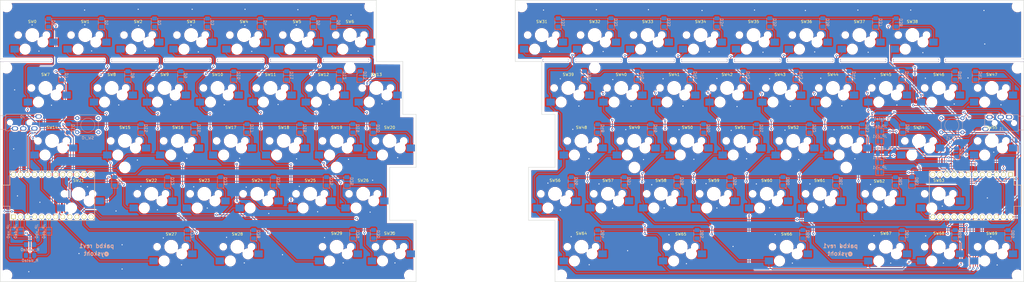
<source format=kicad_pcb>
(kicad_pcb (version 20171130) (host pcbnew "(5.0.0-3-g5ebb6b6)")
  (title_block (title pakbd) (date 2018-10-08) (rev 1) (company yskoht))
  (layers (0 F.Cu signal hide) (31 B.Cu signal hide) (34 B.Paste user) (35 F.Paste user) (36 B.SilkS user) (37 F.SilkS user) (38 B.Mask user) (39 F.Mask user) (44 Edge.Cuts user))
  (net 0 "")
  (net 1 "Net-(D0-Pad1)")
  (net 2 row0)
  (net 3 "Net-(D1-Pad1)")
  (net 4 "Net-(D2-Pad1)")
  (net 5 "Net-(D3-Pad1)")
  (net 6 "Net-(D4-Pad1)")
  (net 7 "Net-(D5-Pad1)")
  (net 8 "Net-(D6-Pad1)")
  (net 9 row1)
  (net 10 "Net-(D7-Pad1)")
  (net 11 "Net-(D8-Pad1)")
  (net 12 "Net-(D9-Pad1)")
  (net 13 "Net-(D10-Pad1)")
  (net 14 "Net-(D11-Pad1)")
  (net 15 "Net-(D12-Pad1)")
  (net 16 "Net-(D13-Pad1)")
  (net 17 row2)
  (net 18 "Net-(D14-Pad1)")
  (net 19 "Net-(D15-Pad1)")
  (net 20 "Net-(D16-Pad1)")
  (net 21 "Net-(D17-Pad1)")
  (net 22 "Net-(D18-Pad1)")
  (net 23 "Net-(D19-Pad1)")
  (net 24 "Net-(D20-Pad1)")
  (net 25 row3)
  (net 26 "Net-(D21-Pad1)")
  (net 27 "Net-(D22-Pad1)")
  (net 28 "Net-(D23-Pad1)")
  (net 29 "Net-(D24-Pad1)")
  (net 30 "Net-(D25-Pad1)")
  (net 31 "Net-(D26-Pad1)")
  (net 32 row4)
  (net 33 "Net-(D27-Pad1)")
  (net 34 "Net-(D28-Pad1)")
  (net 35 "Net-(D29-Pad1)")
  (net 36 "Net-(D30-Pad1)")
  (net 37 row5)
  (net 38 "Net-(D31-Pad1)")
  (net 39 "Net-(D32-Pad1)")
  (net 40 "Net-(D33-Pad1)")
  (net 41 "Net-(D34-Pad1)")
  (net 42 "Net-(D35-Pad1)")
  (net 43 "Net-(D36-Pad1)")
  (net 44 "Net-(D37-Pad1)")
  (net 45 "Net-(D38-Pad1)")
  (net 46 row6)
  (net 47 "Net-(D39-Pad1)")
  (net 48 "Net-(D40-Pad1)")
  (net 49 "Net-(D41-Pad1)")
  (net 50 "Net-(D42-Pad1)")
  (net 51 "Net-(D43-Pad1)")
  (net 52 "Net-(D44-Pad1)")
  (net 53 "Net-(D45-Pad1)")
  (net 54 "Net-(D46-Pad1)")
  (net 55 "Net-(D47-Pad1)")
  (net 56 row9)
  (net 57 "Net-(D48-Pad1)")
  (net 58 row7)
  (net 59 "Net-(D49-Pad1)")
  (net 60 "Net-(D50-Pad1)")
  (net 61 "Net-(D51-Pad1)")
  (net 62 "Net-(D52-Pad1)")
  (net 63 "Net-(D53-Pad1)")
  (net 64 "Net-(D54-Pad1)")
  (net 65 "Net-(D55-Pad1)")
  (net 66 "Net-(D56-Pad1)")
  (net 67 row8)
  (net 68 "Net-(D57-Pad1)")
  (net 69 "Net-(D58-Pad1)")
  (net 70 "Net-(D59-Pad1)")
  (net 71 "Net-(D60-Pad1)")
  (net 72 "Net-(D61-Pad1)")
  (net 73 "Net-(D62-Pad1)")
  (net 74 "Net-(D63-Pad1)")
  (net 75 "Net-(D64-Pad1)")
  (net 76 "Net-(D65-Pad1)")
  (net 77 "Net-(D66-Pad1)")
  (net 78 "Net-(D67-Pad1)")
  (net 79 "Net-(D68-Pad1)")
  (net 80 "Net-(D69-Pad1)")
  (net 81 xdata0)
  (net 82 VCC)
  (net 83 GND)
  (net 84 data0)
  (net 85 data1)
  (net 86 xdata1)
  (net 87 data0a)
  (net 88 data1a)
  (net 89 data0b)
  (net 90 data1b)
  (net 91 xdata0a)
  (net 92 xdata1a)
  (net 93 xdata0b)
  (net 94 xdata1b)
  (net 95 col0)
  (net 96 col1)
  (net 97 col2)
  (net 98 col3)
  (net 99 col4)
  (net 100 col5)
  (net 101 col6)
  (net 102 col7)
  (net 103 col8)
  (net 104 col9)
  (net 105 col10)
  (net 106 col11)
  (net 107 col12)
  (net 108 col13)
  (net 109 col14)
  (net 110 reset0)
  (net 111 reset1)
  (net 112 "Net-(U0-Pad12)")
  (net 113 "Net-(U0-Pad13)")
  (net 114 "Net-(U1-Pad12)")
  (module CPG151101S11:CPG151101S11_1.00u_PCB (layer F.Cu) (at 377.915 124.42 180)
    (fp_text reference SW69 (at -2.54 9.906 180) (layer F.SilkS))
    (fp_text value SW_Push)
    (pad 2 smd rect (at -10.16 2.54 180) (size 3 2.5) (layers B.Cu B.Paste B.Mask) (net 80 "Net-(D69-Pad1)"))
    (pad 1 smd rect (at 3.81 0 180) (size 3 2.5) (layers B.Cu B.Paste B.Mask) (net 107 col12))
    (pad "" np_thru_hole circle (at 2.54 5.08 180) (size 1.76 1.76) (drill 1.76) (layers *.Cu *.Mask))
    (pad "" np_thru_hole circle (at -7.62 5.08 180) (size 1.76 1.76) (drill 1.76) (layers *.Cu *.Mask))
    (pad "" np_thru_hole circle (at -2.54 5.08 180) (size 4 4) (drill 4) (layers *.Cu *.Mask))
    (pad "" np_thru_hole circle (at -6.35 2.54 180) (size 3 3) (drill 3) (layers *.Cu *.Mask))
    (pad "" np_thru_hole circle (at 0 0 180) (size 3 3) (drill 3) (layers *.Cu *.Mask))
  )
  (module Diode_SMD:D_1206_3216Metric_Pad1.42x1.75mm_HandSolder (layer B.Cu) (at 112.47 76.71 90)
    (fp_text reference D17 (at 0 1.82 90) (layer B.SilkS) (effects (justify mirror)))
    (fp_text value DIODE)
    (pad 2 smd roundrect (at 1.4875 0 90) (size 1.425 1.75) (layers B.Cu B.Paste B.Mask) (roundrect_rratio 0.175439) (net 17 row2))
    (pad 1 smd roundrect (at -1.4875 0 90) (size 1.425 1.75) (layers B.Cu B.Paste B.Mask) (roundrect_rratio 0.175439) (net 21 "Net-(D17-Pad1)"))
  )
  (module CPG151101S11:CPG151101S11_1.00u_PCB (layer F.Cu) (at 161.227 86.32 180)
    (fp_text reference SW20 (at -2.54 9.906 180) (layer F.SilkS))
    (fp_text value SW_Push)
    (pad 2 smd rect (at -10.16 2.54 180) (size 3 2.5) (layers B.Cu B.Paste B.Mask) (net 24 "Net-(D20-Pad1)"))
    (pad 1 smd rect (at 3.81 0 180) (size 3 2.5) (layers B.Cu B.Paste B.Mask) (net 101 col6))
    (pad "" np_thru_hole circle (at 2.54 5.08 180) (size 1.76 1.76) (drill 1.76) (layers *.Cu *.Mask))
    (pad "" np_thru_hole circle (at -7.62 5.08 180) (size 1.76 1.76) (drill 1.76) (layers *.Cu *.Mask))
    (pad "" np_thru_hole circle (at -2.54 5.08 180) (size 4 4) (drill 4) (layers *.Cu *.Mask))
    (pad "" np_thru_hole circle (at -6.35 2.54 180) (size 3 3) (drill 3) (layers *.Cu *.Mask))
    (pad "" np_thru_hole circle (at 0 0 180) (size 3 3) (drill 3) (layers *.Cu *.Mask))
  )
  (module Diode_SMD:D_1206_3216Metric_Pad1.42x1.75mm_HandSolder (layer B.Cu) (at 69.582066 57.700514 90)
    (fp_text reference D8 (at 0 1.82 90) (layer B.SilkS) (effects (justify mirror)))
    (fp_text value DIODE)
    (pad 2 smd roundrect (at 1.4875 0 90) (size 1.425 1.75) (layers B.Cu B.Paste B.Mask) (roundrect_rratio 0.175439) (net 9 row1))
    (pad 1 smd roundrect (at -1.4875 0 90) (size 1.425 1.75) (layers B.Cu B.Paste B.Mask) (roundrect_rratio 0.175439) (net 11 "Net-(D8-Pad1)"))
  )
  (module MountingHole:MountingHole_3.2mm_M3 (layer F.Cu) (at 110.029999 52.240001)
    (fp_text reference cr04 hide)
    (fp_text value MountingHole_3.2mm_M3 hide)
    (pad "" np_thru_hole rect (at 0 0) (size 16.5 1) (drill oval 16.5 1) (layers *.Cu *.Mask))
  )
  (module Diode_SMD:D_1206_3216Metric_Pad1.42x1.75mm_HandSolder (layer B.Cu) (at 157.88 76.75 90)
    (fp_text reference D20 (at 0 1.82 90) (layer B.SilkS) (effects (justify mirror)))
    (fp_text value DIODE)
    (pad 2 smd roundrect (at 1.4875 0 90) (size 1.425 1.75) (layers B.Cu B.Paste B.Mask) (roundrect_rratio 0.175439) (net 17 row2))
    (pad 1 smd roundrect (at -1.4875 0 90) (size 1.425 1.75) (layers B.Cu B.Paste B.Mask) (roundrect_rratio 0.175439) (net 24 "Net-(D20-Pad1)"))
  )
  (module MountingHole:MountingHole_3.2mm_M3 (layer F.Cu) (at 71.929999 52.240001)
    (fp_text reference cr02 hide)
    (fp_text value MountingHole_3.2mm_M3 hide)
    (pad "" np_thru_hole rect (at 0 0) (size 16.5 1) (drill oval 16.5 1) (layers *.Cu *.Mask))
  )
  (module Diode_SMD:D_1206_3216Metric_Pad1.42x1.75mm_HandSolder (layer B.Cu) (at 88.632066 57.700514 90)
    (fp_text reference D9 (at 0 1.82 90) (layer B.SilkS) (effects (justify mirror)))
    (fp_text value DIODE)
    (pad 2 smd roundrect (at 1.4875 0 90) (size 1.425 1.75) (layers B.Cu B.Paste B.Mask) (roundrect_rratio 0.175439) (net 9 row1))
    (pad 1 smd roundrect (at -1.4875 0 90) (size 1.425 1.75) (layers B.Cu B.Paste B.Mask) (roundrect_rratio 0.175439) (net 12 "Net-(D9-Pad1)"))
  )
  (module Diode_SMD:D_1206_3216Metric_Pad1.42x1.75mm_HandSolder (layer B.Cu) (at 107.682066 57.700514 90)
    (fp_text reference D10 (at 0 1.82 90) (layer B.SilkS) (effects (justify mirror)))
    (fp_text value DIODE)
    (pad 2 smd roundrect (at 1.4875 0 90) (size 1.425 1.75) (layers B.Cu B.Paste B.Mask) (roundrect_rratio 0.175439) (net 9 row1))
    (pad 1 smd roundrect (at -1.4875 0 90) (size 1.425 1.75) (layers B.Cu B.Paste B.Mask) (roundrect_rratio 0.175439) (net 13 "Net-(D10-Pad1)"))
  )
  (module Diode_SMD:D_1206_3216Metric_Pad1.42x1.75mm_HandSolder (layer B.Cu) (at 126.732066 57.700514 90)
    (fp_text reference D11 (at 0 1.82 90) (layer B.SilkS) (effects (justify mirror)))
    (fp_text value DIODE)
    (pad 2 smd roundrect (at 1.4875 0 90) (size 1.425 1.75) (layers B.Cu B.Paste B.Mask) (roundrect_rratio 0.175439) (net 9 row1))
    (pad 1 smd roundrect (at -1.4875 0 90) (size 1.425 1.75) (layers B.Cu B.Paste B.Mask) (roundrect_rratio 0.175439) (net 14 "Net-(D11-Pad1)"))
  )
  (module Diode_SMD:D_1206_3216Metric_Pad1.42x1.75mm_HandSolder (layer B.Cu) (at 145.782066 57.700514 90)
    (fp_text reference D12 (at 0 1.82 90) (layer B.SilkS) (effects (justify mirror)))
    (fp_text value DIODE)
    (pad 2 smd roundrect (at 1.4875 0 90) (size 1.425 1.75) (layers B.Cu B.Paste B.Mask) (roundrect_rratio 0.175439) (net 9 row1))
    (pad 1 smd roundrect (at -1.4875 0 90) (size 1.425 1.75) (layers B.Cu B.Paste B.Mask) (roundrect_rratio 0.175439) (net 15 "Net-(D12-Pad1)"))
  )
  (module Diode_SMD:D_1206_3216Metric_Pad1.42x1.75mm_HandSolder (layer B.Cu) (at 153.17 57.65 90)
    (fp_text reference D13 (at 0 1.82 90) (layer B.SilkS) (effects (justify mirror)))
    (fp_text value DIODE)
    (pad 2 smd roundrect (at 1.4875 0 90) (size 1.425 1.75) (layers B.Cu B.Paste B.Mask) (roundrect_rratio 0.175439) (net 9 row1))
    (pad 1 smd roundrect (at -1.4875 0 90) (size 1.425 1.75) (layers B.Cu B.Paste B.Mask) (roundrect_rratio 0.175439) (net 16 "Net-(D13-Pad1)"))
  )
  (module Diode_SMD:D_1206_3216Metric_Pad1.42x1.75mm_HandSolder (layer B.Cu) (at 48.15 76.71 90)
    (fp_text reference D14 (at 0 1.82 90) (layer B.SilkS) (effects (justify mirror)))
    (fp_text value DIODE)
    (pad 2 smd roundrect (at 1.4875 0 90) (size 1.425 1.75) (layers B.Cu B.Paste B.Mask) (roundrect_rratio 0.175439) (net 17 row2))
    (pad 1 smd roundrect (at -1.4875 0 90) (size 1.425 1.75) (layers B.Cu B.Paste B.Mask) (roundrect_rratio 0.175439) (net 18 "Net-(D14-Pad1)"))
  )
  (module Diode_SMD:D_1206_3216Metric_Pad1.42x1.75mm_HandSolder (layer B.Cu) (at 74.37 76.71 90)
    (fp_text reference D15 (at 0 1.82 90) (layer B.SilkS) (effects (justify mirror)))
    (fp_text value DIODE)
    (pad 2 smd roundrect (at 1.4875 0 90) (size 1.425 1.75) (layers B.Cu B.Paste B.Mask) (roundrect_rratio 0.175439) (net 17 row2))
    (pad 1 smd roundrect (at -1.4875 0 90) (size 1.425 1.75) (layers B.Cu B.Paste B.Mask) (roundrect_rratio 0.175439) (net 19 "Net-(D15-Pad1)"))
  )
  (module Diode_SMD:D_1206_3216Metric_Pad1.42x1.75mm_HandSolder (layer B.Cu) (at 93.42 76.71 90)
    (fp_text reference D16 (at 0 1.82 90) (layer B.SilkS) (effects (justify mirror)))
    (fp_text value DIODE)
    (pad 2 smd roundrect (at 1.4875 0 90) (size 1.425 1.75) (layers B.Cu B.Paste B.Mask) (roundrect_rratio 0.175439) (net 17 row2))
    (pad 1 smd roundrect (at -1.4875 0 90) (size 1.425 1.75) (layers B.Cu B.Paste B.Mask) (roundrect_rratio 0.175439) (net 20 "Net-(D16-Pad1)"))
  )
  (module Diode_SMD:D_1206_3216Metric_Pad1.42x1.75mm_HandSolder (layer B.Cu) (at 131.52 76.71 90)
    (fp_text reference D18 (at 0 1.82 90) (layer B.SilkS) (effects (justify mirror)))
    (fp_text value DIODE)
    (pad 2 smd roundrect (at 1.4875 0 90) (size 1.425 1.75) (layers B.Cu B.Paste B.Mask) (roundrect_rratio 0.175439) (net 17 row2))
    (pad 1 smd roundrect (at -1.4875 0 90) (size 1.425 1.75) (layers B.Cu B.Paste B.Mask) (roundrect_rratio 0.175439) (net 22 "Net-(D18-Pad1)"))
  )
  (module Diode_SMD:D_1206_3216Metric_Pad1.42x1.75mm_HandSolder (layer B.Cu) (at 150.57 76.71 90)
    (fp_text reference D19 (at 0 1.82 90) (layer B.SilkS) (effects (justify mirror)))
    (fp_text value DIODE)
    (pad 2 smd roundrect (at 1.4875 0 90) (size 1.425 1.75) (layers B.Cu B.Paste B.Mask) (roundrect_rratio 0.175439) (net 17 row2))
    (pad 1 smd roundrect (at -1.4875 0 90) (size 1.425 1.75) (layers B.Cu B.Paste B.Mask) (roundrect_rratio 0.175439) (net 23 "Net-(D19-Pad1)"))
  )
  (module Diode_SMD:D_1206_3216Metric_Pad1.42x1.75mm_HandSolder (layer B.Cu) (at 117.28 38.6875 90)
    (fp_text reference D4 (at 0 1.82 90) (layer B.SilkS) (effects (justify mirror)))
    (fp_text value DIODE)
    (pad 2 smd roundrect (at 1.4875 0 90) (size 1.425 1.75) (layers B.Cu B.Paste B.Mask) (roundrect_rratio 0.175439) (net 2 row0))
    (pad 1 smd roundrect (at -1.4875 0 90) (size 1.425 1.75) (layers B.Cu B.Paste B.Mask) (roundrect_rratio 0.175439) (net 6 "Net-(D4-Pad1)"))
  )
  (module Diode_SMD:D_1206_3216Metric_Pad1.42x1.75mm_HandSolder (layer B.Cu) (at 136.33 38.6875 90)
    (fp_text reference D5 (at 0 1.82 90) (layer B.SilkS) (effects (justify mirror)))
    (fp_text value DIODE)
    (pad 2 smd roundrect (at 1.4875 0 90) (size 1.425 1.75) (layers B.Cu B.Paste B.Mask) (roundrect_rratio 0.175439) (net 2 row0))
    (pad 1 smd roundrect (at -1.4875 0 90) (size 1.425 1.75) (layers B.Cu B.Paste B.Mask) (roundrect_rratio 0.175439) (net 7 "Net-(D5-Pad1)"))
  )
  (module Diode_SMD:D_1206_3216Metric_Pad1.42x1.75mm_HandSolder (layer B.Cu) (at 45.812066 57.700514 90)
    (fp_text reference D7 (at 0 1.82 90) (layer B.SilkS) (effects (justify mirror)))
    (fp_text value DIODE)
    (pad 2 smd roundrect (at 1.4875 0 90) (size 1.425 1.75) (layers B.Cu B.Paste B.Mask) (roundrect_rratio 0.175439) (net 9 row1))
    (pad 1 smd roundrect (at -1.4875 0 90) (size 1.425 1.75) (layers B.Cu B.Paste B.Mask) (roundrect_rratio 0.175439) (net 10 "Net-(D7-Pad1)"))
  )
  (module Diode_SMD:D_1206_3216Metric_Pad1.42x1.75mm_HandSolder (layer B.Cu) (at 143.65 38.65 90)
    (fp_text reference D6 (at 0 1.82 90) (layer B.SilkS) (effects (justify mirror)))
    (fp_text value DIODE)
    (pad 2 smd roundrect (at 1.4875 0 90) (size 1.425 1.75) (layers B.Cu B.Paste B.Mask) (roundrect_rratio 0.175439) (net 2 row0))
    (pad 1 smd roundrect (at -1.4875 0 90) (size 1.425 1.75) (layers B.Cu B.Paste B.Mask) (roundrect_rratio 0.175439) (net 8 "Net-(D6-Pad1)"))
  )
  (module Diode_SMD:D_1206_3216Metric_Pad1.42x1.75mm_HandSolder (layer B.Cu) (at 64.86 95.76 90)
    (fp_text reference D21 (at 0 1.82 90) (layer B.SilkS) (effects (justify mirror)))
    (fp_text value DIODE)
    (pad 2 smd roundrect (at 1.4875 0 90) (size 1.425 1.75) (layers B.Cu B.Paste B.Mask) (roundrect_rratio 0.175439) (net 25 row3))
    (pad 1 smd roundrect (at -1.4875 0 90) (size 1.425 1.75) (layers B.Cu B.Paste B.Mask) (roundrect_rratio 0.175439) (net 26 "Net-(D21-Pad1)"))
  )
  (module Diode_SMD:D_1206_3216Metric_Pad1.42x1.75mm_HandSolder (layer B.Cu) (at 83.91 95.76 90)
    (fp_text reference D22 (at 0 1.82 90) (layer B.SilkS) (effects (justify mirror)))
    (fp_text value DIODE)
    (pad 2 smd roundrect (at 1.4875 0 90) (size 1.425 1.75) (layers B.Cu B.Paste B.Mask) (roundrect_rratio 0.175439) (net 25 row3))
    (pad 1 smd roundrect (at -1.4875 0 90) (size 1.425 1.75) (layers B.Cu B.Paste B.Mask) (roundrect_rratio 0.175439) (net 27 "Net-(D22-Pad1)"))
  )
  (module Diode_SMD:D_1206_3216Metric_Pad1.42x1.75mm_HandSolder (layer B.Cu) (at 102.96 95.76 90)
    (fp_text reference D23 (at 0 1.82 90) (layer B.SilkS) (effects (justify mirror)))
    (fp_text value DIODE)
    (pad 2 smd roundrect (at 1.4875 0 90) (size 1.425 1.75) (layers B.Cu B.Paste B.Mask) (roundrect_rratio 0.175439) (net 25 row3))
    (pad 1 smd roundrect (at -1.4875 0 90) (size 1.425 1.75) (layers B.Cu B.Paste B.Mask) (roundrect_rratio 0.175439) (net 28 "Net-(D23-Pad1)"))
  )
  (module Diode_SMD:D_1206_3216Metric_Pad1.42x1.75mm_HandSolder (layer B.Cu) (at 122.01 95.76 90)
    (fp_text reference D24 (at 0 1.82 90) (layer B.SilkS) (effects (justify mirror)))
    (fp_text value DIODE)
    (pad 2 smd roundrect (at 1.4875 0 90) (size 1.425 1.75) (layers B.Cu B.Paste B.Mask) (roundrect_rratio 0.175439) (net 25 row3))
    (pad 1 smd roundrect (at -1.4875 0 90) (size 1.425 1.75) (layers B.Cu B.Paste B.Mask) (roundrect_rratio 0.175439) (net 29 "Net-(D24-Pad1)"))
  )
  (module Diode_SMD:D_1206_3216Metric_Pad1.42x1.75mm_HandSolder (layer B.Cu) (at 141.06 95.76 90)
    (fp_text reference D25 (at 0 1.82 90) (layer B.SilkS) (effects (justify mirror)))
    (fp_text value DIODE)
    (pad 2 smd roundrect (at 1.4875 0 90) (size 1.425 1.75) (layers B.Cu B.Paste B.Mask) (roundrect_rratio 0.175439) (net 25 row3))
    (pad 1 smd roundrect (at -1.4875 0 90) (size 1.425 1.75) (layers B.Cu B.Paste B.Mask) (roundrect_rratio 0.175439) (net 30 "Net-(D25-Pad1)"))
  )
  (module Diode_SMD:D_1206_3216Metric_Pad1.42x1.75mm_HandSolder (layer B.Cu) (at 91.04 114.8 90)
    (fp_text reference D27 (at 0 1.82 90) (layer B.SilkS) (effects (justify mirror)))
    (fp_text value DIODE)
    (pad 2 smd roundrect (at 1.4875 0 90) (size 1.425 1.75) (layers B.Cu B.Paste B.Mask) (roundrect_rratio 0.175439) (net 32 row4))
    (pad 1 smd roundrect (at -1.4875 0 90) (size 1.425 1.75) (layers B.Cu B.Paste B.Mask) (roundrect_rratio 0.175439) (net 33 "Net-(D27-Pad1)"))
  )
  (module Diode_SMD:D_1206_3216Metric_Pad1.42x1.75mm_HandSolder (layer B.Cu) (at 114.87 114.8 90)
    (fp_text reference D28 (at 0 1.82 90) (layer B.SilkS) (effects (justify mirror)))
    (fp_text value DIODE)
    (pad 2 smd roundrect (at 1.4875 0 90) (size 1.425 1.75) (layers B.Cu B.Paste B.Mask) (roundrect_rratio 0.175439) (net 32 row4))
    (pad 1 smd roundrect (at -1.4875 0 90) (size 1.425 1.75) (layers B.Cu B.Paste B.Mask) (roundrect_rratio 0.175439) (net 34 "Net-(D28-Pad1)"))
  )
  (module Diode_SMD:D_1206_3216Metric_Pad1.42x1.75mm_HandSolder (layer B.Cu) (at 150.6 114.81 90)
    (fp_text reference D29 (at 0 1.82 90) (layer B.SilkS) (effects (justify mirror)))
    (fp_text value DIODE)
    (pad 2 smd roundrect (at 1.4875 0 90) (size 1.425 1.75) (layers B.Cu B.Paste B.Mask) (roundrect_rratio 0.175439) (net 32 row4))
    (pad 1 smd roundrect (at -1.4875 0 90) (size 1.425 1.75) (layers B.Cu B.Paste B.Mask) (roundrect_rratio 0.175439) (net 35 "Net-(D29-Pad1)"))
  )
  (module Diode_SMD:D_1206_3216Metric_Pad1.42x1.75mm_HandSolder (layer B.Cu) (at 98.23 38.6875 90)
    (fp_text reference D3 (at 0 1.82 90) (layer B.SilkS) (effects (justify mirror)))
    (fp_text value DIODE)
    (pad 2 smd roundrect (at 1.4875 0 90) (size 1.425 1.75) (layers B.Cu B.Paste B.Mask) (roundrect_rratio 0.175439) (net 2 row0))
    (pad 1 smd roundrect (at -1.4875 0 90) (size 1.425 1.75) (layers B.Cu B.Paste B.Mask) (roundrect_rratio 0.175439) (net 5 "Net-(D3-Pad1)"))
  )
  (module MountingHole:MountingHole_3.2mm_M3 (layer F.Cu) (at 32.824999 52.240001)
    (fp_text reference cr00 hide)
    (fp_text value MountingHole_3.2mm_M3 hide)
    (pad "" np_thru_hole rect (at 0 0) (size 18.5 1) (drill oval 18.5 1) (layers *.Cu *.Mask))
  )
  (module MountingHole:MountingHole_3.2mm_M3 (layer F.Cu) (at 52.879999 52.240001)
    (fp_text reference cr01 hide)
    (fp_text value MountingHole_3.2mm_M3 hide)
    (pad "" np_thru_hole rect (at 0 0) (size 16.5 1) (drill oval 16.5 1) (layers *.Cu *.Mask))
  )
  (module MountingHole:MountingHole_3.2mm_M3 (layer F.Cu) (at 90.979999 52.240001)
    (fp_text reference cr03 hide)
    (fp_text value MountingHole_3.2mm_M3 hide)
    (pad "" np_thru_hole rect (at 0 0) (size 16.5 1) (drill oval 16.5 1) (layers *.Cu *.Mask))
  )
  (module MountingHole:MountingHole_3.2mm_M3 (layer F.Cu) (at 129.079999 52.240001)
    (fp_text reference cr05 hide)
    (fp_text value MountingHole_3.2mm_M3 hide)
    (pad "" np_thru_hole rect (at 0 0) (size 16.5 1) (drill oval 16.5 1) (layers *.Cu *.Mask))
  )
  (module MountingHole:MountingHole_3.2mm_M3 (layer F.Cu) (at 148.129999 52.240001)
    (fp_text reference cr06 hide)
    (fp_text value MountingHole_3.2mm_M3 hide)
    (pad "" np_thru_hole rect (at 0 0) (size 16.5 1) (drill oval 16.5 1) (layers *.Cu *.Mask))
  )
  (module MountingHole:MountingHole_3.2mm_M3 (layer F.Cu) (at 156.74 32.89)
    (fp_text reference h01 hide)
    (fp_text value MountingHole_3.2mm_M3)
    (pad 1 np_thru_hole circle (at 0 0) (size 3.2 3.2) (drill 3.2) (layers *.Cu *.Mask))
  )
  (module MountingHole:MountingHole_3.2mm_M3 (layer F.Cu) (at 25.92 32.88)
    (fp_text reference h00 hide)
    (fp_text value MountingHole_3.2mm_M3)
    (pad 1 np_thru_hole circle (at 0 0) (size 3.2 3.2) (drill 3.2) (layers *.Cu *.Mask))
  )
  (module MountingHole:MountingHole_3.2mm_M3 (layer F.Cu) (at 171.05 129.61)
    (fp_text reference h07 hide)
    (fp_text value MountingHole_3.2mm_M3)
    (pad 1 np_thru_hole circle (at 0 0) (size 3.2 3.2) (drill 3.2) (layers *.Cu *.Mask))
  )
  (module MountingHole:MountingHole_3.2mm_M3 (layer F.Cu) (at 25.92 129.59)
    (fp_text reference h06 hide)
    (fp_text value MountingHole_3.2mm_M3)
    (pad 1 np_thru_hole circle (at 0 0) (size 3.2 3.2) (drill 3.2) (layers *.Cu *.Mask))
  )
  (module MountingHole:MountingHole_3.2mm_M3 (layer F.Cu) (at 68.51 90.77)
    (fp_text reference h04 hide)
    (fp_text value MountingHole_3.2mm_M3)
    (pad 1 np_thru_hole circle (at 0 0) (size 3.2 3.2) (drill 3.2) (layers *.Cu *.Mask))
  )
  (module Jumper:SolderJumper-2_P1.3mm_Open_Pad1.0x1.5mm (layer B.Cu) (at 41.17 113.74 270)
    (fp_text reference JP_db0 (at 0 1.8 270) (layer B.SilkS) (effects (justify mirror)))
    (fp_text value Jumper)
    (pad 1 smd rect (at -0.65 0 270) (size 1 1.5) (layers B.Cu B.Mask) (net 89 data0b))
    (pad 2 smd rect (at 0.65 0 270) (size 1 1.5) (layers B.Cu B.Mask) (net 84 data0))
  )
  (module MountingHole:MountingHole_3.2mm_M3 (layer F.Cu) (at 144.71 90.78)
    (fp_text reference h05 hide)
    (fp_text value MountingHole_3.2mm_M3)
    (pad 1 np_thru_hole circle (at 0 0) (size 3.2 3.2) (drill 3.2) (layers *.Cu *.Mask))
  )
  (module MountingHole:MountingHole_3.2mm_M3 (layer F.Cu) (at 149.48 54.93)
    (fp_text reference h03 hide)
    (fp_text value MountingHole_3.2mm_M3)
    (pad 1 np_thru_hole circle (at 0 0) (size 3.2 3.2) (drill 3.2) (layers *.Cu *.Mask))
  )
  (module MountingHole:MountingHole_3.2mm_M3 (layer F.Cu) (at 25.9 54.93)
    (fp_text reference h02 hide)
    (fp_text value MountingHole_3.2mm_M3)
    (pad 1 np_thru_hole circle (at 0 0) (size 3.2 3.2) (drill 3.2) (layers *.Cu *.Mask))
  )
  (module Diode_SMD:D_1206_3216Metric_Pad1.42x1.75mm_HandSolder (layer B.Cu) (at 148.4 95.77 90)
    (fp_text reference D26 (at 0 1.82 90) (layer B.SilkS) (effects (justify mirror)))
    (fp_text value DIODE)
    (pad 2 smd roundrect (at 1.4875 0 90) (size 1.425 1.75) (layers B.Cu B.Paste B.Mask) (roundrect_rratio 0.175439) (net 25 row3))
    (pad 1 smd roundrect (at -1.4875 0 90) (size 1.425 1.75) (layers B.Cu B.Paste B.Mask) (roundrect_rratio 0.175439) (net 31 "Net-(D26-Pad1)"))
  )
  (module Diode_SMD:D_1206_3216Metric_Pad1.42x1.75mm_HandSolder (layer B.Cu) (at 41.08 38.6875 90)
    (fp_text reference D0 (at 0 1.82 90) (layer B.SilkS) (effects (justify mirror)))
    (fp_text value DIODE)
    (pad 2 smd roundrect (at 1.4875 0 90) (size 1.425 1.75) (layers B.Cu B.Paste B.Mask) (roundrect_rratio 0.175439) (net 2 row0))
    (pad 1 smd roundrect (at -1.4875 0 90) (size 1.425 1.75) (layers B.Cu B.Paste B.Mask) (roundrect_rratio 0.175439) (net 1 "Net-(D0-Pad1)"))
  )
  (module Diode_SMD:D_1206_3216Metric_Pad1.42x1.75mm_HandSolder (layer B.Cu) (at 60.13 38.6875 90)
    (fp_text reference D1 (at 0 1.82 90) (layer B.SilkS) (effects (justify mirror)))
    (fp_text value DIODE)
    (pad 2 smd roundrect (at 1.4875 0 90) (size 1.425 1.75) (layers B.Cu B.Paste B.Mask) (roundrect_rratio 0.175439) (net 2 row0))
    (pad 1 smd roundrect (at -1.4875 0 90) (size 1.425 1.75) (layers B.Cu B.Paste B.Mask) (roundrect_rratio 0.175439) (net 3 "Net-(D1-Pad1)"))
  )
  (module Diode_SMD:D_1206_3216Metric_Pad1.42x1.75mm_HandSolder (layer B.Cu) (at 157.98 114.77 90)
    (fp_text reference D30 (at 0 1.82 90) (layer B.SilkS) (effects (justify mirror)))
    (fp_text value DIODE)
    (pad 2 smd roundrect (at 1.4875 0 90) (size 1.425 1.75) (layers B.Cu B.Paste B.Mask) (roundrect_rratio 0.175439) (net 32 row4))
    (pad 1 smd roundrect (at -1.4875 0 90) (size 1.425 1.75) (layers B.Cu B.Paste B.Mask) (roundrect_rratio 0.175439) (net 36 "Net-(D30-Pad1)"))
  )
  (module Jumper:SolderJumper-2_P1.3mm_Open_Pad1.0x1.5mm (layer B.Cu) (at 30.95 113.74 270)
    (fp_text reference JP_da0 (at 0 1.8 270) (layer B.SilkS) (effects (justify mirror)))
    (fp_text value Jumper)
    (pad 1 smd rect (at -0.65 0 270) (size 1 1.5) (layers B.Cu B.Mask) (net 87 data0a))
    (pad 2 smd rect (at 0.65 0 270) (size 1 1.5) (layers B.Cu B.Mask) (net 84 data0))
  )
  (module Jumper:SolderJumper-2_P1.3mm_Open_Pad1.0x1.5mm (layer B.Cu) (at 28.4 113.74 270)
    (fp_text reference JP_xa0 (at 0 1.8 270) (layer B.SilkS) (effects (justify mirror)))
    (fp_text value Jumper)
    (pad 1 smd rect (at -0.65 0 270) (size 1 1.5) (layers B.Cu B.Mask) (net 91 xdata0a))
    (pad 2 smd rect (at 0.65 0 270) (size 1 1.5) (layers B.Cu B.Mask) (net 81 xdata0))
  )
  (module Jumper:SolderJumper-2_P1.3mm_Open_Pad1.0x1.5mm (layer B.Cu) (at 38.55 113.74 270)
    (fp_text reference JP_xb0 (at 0 1.8 270) (layer B.SilkS) (effects (justify mirror)))
    (fp_text value Jumper)
    (pad 1 smd rect (at -0.65 0 270) (size 1 1.5) (layers B.Cu B.Mask) (net 93 xdata0b))
    (pad 2 smd rect (at 0.65 0 270) (size 1 1.5) (layers B.Cu B.Mask) (net 81 xdata0))
  )
  (module Resistor_SMD:R_1206_3216Metric_Pad1.42x1.75mm_HandSolder (layer B.Cu) (at 34.3925 122.45)
    (fp_text reference R_data0 (at 0 1.82) (layer B.SilkS) (effects (justify mirror)))
    (fp_text value R)
    (pad 2 smd roundrect (at 1.4875 0) (size 1.425 1.75) (layers B.Cu B.Paste B.Mask) (roundrect_rratio 0.175439) (net 84 data0))
    (pad 1 smd roundrect (at -1.4875 0) (size 1.425 1.75) (layers B.Cu B.Paste B.Mask) (roundrect_rratio 0.175439) (net 82 VCC))
  )
  (module Resistor_SMD:R_1206_3216Metric_Pad1.42x1.75mm_HandSolder (layer B.Cu) (at 34.3925 118.56)
    (fp_text reference R_xdata0 (at 0 1.82) (layer B.SilkS) (effects (justify mirror)))
    (fp_text value R)
    (pad 2 smd roundrect (at 1.4875 0) (size 1.425 1.75) (layers B.Cu B.Paste B.Mask) (roundrect_rratio 0.175439) (net 81 xdata0))
    (pad 1 smd roundrect (at -1.4875 0) (size 1.425 1.75) (layers B.Cu B.Paste B.Mask) (roundrect_rratio 0.175439) (net 82 VCC))
  )
  (module CPG151101S11:CPG151101S11_1.00u_PCB (layer F.Cu) (at 32.64 48.22 180)
    (fp_text reference SW0 (at -2.54 9.906 180) (layer F.SilkS))
    (fp_text value SW_Push)
    (pad 2 smd rect (at -10.16 2.54 180) (size 3 2.5) (layers B.Cu B.Paste B.Mask) (net 1 "Net-(D0-Pad1)"))
    (pad 1 smd rect (at 3.81 0 180) (size 3 2.5) (layers B.Cu B.Paste B.Mask) (net 95 col0))
    (pad "" np_thru_hole circle (at 2.54 5.08 180) (size 1.76 1.76) (drill 1.76) (layers *.Cu *.Mask))
    (pad "" np_thru_hole circle (at -7.62 5.08 180) (size 1.76 1.76) (drill 1.76) (layers *.Cu *.Mask))
    (pad "" np_thru_hole circle (at -2.54 5.08 180) (size 4 4) (drill 4) (layers *.Cu *.Mask))
    (pad "" np_thru_hole circle (at -6.35 2.54 180) (size 3 3) (drill 3) (layers *.Cu *.Mask))
    (pad "" np_thru_hole circle (at 0 0 180) (size 3 3) (drill 3) (layers *.Cu *.Mask))
  )
  (module CPG151101S11:CPG151101S11_1.00u_PCB (layer F.Cu) (at 51.69 48.22 180)
    (fp_text reference SW1 (at -2.54 9.906 180) (layer F.SilkS))
    (fp_text value SW_Push)
    (pad 2 smd rect (at -10.16 2.54 180) (size 3 2.5) (layers B.Cu B.Paste B.Mask) (net 3 "Net-(D1-Pad1)"))
    (pad 1 smd rect (at 3.81 0 180) (size 3 2.5) (layers B.Cu B.Paste B.Mask) (net 96 col1))
    (pad "" np_thru_hole circle (at 2.54 5.08 180) (size 1.76 1.76) (drill 1.76) (layers *.Cu *.Mask))
    (pad "" np_thru_hole circle (at -7.62 5.08 180) (size 1.76 1.76) (drill 1.76) (layers *.Cu *.Mask))
    (pad "" np_thru_hole circle (at -2.54 5.08 180) (size 4 4) (drill 4) (layers *.Cu *.Mask))
    (pad "" np_thru_hole circle (at -6.35 2.54 180) (size 3 3) (drill 3) (layers *.Cu *.Mask))
    (pad "" np_thru_hole circle (at 0 0 180) (size 3 3) (drill 3) (layers *.Cu *.Mask))
  )
  (module CPG151101S11:CPG151101S11_1.00u_PCB (layer F.Cu) (at 70.74 48.22 180)
    (fp_text reference SW2 (at -2.54 9.906 180) (layer F.SilkS))
    (fp_text value SW_Push)
    (pad 2 smd rect (at -10.16 2.54 180) (size 3 2.5) (layers B.Cu B.Paste B.Mask) (net 4 "Net-(D2-Pad1)"))
    (pad 1 smd rect (at 3.81 0 180) (size 3 2.5) (layers B.Cu B.Paste B.Mask) (net 97 col2))
    (pad "" np_thru_hole circle (at 2.54 5.08 180) (size 1.76 1.76) (drill 1.76) (layers *.Cu *.Mask))
    (pad "" np_thru_hole circle (at -7.62 5.08 180) (size 1.76 1.76) (drill 1.76) (layers *.Cu *.Mask))
    (pad "" np_thru_hole circle (at -2.54 5.08 180) (size 4 4) (drill 4) (layers *.Cu *.Mask))
    (pad "" np_thru_hole circle (at -6.35 2.54 180) (size 3 3) (drill 3) (layers *.Cu *.Mask))
    (pad "" np_thru_hole circle (at 0 0 180) (size 3 3) (drill 3) (layers *.Cu *.Mask))
  )
  (module CPG151101S11:CPG151101S11_1.00u_PCB (layer F.Cu) (at 89.79 48.22 180)
    (fp_text reference SW3 (at -2.54 9.906 180) (layer F.SilkS))
    (fp_text value SW_Push)
    (pad 2 smd rect (at -10.16 2.54 180) (size 3 2.5) (layers B.Cu B.Paste B.Mask) (net 5 "Net-(D3-Pad1)"))
    (pad 1 smd rect (at 3.81 0 180) (size 3 2.5) (layers B.Cu B.Paste B.Mask) (net 98 col3))
    (pad "" np_thru_hole circle (at 2.54 5.08 180) (size 1.76 1.76) (drill 1.76) (layers *.Cu *.Mask))
    (pad "" np_thru_hole circle (at -7.62 5.08 180) (size 1.76 1.76) (drill 1.76) (layers *.Cu *.Mask))
    (pad "" np_thru_hole circle (at -2.54 5.08 180) (size 4 4) (drill 4) (layers *.Cu *.Mask))
    (pad "" np_thru_hole circle (at -6.35 2.54 180) (size 3 3) (drill 3) (layers *.Cu *.Mask))
    (pad "" np_thru_hole circle (at 0 0 180) (size 3 3) (drill 3) (layers *.Cu *.Mask))
  )
  (module CPG151101S11:CPG151101S11_1.00u_PCB (layer F.Cu) (at 108.84 48.22 180)
    (fp_text reference SW4 (at -2.54 9.906 180) (layer F.SilkS))
    (fp_text value SW_Push)
    (pad 2 smd rect (at -10.16 2.54 180) (size 3 2.5) (layers B.Cu B.Paste B.Mask) (net 6 "Net-(D4-Pad1)"))
    (pad 1 smd rect (at 3.81 0 180) (size 3 2.5) (layers B.Cu B.Paste B.Mask) (net 99 col4))
    (pad "" np_thru_hole circle (at 2.54 5.08 180) (size 1.76 1.76) (drill 1.76) (layers *.Cu *.Mask))
    (pad "" np_thru_hole circle (at -7.62 5.08 180) (size 1.76 1.76) (drill 1.76) (layers *.Cu *.Mask))
    (pad "" np_thru_hole circle (at -2.54 5.08 180) (size 4 4) (drill 4) (layers *.Cu *.Mask))
    (pad "" np_thru_hole circle (at -6.35 2.54 180) (size 3 3) (drill 3) (layers *.Cu *.Mask))
    (pad "" np_thru_hole circle (at 0 0 180) (size 3 3) (drill 3) (layers *.Cu *.Mask))
  )
  (module CPG151101S11:CPG151101S11_1.00u_PCB (layer F.Cu) (at 127.89 48.22 180)
    (fp_text reference SW5 (at -2.54 9.906 180) (layer F.SilkS))
    (fp_text value SW_Push)
    (pad 2 smd rect (at -10.16 2.54 180) (size 3 2.5) (layers B.Cu B.Paste B.Mask) (net 7 "Net-(D5-Pad1)"))
    (pad 1 smd rect (at 3.81 0 180) (size 3 2.5) (layers B.Cu B.Paste B.Mask) (net 100 col5))
    (pad "" np_thru_hole circle (at 2.54 5.08 180) (size 1.76 1.76) (drill 1.76) (layers *.Cu *.Mask))
    (pad "" np_thru_hole circle (at -7.62 5.08 180) (size 1.76 1.76) (drill 1.76) (layers *.Cu *.Mask))
    (pad "" np_thru_hole circle (at -2.54 5.08 180) (size 4 4) (drill 4) (layers *.Cu *.Mask))
    (pad "" np_thru_hole circle (at -6.35 2.54 180) (size 3 3) (drill 3) (layers *.Cu *.Mask))
    (pad "" np_thru_hole circle (at 0 0 180) (size 3 3) (drill 3) (layers *.Cu *.Mask))
  )
  (module CPG151101S11:CPG151101S11_1.00u_PCB (layer F.Cu) (at 146.94 48.22 180)
    (fp_text reference SW6 (at -2.54 9.906 180) (layer F.SilkS))
    (fp_text value SW_Push)
    (pad 2 smd rect (at -10.16 2.54 180) (size 3 2.5) (layers B.Cu B.Paste B.Mask) (net 8 "Net-(D6-Pad1)"))
    (pad 1 smd rect (at 3.81 0 180) (size 3 2.5) (layers B.Cu B.Paste B.Mask) (net 101 col6))
    (pad "" np_thru_hole circle (at 2.54 5.08 180) (size 1.76 1.76) (drill 1.76) (layers *.Cu *.Mask))
    (pad "" np_thru_hole circle (at -7.62 5.08 180) (size 1.76 1.76) (drill 1.76) (layers *.Cu *.Mask))
    (pad "" np_thru_hole circle (at -2.54 5.08 180) (size 4 4) (drill 4) (layers *.Cu *.Mask))
    (pad "" np_thru_hole circle (at -6.35 2.54 180) (size 3 3) (drill 3) (layers *.Cu *.Mask))
    (pad "" np_thru_hole circle (at 0 0 180) (size 3 3) (drill 3) (layers *.Cu *.Mask))
  )
  (module CPG151101S11:CPG151101S11_1.50u_PCB (layer F.Cu) (at 37.4025 67.27 180)
    (fp_text reference SW7 (at -2.54 9.906 180) (layer F.SilkS))
    (fp_text value SW_Push)
    (pad 2 smd rect (at -10.16 2.54 180) (size 3 2.5) (layers B.Cu B.Paste B.Mask) (net 10 "Net-(D7-Pad1)"))
    (pad 1 smd rect (at 3.81 0 180) (size 3 2.5) (layers B.Cu B.Paste B.Mask) (net 95 col0))
    (pad "" np_thru_hole circle (at 2.54 5.08 180) (size 1.76 1.76) (drill 1.76) (layers *.Cu *.Mask))
    (pad "" np_thru_hole circle (at -7.62 5.08 180) (size 1.76 1.76) (drill 1.76) (layers *.Cu *.Mask))
    (pad "" np_thru_hole circle (at -2.54 5.08 180) (size 4 4) (drill 4) (layers *.Cu *.Mask))
    (pad "" np_thru_hole circle (at -6.35 2.54 180) (size 3 3) (drill 3) (layers *.Cu *.Mask))
    (pad "" np_thru_hole circle (at 0 0 180) (size 3 3) (drill 3) (layers *.Cu *.Mask))
  )
  (module CPG151101S11:CPG151101S11_1.00u_PCB (layer F.Cu) (at 61.215 67.27 180)
    (fp_text reference SW8 (at -2.54 9.906 180) (layer F.SilkS))
    (fp_text value SW_Push)
    (pad 2 smd rect (at -10.16 2.54 180) (size 3 2.5) (layers B.Cu B.Paste B.Mask) (net 11 "Net-(D8-Pad1)"))
    (pad 1 smd rect (at 3.81 0 180) (size 3 2.5) (layers B.Cu B.Paste B.Mask) (net 96 col1))
    (pad "" np_thru_hole circle (at 2.54 5.08 180) (size 1.76 1.76) (drill 1.76) (layers *.Cu *.Mask))
    (pad "" np_thru_hole circle (at -7.62 5.08 180) (size 1.76 1.76) (drill 1.76) (layers *.Cu *.Mask))
    (pad "" np_thru_hole circle (at -2.54 5.08 180) (size 4 4) (drill 4) (layers *.Cu *.Mask))
    (pad "" np_thru_hole circle (at -6.35 2.54 180) (size 3 3) (drill 3) (layers *.Cu *.Mask))
    (pad "" np_thru_hole circle (at 0 0 180) (size 3 3) (drill 3) (layers *.Cu *.Mask))
  )
  (module CPG151101S11:CPG151101S11_1.00u_PCB (layer F.Cu) (at 80.265 67.27 180)
    (fp_text reference SW9 (at -2.54 9.906 180) (layer F.SilkS))
    (fp_text value SW_Push)
    (pad 2 smd rect (at -10.16 2.54 180) (size 3 2.5) (layers B.Cu B.Paste B.Mask) (net 12 "Net-(D9-Pad1)"))
    (pad 1 smd rect (at 3.81 0 180) (size 3 2.5) (layers B.Cu B.Paste B.Mask) (net 97 col2))
    (pad "" np_thru_hole circle (at 2.54 5.08 180) (size 1.76 1.76) (drill 1.76) (layers *.Cu *.Mask))
    (pad "" np_thru_hole circle (at -7.62 5.08 180) (size 1.76 1.76) (drill 1.76) (layers *.Cu *.Mask))
    (pad "" np_thru_hole circle (at -2.54 5.08 180) (size 4 4) (drill 4) (layers *.Cu *.Mask))
    (pad "" np_thru_hole circle (at -6.35 2.54 180) (size 3 3) (drill 3) (layers *.Cu *.Mask))
    (pad "" np_thru_hole circle (at 0 0 180) (size 3 3) (drill 3) (layers *.Cu *.Mask))
  )
  (module CPG151101S11:CPG151101S11_1.00u_PCB (layer F.Cu) (at 99.315 67.27 180)
    (fp_text reference SW10 (at -2.54 9.906 180) (layer F.SilkS))
    (fp_text value SW_Push)
    (pad 2 smd rect (at -10.16 2.54 180) (size 3 2.5) (layers B.Cu B.Paste B.Mask) (net 13 "Net-(D10-Pad1)"))
    (pad 1 smd rect (at 3.81 0 180) (size 3 2.5) (layers B.Cu B.Paste B.Mask) (net 98 col3))
    (pad "" np_thru_hole circle (at 2.54 5.08 180) (size 1.76 1.76) (drill 1.76) (layers *.Cu *.Mask))
    (pad "" np_thru_hole circle (at -7.62 5.08 180) (size 1.76 1.76) (drill 1.76) (layers *.Cu *.Mask))
    (pad "" np_thru_hole circle (at -2.54 5.08 180) (size 4 4) (drill 4) (layers *.Cu *.Mask))
    (pad "" np_thru_hole circle (at -6.35 2.54 180) (size 3 3) (drill 3) (layers *.Cu *.Mask))
    (pad "" np_thru_hole circle (at 0 0 180) (size 3 3) (drill 3) (layers *.Cu *.Mask))
  )
  (module CPG151101S11:CPG151101S11_1.00u_PCB (layer F.Cu) (at 118.365 67.27 180)
    (fp_text reference SW11 (at -2.54 9.906 180) (layer F.SilkS))
    (fp_text value SW_Push)
    (pad 2 smd rect (at -10.16 2.54 180) (size 3 2.5) (layers B.Cu B.Paste B.Mask) (net 14 "Net-(D11-Pad1)"))
    (pad 1 smd rect (at 3.81 0 180) (size 3 2.5) (layers B.Cu B.Paste B.Mask) (net 99 col4))
    (pad "" np_thru_hole circle (at 2.54 5.08 180) (size 1.76 1.76) (drill 1.76) (layers *.Cu *.Mask))
    (pad "" np_thru_hole circle (at -7.62 5.08 180) (size 1.76 1.76) (drill 1.76) (layers *.Cu *.Mask))
    (pad "" np_thru_hole circle (at -2.54 5.08 180) (size 4 4) (drill 4) (layers *.Cu *.Mask))
    (pad "" np_thru_hole circle (at -6.35 2.54 180) (size 3 3) (drill 3) (layers *.Cu *.Mask))
    (pad "" np_thru_hole circle (at 0 0 180) (size 3 3) (drill 3) (layers *.Cu *.Mask))
  )
  (module CPG151101S11:CPG151101S11_1.00u_PCB (layer F.Cu) (at 137.415 67.27 180)
    (fp_text reference SW12 (at -2.54 9.906 180) (layer F.SilkS))
    (fp_text value SW_Push)
    (pad 2 smd rect (at -10.16 2.54 180) (size 3 2.5) (layers B.Cu B.Paste B.Mask) (net 15 "Net-(D12-Pad1)"))
    (pad 1 smd rect (at 3.81 0 180) (size 3 2.5) (layers B.Cu B.Paste B.Mask) (net 100 col5))
    (pad "" np_thru_hole circle (at 2.54 5.08 180) (size 1.76 1.76) (drill 1.76) (layers *.Cu *.Mask))
    (pad "" np_thru_hole circle (at -7.62 5.08 180) (size 1.76 1.76) (drill 1.76) (layers *.Cu *.Mask))
    (pad "" np_thru_hole circle (at -2.54 5.08 180) (size 4 4) (drill 4) (layers *.Cu *.Mask))
    (pad "" np_thru_hole circle (at -6.35 2.54 180) (size 3 3) (drill 3) (layers *.Cu *.Mask))
    (pad "" np_thru_hole circle (at 0 0 180) (size 3 3) (drill 3) (layers *.Cu *.Mask))
  )
  (module CPG151101S11:CPG151101S11_1.00u_PCB (layer F.Cu) (at 156.465 67.27 180)
    (fp_text reference SW13 (at -2.54 9.906 180) (layer F.SilkS))
    (fp_text value SW_Push)
    (pad 2 smd rect (at -10.16 2.54 180) (size 3 2.5) (layers B.Cu B.Paste B.Mask) (net 16 "Net-(D13-Pad1)"))
    (pad 1 smd rect (at 3.81 0 180) (size 3 2.5) (layers B.Cu B.Paste B.Mask) (net 101 col6))
    (pad "" np_thru_hole circle (at 2.54 5.08 180) (size 1.76 1.76) (drill 1.76) (layers *.Cu *.Mask))
    (pad "" np_thru_hole circle (at -7.62 5.08 180) (size 1.76 1.76) (drill 1.76) (layers *.Cu *.Mask))
    (pad "" np_thru_hole circle (at -2.54 5.08 180) (size 4 4) (drill 4) (layers *.Cu *.Mask))
    (pad "" np_thru_hole circle (at -6.35 2.54 180) (size 3 3) (drill 3) (layers *.Cu *.Mask))
    (pad "" np_thru_hole circle (at 0 0 180) (size 3 3) (drill 3) (layers *.Cu *.Mask))
  )
  (module CPG151101S11:CPG151101S11_1.75u_PCB (layer F.Cu) (at 39.78375 86.32 180)
    (fp_text reference SW14 (at -2.54 9.906 180) (layer F.SilkS))
    (fp_text value SW_Push)
    (pad 2 smd rect (at -10.16 2.54 180) (size 3 2.5) (layers B.Cu B.Paste B.Mask) (net 18 "Net-(D14-Pad1)"))
    (pad 1 smd rect (at 3.81 0 180) (size 3 2.5) (layers B.Cu B.Paste B.Mask) (net 95 col0))
    (pad "" np_thru_hole circle (at 2.54 5.08 180) (size 1.76 1.76) (drill 1.76) (layers *.Cu *.Mask))
    (pad "" np_thru_hole circle (at -7.62 5.08 180) (size 1.76 1.76) (drill 1.76) (layers *.Cu *.Mask))
    (pad "" np_thru_hole circle (at -2.54 5.08 180) (size 4 4) (drill 4) (layers *.Cu *.Mask))
    (pad "" np_thru_hole circle (at -6.35 2.54 180) (size 3 3) (drill 3) (layers *.Cu *.Mask))
    (pad "" np_thru_hole circle (at 0 0 180) (size 3 3) (drill 3) (layers *.Cu *.Mask))
  )
  (module CPG151101S11:CPG151101S11_1.00u_PCB (layer F.Cu) (at 65.977 86.32 180)
    (fp_text reference SW15 (at -2.54 9.906 180) (layer F.SilkS))
    (fp_text value SW_Push)
    (pad 2 smd rect (at -10.16 2.54 180) (size 3 2.5) (layers B.Cu B.Paste B.Mask) (net 19 "Net-(D15-Pad1)"))
    (pad 1 smd rect (at 3.81 0 180) (size 3 2.5) (layers B.Cu B.Paste B.Mask) (net 96 col1))
    (pad "" np_thru_hole circle (at 2.54 5.08 180) (size 1.76 1.76) (drill 1.76) (layers *.Cu *.Mask))
    (pad "" np_thru_hole circle (at -7.62 5.08 180) (size 1.76 1.76) (drill 1.76) (layers *.Cu *.Mask))
    (pad "" np_thru_hole circle (at -2.54 5.08 180) (size 4 4) (drill 4) (layers *.Cu *.Mask))
    (pad "" np_thru_hole circle (at -6.35 2.54 180) (size 3 3) (drill 3) (layers *.Cu *.Mask))
    (pad "" np_thru_hole circle (at 0 0 180) (size 3 3) (drill 3) (layers *.Cu *.Mask))
  )
  (module CPG151101S11:CPG151101S11_1.00u_PCB (layer F.Cu) (at 85.027 86.32 180)
    (fp_text reference SW16 (at -2.54 9.906 180) (layer F.SilkS))
    (fp_text value SW_Push)
    (pad 2 smd rect (at -10.16 2.54 180) (size 3 2.5) (layers B.Cu B.Paste B.Mask) (net 20 "Net-(D16-Pad1)"))
    (pad 1 smd rect (at 3.81 0 180) (size 3 2.5) (layers B.Cu B.Paste B.Mask) (net 97 col2))
    (pad "" np_thru_hole circle (at 2.54 5.08 180) (size 1.76 1.76) (drill 1.76) (layers *.Cu *.Mask))
    (pad "" np_thru_hole circle (at -7.62 5.08 180) (size 1.76 1.76) (drill 1.76) (layers *.Cu *.Mask))
    (pad "" np_thru_hole circle (at -2.54 5.08 180) (size 4 4) (drill 4) (layers *.Cu *.Mask))
    (pad "" np_thru_hole circle (at -6.35 2.54 180) (size 3 3) (drill 3) (layers *.Cu *.Mask))
    (pad "" np_thru_hole circle (at 0 0 180) (size 3 3) (drill 3) (layers *.Cu *.Mask))
  )
  (module CPG151101S11:CPG151101S11_1.00u_PCB (layer F.Cu) (at 104.077 86.32 180)
    (fp_text reference SW17 (at -2.54 9.906 180) (layer F.SilkS))
    (fp_text value SW_Push)
    (pad 2 smd rect (at -10.16 2.54 180) (size 3 2.5) (layers B.Cu B.Paste B.Mask) (net 21 "Net-(D17-Pad1)"))
    (pad 1 smd rect (at 3.81 0 180) (size 3 2.5) (layers B.Cu B.Paste B.Mask) (net 98 col3))
    (pad "" np_thru_hole circle (at 2.54 5.08 180) (size 1.76 1.76) (drill 1.76) (layers *.Cu *.Mask))
    (pad "" np_thru_hole circle (at -7.62 5.08 180) (size 1.76 1.76) (drill 1.76) (layers *.Cu *.Mask))
    (pad "" np_thru_hole circle (at -2.54 5.08 180) (size 4 4) (drill 4) (layers *.Cu *.Mask))
    (pad "" np_thru_hole circle (at -6.35 2.54 180) (size 3 3) (drill 3) (layers *.Cu *.Mask))
    (pad "" np_thru_hole circle (at 0 0 180) (size 3 3) (drill 3) (layers *.Cu *.Mask))
  )
  (module CPG151101S11:CPG151101S11_1.00u_PCB (layer F.Cu) (at 123.127 86.32 180)
    (fp_text reference SW18 (at -2.54 9.906 180) (layer F.SilkS))
    (fp_text value SW_Push)
    (pad 2 smd rect (at -10.16 2.54 180) (size 3 2.5) (layers B.Cu B.Paste B.Mask) (net 22 "Net-(D18-Pad1)"))
    (pad 1 smd rect (at 3.81 0 180) (size 3 2.5) (layers B.Cu B.Paste B.Mask) (net 99 col4))
    (pad "" np_thru_hole circle (at 2.54 5.08 180) (size 1.76 1.76) (drill 1.76) (layers *.Cu *.Mask))
    (pad "" np_thru_hole circle (at -7.62 5.08 180) (size 1.76 1.76) (drill 1.76) (layers *.Cu *.Mask))
    (pad "" np_thru_hole circle (at -2.54 5.08 180) (size 4 4) (drill 4) (layers *.Cu *.Mask))
    (pad "" np_thru_hole circle (at -6.35 2.54 180) (size 3 3) (drill 3) (layers *.Cu *.Mask))
    (pad "" np_thru_hole circle (at 0 0 180) (size 3 3) (drill 3) (layers *.Cu *.Mask))
  )
  (module CPG151101S11:CPG151101S11_1.00u_PCB (layer F.Cu) (at 142.177 86.32 180)
    (fp_text reference SW19 (at -2.54 9.906 180) (layer F.SilkS))
    (fp_text value SW_Push)
    (pad 2 smd rect (at -10.16 2.54 180) (size 3 2.5) (layers B.Cu B.Paste B.Mask) (net 23 "Net-(D19-Pad1)"))
    (pad 1 smd rect (at 3.81 0 180) (size 3 2.5) (layers B.Cu B.Paste B.Mask) (net 100 col5))
    (pad "" np_thru_hole circle (at 2.54 5.08 180) (size 1.76 1.76) (drill 1.76) (layers *.Cu *.Mask))
    (pad "" np_thru_hole circle (at -7.62 5.08 180) (size 1.76 1.76) (drill 1.76) (layers *.Cu *.Mask))
    (pad "" np_thru_hole circle (at -2.54 5.08 180) (size 4 4) (drill 4) (layers *.Cu *.Mask))
    (pad "" np_thru_hole circle (at -6.35 2.54 180) (size 3 3) (drill 3) (layers *.Cu *.Mask))
    (pad "" np_thru_hole circle (at 0 0 180) (size 3 3) (drill 3) (layers *.Cu *.Mask))
  )
  (module CPG151101S11:CPG151101S11_1.75u_PCB (layer F.Cu) (at 49.303 105.37 180)
    (fp_text reference SW21 (at -2.54 9.906 180) (layer F.SilkS))
    (fp_text value SW_Push)
    (pad 2 smd rect (at -10.16 2.54 180) (size 3 2.5) (layers B.Cu B.Paste B.Mask) (net 26 "Net-(D21-Pad1)"))
    (pad 1 smd rect (at 3.81 0 180) (size 3 2.5) (layers B.Cu B.Paste B.Mask) (net 95 col0))
    (pad "" np_thru_hole circle (at 2.54 5.08 180) (size 1.76 1.76) (drill 1.76) (layers *.Cu *.Mask))
    (pad "" np_thru_hole circle (at -7.62 5.08 180) (size 1.76 1.76) (drill 1.76) (layers *.Cu *.Mask))
    (pad "" np_thru_hole circle (at -2.54 5.08 180) (size 4 4) (drill 4) (layers *.Cu *.Mask))
    (pad "" np_thru_hole circle (at -6.35 2.54 180) (size 3 3) (drill 3) (layers *.Cu *.Mask))
    (pad "" np_thru_hole circle (at 0 0 180) (size 3 3) (drill 3) (layers *.Cu *.Mask))
  )
  (module CPG151101S11:CPG151101S11_1.00u_PCB (layer F.Cu) (at 75.502 105.37 180)
    (fp_text reference SW22 (at -2.54 9.906 180) (layer F.SilkS))
    (fp_text value SW_Push)
    (pad 2 smd rect (at -10.16 2.54 180) (size 3 2.5) (layers B.Cu B.Paste B.Mask) (net 27 "Net-(D22-Pad1)"))
    (pad 1 smd rect (at 3.81 0 180) (size 3 2.5) (layers B.Cu B.Paste B.Mask) (net 96 col1))
    (pad "" np_thru_hole circle (at 2.54 5.08 180) (size 1.76 1.76) (drill 1.76) (layers *.Cu *.Mask))
    (pad "" np_thru_hole circle (at -7.62 5.08 180) (size 1.76 1.76) (drill 1.76) (layers *.Cu *.Mask))
    (pad "" np_thru_hole circle (at -2.54 5.08 180) (size 4 4) (drill 4) (layers *.Cu *.Mask))
    (pad "" np_thru_hole circle (at -6.35 2.54 180) (size 3 3) (drill 3) (layers *.Cu *.Mask))
    (pad "" np_thru_hole circle (at 0 0 180) (size 3 3) (drill 3) (layers *.Cu *.Mask))
  )
  (module CPG151101S11:CPG151101S11_1.00u_PCB (layer F.Cu) (at 94.552 105.37 180)
    (fp_text reference SW23 (at -2.54 9.906 180) (layer F.SilkS))
    (fp_text value SW_Push)
    (pad 2 smd rect (at -10.16 2.54 180) (size 3 2.5) (layers B.Cu B.Paste B.Mask) (net 28 "Net-(D23-Pad1)"))
    (pad 1 smd rect (at 3.81 0 180) (size 3 2.5) (layers B.Cu B.Paste B.Mask) (net 97 col2))
    (pad "" np_thru_hole circle (at 2.54 5.08 180) (size 1.76 1.76) (drill 1.76) (layers *.Cu *.Mask))
    (pad "" np_thru_hole circle (at -7.62 5.08 180) (size 1.76 1.76) (drill 1.76) (layers *.Cu *.Mask))
    (pad "" np_thru_hole circle (at -2.54 5.08 180) (size 4 4) (drill 4) (layers *.Cu *.Mask))
    (pad "" np_thru_hole circle (at -6.35 2.54 180) (size 3 3) (drill 3) (layers *.Cu *.Mask))
    (pad "" np_thru_hole circle (at 0 0 180) (size 3 3) (drill 3) (layers *.Cu *.Mask))
  )
  (module CPG151101S11:CPG151101S11_1.00u_PCB (layer F.Cu) (at 113.602 105.37 180)
    (fp_text reference SW24 (at -2.54 9.906 180) (layer F.SilkS))
    (fp_text value SW_Push)
    (pad 2 smd rect (at -10.16 2.54 180) (size 3 2.5) (layers B.Cu B.Paste B.Mask) (net 29 "Net-(D24-Pad1)"))
    (pad 1 smd rect (at 3.81 0 180) (size 3 2.5) (layers B.Cu B.Paste B.Mask) (net 98 col3))
    (pad "" np_thru_hole circle (at 2.54 5.08 180) (size 1.76 1.76) (drill 1.76) (layers *.Cu *.Mask))
    (pad "" np_thru_hole circle (at -7.62 5.08 180) (size 1.76 1.76) (drill 1.76) (layers *.Cu *.Mask))
    (pad "" np_thru_hole circle (at -2.54 5.08 180) (size 4 4) (drill 4) (layers *.Cu *.Mask))
    (pad "" np_thru_hole circle (at -6.35 2.54 180) (size 3 3) (drill 3) (layers *.Cu *.Mask))
    (pad "" np_thru_hole circle (at 0 0 180) (size 3 3) (drill 3) (layers *.Cu *.Mask))
  )
  (module CPG151101S11:CPG151101S11_1.00u_PCB (layer F.Cu) (at 132.652 105.37 180)
    (fp_text reference SW25 (at -2.54 9.906 180) (layer F.SilkS))
    (fp_text value SW_Push)
    (pad 2 smd rect (at -10.16 2.54 180) (size 3 2.5) (layers B.Cu B.Paste B.Mask) (net 30 "Net-(D25-Pad1)"))
    (pad 1 smd rect (at 3.81 0 180) (size 3 2.5) (layers B.Cu B.Paste B.Mask) (net 99 col4))
    (pad "" np_thru_hole circle (at 2.54 5.08 180) (size 1.76 1.76) (drill 1.76) (layers *.Cu *.Mask))
    (pad "" np_thru_hole circle (at -7.62 5.08 180) (size 1.76 1.76) (drill 1.76) (layers *.Cu *.Mask))
    (pad "" np_thru_hole circle (at -2.54 5.08 180) (size 4 4) (drill 4) (layers *.Cu *.Mask))
    (pad "" np_thru_hole circle (at -6.35 2.54 180) (size 3 3) (drill 3) (layers *.Cu *.Mask))
    (pad "" np_thru_hole circle (at 0 0 180) (size 3 3) (drill 3) (layers *.Cu *.Mask))
  )
  (module CPG151101S11:CPG151101S11_1.00u_PCB (layer F.Cu) (at 151.702 105.37 180)
    (fp_text reference SW26 (at -2.54 9.906 180) (layer F.SilkS))
    (fp_text value SW_Push)
    (pad 2 smd rect (at -10.16 2.54 180) (size 3 2.5) (layers B.Cu B.Paste B.Mask) (net 31 "Net-(D26-Pad1)"))
    (pad 1 smd rect (at 3.81 0 180) (size 3 2.5) (layers B.Cu B.Paste B.Mask) (net 100 col5))
    (pad "" np_thru_hole circle (at 2.54 5.08 180) (size 1.76 1.76) (drill 1.76) (layers *.Cu *.Mask))
    (pad "" np_thru_hole circle (at -7.62 5.08 180) (size 1.76 1.76) (drill 1.76) (layers *.Cu *.Mask))
    (pad "" np_thru_hole circle (at -2.54 5.08 180) (size 4 4) (drill 4) (layers *.Cu *.Mask))
    (pad "" np_thru_hole circle (at -6.35 2.54 180) (size 3 3) (drill 3) (layers *.Cu *.Mask))
    (pad "" np_thru_hole circle (at 0 0 180) (size 3 3) (drill 3) (layers *.Cu *.Mask))
  )
  (module CPG151101S11:CPG151101S11_1.25u_PCB (layer F.Cu) (at 82.64575 124.42 180)
    (fp_text reference SW27 (at -2.54 9.652 180) (layer F.SilkS))
    (fp_text value SW_Push)
    (pad 2 smd rect (at -10.16 2.54 180) (size 3 2.5) (layers B.Cu B.Paste B.Mask) (net 33 "Net-(D27-Pad1)"))
    (pad 1 smd rect (at 3.81 0 180) (size 3 2.5) (layers B.Cu B.Paste B.Mask) (net 95 col0))
    (pad "" np_thru_hole circle (at 2.54 5.08 180) (size 1.76 1.76) (drill 1.76) (layers *.Cu *.Mask))
    (pad "" np_thru_hole circle (at -7.62 5.08 180) (size 1.76 1.76) (drill 1.76) (layers *.Cu *.Mask))
    (pad "" np_thru_hole circle (at -2.54 5.08 180) (size 4 4) (drill 4) (layers *.Cu *.Mask))
    (pad "" np_thru_hole circle (at -6.35 2.54 180) (size 3 3) (drill 3) (layers *.Cu *.Mask))
    (pad "" np_thru_hole circle (at 0 0 180) (size 3 3) (drill 3) (layers *.Cu *.Mask))
  )
  (module CPG151101S11:CPG151101S11_1.25u_PCB (layer F.Cu) (at 106.45825 124.42 180)
    (fp_text reference SW28 (at -2.54 9.652 180) (layer F.SilkS))
    (fp_text value SW_Push)
    (pad 2 smd rect (at -10.16 2.54 180) (size 3 2.5) (layers B.Cu B.Paste B.Mask) (net 34 "Net-(D28-Pad1)"))
    (pad 1 smd rect (at 3.81 0 180) (size 3 2.5) (layers B.Cu B.Paste B.Mask) (net 96 col1))
    (pad "" np_thru_hole circle (at 2.54 5.08 180) (size 1.76 1.76) (drill 1.76) (layers *.Cu *.Mask))
    (pad "" np_thru_hole circle (at -7.62 5.08 180) (size 1.76 1.76) (drill 1.76) (layers *.Cu *.Mask))
    (pad "" np_thru_hole circle (at -2.54 5.08 180) (size 4 4) (drill 4) (layers *.Cu *.Mask))
    (pad "" np_thru_hole circle (at -6.35 2.54 180) (size 3 3) (drill 3) (layers *.Cu *.Mask))
    (pad "" np_thru_hole circle (at 0 0 180) (size 3 3) (drill 3) (layers *.Cu *.Mask))
  )
  (module CPG151101S11:CPG151101S11_1.00u_PCB (layer F.Cu) (at 142.177 124.42 180)
    (fp_text reference SW29 (at -2.54 9.906 180) (layer F.SilkS))
    (fp_text value SW_Push)
    (pad 2 smd rect (at -10.16 2.54 180) (size 3 2.5) (layers B.Cu B.Paste B.Mask) (net 35 "Net-(D29-Pad1)"))
    (pad 1 smd rect (at 3.81 0 180) (size 3 2.5) (layers B.Cu B.Paste B.Mask) (net 97 col2))
    (pad "" np_thru_hole circle (at 2.54 5.08 180) (size 1.76 1.76) (drill 1.76) (layers *.Cu *.Mask))
    (pad "" np_thru_hole circle (at -7.62 5.08 180) (size 1.76 1.76) (drill 1.76) (layers *.Cu *.Mask))
    (pad "" np_thru_hole circle (at -2.54 5.08 180) (size 4 4) (drill 4) (layers *.Cu *.Mask))
    (pad "" np_thru_hole circle (at -6.35 2.54 180) (size 3 3) (drill 3) (layers *.Cu *.Mask))
    (pad "" np_thru_hole circle (at 0 0 180) (size 3 3) (drill 3) (layers *.Cu *.Mask))
  )
  (module CPG151101S11:CPG151101S11_1.00u_PCB (layer F.Cu) (at 161.227 124.42 180)
    (fp_text reference SW30 (at -2.54 9.906 180) (layer F.SilkS))
    (fp_text value SW_Push)
    (pad 2 smd rect (at -10.16 2.54 180) (size 3 2.5) (layers B.Cu B.Paste B.Mask) (net 36 "Net-(D30-Pad1)"))
    (pad 1 smd rect (at 3.81 0 180) (size 3 2.5) (layers B.Cu B.Paste B.Mask) (net 98 col3))
    (pad "" np_thru_hole circle (at 2.54 5.08 180) (size 1.76 1.76) (drill 1.76) (layers *.Cu *.Mask))
    (pad "" np_thru_hole circle (at -7.62 5.08 180) (size 1.76 1.76) (drill 1.76) (layers *.Cu *.Mask))
    (pad "" np_thru_hole circle (at -2.54 5.08 180) (size 4 4) (drill 4) (layers *.Cu *.Mask))
    (pad "" np_thru_hole circle (at -6.35 2.54 180) (size 3 3) (drill 3) (layers *.Cu *.Mask))
    (pad "" np_thru_hole circle (at 0 0 180) (size 3 3) (drill 3) (layers *.Cu *.Mask))
  )
  (module Button_Switch_THT:SW_Tactile_Straight_KSA0Axx1LFTR (layer B.Cu) (at 51.37 78.12)
    (fp_text reference SW_r0 (at 3.81 2.08) (layer B.SilkS) (effects (justify mirror)))
    (fp_text value SW_Push)
    (pad 2 thru_hole circle (at 0 -5.08) (size 1.397 1.397) (drill 0.8128) (layers *.Cu *.Mask) (net 83 GND))
    (pad 1 thru_hole circle (at 0 0) (size 1.397 1.397) (drill 0.8128) (layers *.Cu *.Mask) (net 110 reset0))
    (pad 2 thru_hole circle (at 7.62 -5.08) (size 1.397 1.397) (drill 0.8128) (layers *.Cu *.Mask) (net 83 GND))
    (pad 1 thru_hole circle (at 7.62 0) (size 1.397 1.397) (drill 0.8128) (layers *.Cu *.Mask) (net 110 reset0))
  )
  (module promicro:ProMicro (layer F.Cu) (at 42.37 100.95)
    (fp_text reference U0 hide)
    (fp_text value ProMicro)
    (pad 24 thru_hole circle (at -13.97 -7.62) (size 1.6 1.6) (drill 1.1) (layers *.Cu *.Mask F.SilkS) (net 82 VCC))
    (pad 23 thru_hole circle (at -11.43 -7.62) (size 1.6 1.6) (drill 1.1) (layers *.Cu *.Mask F.SilkS) (net 83 GND))
    (pad 22 thru_hole circle (at -8.89 -7.62) (size 1.6 1.6) (drill 1.1) (layers *.Cu *.Mask F.SilkS) (net 110 reset0))
    (pad 21 thru_hole circle (at -6.35 -7.62) (size 1.6 1.6) (drill 1.1) (layers *.Cu *.Mask F.SilkS) (net 82 VCC))
    (pad 20 thru_hole circle (at -3.81 -7.62) (size 1.6 1.6) (drill 1.1) (layers *.Cu *.Mask F.SilkS) (net 95 col0))
    (pad 19 thru_hole circle (at -1.27 -7.62) (size 1.6 1.6) (drill 1.1) (layers *.Cu *.Mask F.SilkS) (net 96 col1))
    (pad 18 thru_hole circle (at 1.27 -7.62) (size 1.6 1.6) (drill 1.1) (layers *.Cu *.Mask F.SilkS) (net 97 col2))
    (pad 17 thru_hole circle (at 3.81 -7.62) (size 1.6 1.6) (drill 1.1) (layers *.Cu *.Mask F.SilkS) (net 98 col3))
    (pad 16 thru_hole circle (at 6.35 -7.62) (size 1.6 1.6) (drill 1.1) (layers *.Cu *.Mask F.SilkS) (net 99 col4))
    (pad 15 thru_hole circle (at 8.89 -7.62) (size 1.6 1.6) (drill 1.1) (layers *.Cu *.Mask F.SilkS) (net 100 col5))
    (pad 14 thru_hole circle (at 11.43 -7.62) (size 1.6 1.6) (drill 1.1) (layers *.Cu *.Mask F.SilkS) (net 101 col6))
    (pad 13 thru_hole circle (at 13.97 -7.62) (size 1.6 1.6) (drill 1.1) (layers *.Cu *.Mask F.SilkS) (net 113 "Net-(U0-Pad13)"))
    (pad 12 thru_hole circle (at 13.97 7.62) (size 1.6 1.6) (drill 1.1) (layers *.Cu *.Mask F.SilkS) (net 112 "Net-(U0-Pad12)"))
    (pad 11 thru_hole circle (at 11.43 7.62) (size 1.6 1.6) (drill 1.1) (layers *.Cu *.Mask F.SilkS) (net 32 row4))
    (pad 10 thru_hole circle (at 8.89 7.62) (size 1.6 1.6) (drill 1.1) (layers *.Cu *.Mask F.SilkS) (net 25 row3))
    (pad 9 thru_hole circle (at 6.35 7.62) (size 1.6 1.6) (drill 1.1) (layers *.Cu *.Mask F.SilkS) (net 17 row2))
    (pad 8 thru_hole circle (at 3.81 7.62) (size 1.6 1.6) (drill 1.1) (layers *.Cu *.Mask F.SilkS) (net 9 row1))
    (pad 7 thru_hole circle (at 1.27 7.62) (size 1.6 1.6) (drill 1.1) (layers *.Cu *.Mask F.SilkS) (net 2 row0))
    (pad 6 thru_hole circle (at -1.27 7.62) (size 1.6 1.6) (drill 1.1) (layers *.Cu *.Mask F.SilkS) (net 89 data0b))
    (pad 5 thru_hole circle (at -3.81 7.62) (size 1.6 1.6) (drill 1.1) (layers *.Cu *.Mask F.SilkS) (net 93 xdata0b))
    (pad 4 thru_hole circle (at -6.35 7.62) (size 1.6 1.6) (drill 1.1) (layers *.Cu *.Mask F.SilkS) (net 83 GND))
    (pad 3 thru_hole circle (at -8.89 7.62) (size 1.6 1.6) (drill 1.1) (layers *.Cu *.Mask F.SilkS) (net 83 GND))
    (pad 2 thru_hole circle (at -11.43 7.62) (size 1.6 1.6) (drill 1.1) (layers *.Cu *.Mask F.SilkS) (net 87 data0a))
    (pad 1 thru_hole rect (at -13.97 7.62) (size 1.6 1.6) (drill 1.1) (layers *.Cu *.Mask F.SilkS) (net 91 xdata0a))
  )
  (module MJ-4PP-9:MJ-4PP-9 (layer B.Cu) (at 31.705 74.665)
    (fp_text reference J0 (at 0 -2.1082) (layer B.SilkS) (effects (justify mirror)))
    (fp_text value MJ-4PP-9)
    (pad "" np_thru_hole circle (at -4.55 -0.05) (size 1.2 1.2) (drill 1.2) (layers *.Cu *.Mask))
    (pad "" np_thru_hole circle (at 2.45 -0.05) (size 1.2 1.2) (drill 1.2) (layers *.Cu *.Mask))
    (pad 2 thru_hole oval (at -2.75 2.1) (size 2.3 1.5) (drill oval 1.5 1) (layers *.Cu *.Mask) (net 84 data0))
    (pad 3 thru_hole oval (at 0.25 2.1) (size 2.3 1.5) (drill oval 1.5 1) (layers *.Cu *.Mask) (net 83 GND))
    (pad 4 thru_hole oval (at 4.25 2.1) (size 2.3 1.5) (drill oval 1.5 1) (layers *.Cu *.Mask) (net 82 VCC))
    (pad 1 thru_hole oval (at 5.75 -2.2) (size 2.3 1.5) (drill oval 1.5 1) (layers *.Cu *.Mask) (net 81 xdata0))
  )
  (module Diode_SMD:D_1206_3216Metric_Pad1.42x1.75mm_HandSolder (layer B.Cu) (at 79.18 38.6875 90)
    (fp_text reference D2 (at 0 1.82 90) (layer B.SilkS) (effects (justify mirror)))
    (fp_text value DIODE)
    (pad 2 smd roundrect (at 1.4875 0 90) (size 1.425 1.75) (layers B.Cu B.Paste B.Mask) (roundrect_rratio 0.175439) (net 2 row0))
    (pad 1 smd roundrect (at -1.4875 0 90) (size 1.425 1.75) (layers B.Cu B.Paste B.Mask) (roundrect_rratio 0.175439) (net 4 "Net-(D2-Pad1)"))
  )
  (module CPG151101S11:CPG151101S11_1.00u_PCB (layer F.Cu) (at 249.327 86.32 180)
    (fp_text reference SW49 (at -2.54 9.906 180) (layer F.SilkS))
    (fp_text value SW_Push)
    (pad 2 smd rect (at -10.16 2.54 180) (size 3 2.5) (layers B.Cu B.Paste B.Mask) (net 59 "Net-(D49-Pad1)"))
    (pad 1 smd rect (at 3.81 0 180) (size 3 2.5) (layers B.Cu B.Paste B.Mask) (net 103 col8))
    (pad "" np_thru_hole circle (at 2.54 5.08 180) (size 1.76 1.76) (drill 1.76) (layers *.Cu *.Mask))
    (pad "" np_thru_hole circle (at -7.62 5.08 180) (size 1.76 1.76) (drill 1.76) (layers *.Cu *.Mask))
    (pad "" np_thru_hole circle (at -2.54 5.08 180) (size 4 4) (drill 4) (layers *.Cu *.Mask))
    (pad "" np_thru_hole circle (at -6.35 2.54 180) (size 3 3) (drill 3) (layers *.Cu *.Mask))
    (pad "" np_thru_hole circle (at 0 0 180) (size 3 3) (drill 3) (layers *.Cu *.Mask))
  )
  (module CPG151101S11:CPG151101S11_1.00u_PCB (layer F.Cu) (at 268.377 86.32 180)
    (fp_text reference SW50 (at -2.54 9.906 180) (layer F.SilkS))
    (fp_text value SW_Push)
    (pad 2 smd rect (at -10.16 2.54 180) (size 3 2.5) (layers B.Cu B.Paste B.Mask) (net 60 "Net-(D50-Pad1)"))
    (pad 1 smd rect (at 3.81 0 180) (size 3 2.5) (layers B.Cu B.Paste B.Mask) (net 104 col9))
    (pad "" np_thru_hole circle (at 2.54 5.08 180) (size 1.76 1.76) (drill 1.76) (layers *.Cu *.Mask))
    (pad "" np_thru_hole circle (at -7.62 5.08 180) (size 1.76 1.76) (drill 1.76) (layers *.Cu *.Mask))
    (pad "" np_thru_hole circle (at -2.54 5.08 180) (size 4 4) (drill 4) (layers *.Cu *.Mask))
    (pad "" np_thru_hole circle (at -6.35 2.54 180) (size 3 3) (drill 3) (layers *.Cu *.Mask))
    (pad "" np_thru_hole circle (at 0 0 180) (size 3 3) (drill 3) (layers *.Cu *.Mask))
  )
  (module CPG151101S11:CPG151101S11_1.00u_PCB (layer F.Cu) (at 377.915 86.32 180)
    (fp_text reference SW55 (at -2.54 9.906 180) (layer F.SilkS))
    (fp_text value SW_Push)
    (pad 2 smd rect (at -10.16 2.54 180) (size 3 2.5) (layers B.Cu B.Paste B.Mask) (net 65 "Net-(D55-Pad1)"))
    (pad 1 smd rect (at 3.81 0 180) (size 3 2.5) (layers B.Cu B.Paste B.Mask) (net 109 col14))
    (pad "" np_thru_hole circle (at 2.54 5.08 180) (size 1.76 1.76) (drill 1.76) (layers *.Cu *.Mask))
    (pad "" np_thru_hole circle (at -7.62 5.08 180) (size 1.76 1.76) (drill 1.76) (layers *.Cu *.Mask))
    (pad "" np_thru_hole circle (at -2.54 5.08 180) (size 4 4) (drill 4) (layers *.Cu *.Mask))
    (pad "" np_thru_hole circle (at -6.35 2.54 180) (size 3 3) (drill 3) (layers *.Cu *.Mask))
    (pad "" np_thru_hole circle (at 0 0 180) (size 3 3) (drill 3) (layers *.Cu *.Mask))
  )
  (module CPG151101S11:CPG151101S11_1.75u_PCB (layer F.Cu) (at 351.72025 86.32 180)
    (fp_text reference SW54 (at -2.54 9.906 180) (layer F.SilkS))
    (fp_text value SW_Push)
    (pad 2 smd rect (at -10.16 2.54 180) (size 3 2.5) (layers B.Cu B.Paste B.Mask) (net 64 "Net-(D54-Pad1)"))
    (pad 1 smd rect (at 3.81 0 180) (size 3 2.5) (layers B.Cu B.Paste B.Mask) (net 108 col13))
    (pad "" np_thru_hole circle (at 2.54 5.08 180) (size 1.76 1.76) (drill 1.76) (layers *.Cu *.Mask))
    (pad "" np_thru_hole circle (at -7.62 5.08 180) (size 1.76 1.76) (drill 1.76) (layers *.Cu *.Mask))
    (pad "" np_thru_hole circle (at -2.54 5.08 180) (size 4 4) (drill 4) (layers *.Cu *.Mask))
    (pad "" np_thru_hole circle (at -6.35 2.54 180) (size 3 3) (drill 3) (layers *.Cu *.Mask))
    (pad "" np_thru_hole circle (at 0 0 180) (size 3 3) (drill 3) (layers *.Cu *.Mask))
  )
  (module MountingHole:MountingHole_3.2mm_M3 (layer F.Cu) (at 223.517501 52.240001)
    (fp_text reference cr10 hide)
    (fp_text value MountingHole_3.2mm_M3 hide)
    (pad "" np_thru_hole rect (at 0 0) (size 9.225 1) (drill oval 9.225 1) (layers *.Cu *.Mask))
  )
  (module Diode_SMD:D_1206_3216Metric_Pad1.42x1.75mm_HandSolder (layer B.Cu) (at 367.25 57.65 90)
    (fp_text reference D46 (at 0 1.82 90) (layer B.SilkS) (effects (justify mirror)))
    (fp_text value DIODE)
    (pad 2 smd roundrect (at 1.4875 0 90) (size 1.425 1.75) (layers B.Cu B.Paste B.Mask) (roundrect_rratio 0.175439) (net 46 row6))
    (pad 1 smd roundrect (at -1.4875 0 90) (size 1.425 1.75) (layers B.Cu B.Paste B.Mask) (roundrect_rratio 0.175439) (net 54 "Net-(D46-Pad1)"))
  )
  (module Diode_SMD:D_1206_3216Metric_Pad1.42x1.75mm_HandSolder (layer B.Cu) (at 374.62 57.69 90)
    (fp_text reference D47 (at 0 1.82 90) (layer B.SilkS) (effects (justify mirror)))
    (fp_text value DIODE)
    (pad 2 smd roundrect (at 1.4875 0 90) (size 1.425 1.75) (layers B.Cu B.Paste B.Mask) (roundrect_rratio 0.175439) (net 56 row9))
    (pad 1 smd roundrect (at -1.4875 0 90) (size 1.425 1.75) (layers B.Cu B.Paste B.Mask) (roundrect_rratio 0.175439) (net 55 "Net-(D47-Pad1)"))
  )
  (module Diode_SMD:D_1206_3216Metric_Pad1.42x1.75mm_HandSolder (layer B.Cu) (at 238.66 76.74 90)
    (fp_text reference D48 (at 0 1.82 90) (layer B.SilkS) (effects (justify mirror)))
    (fp_text value DIODE)
    (pad 2 smd roundrect (at 1.4875 0 90) (size 1.425 1.75) (layers B.Cu B.Paste B.Mask) (roundrect_rratio 0.175439) (net 58 row7))
    (pad 1 smd roundrect (at -1.4875 0 90) (size 1.425 1.75) (layers B.Cu B.Paste B.Mask) (roundrect_rratio 0.175439) (net 57 "Net-(D48-Pad1)"))
  )
  (module Diode_SMD:D_1206_3216Metric_Pad1.42x1.75mm_HandSolder (layer B.Cu) (at 257.71 76.74 90)
    (fp_text reference D49 (at 0 1.82 90) (layer B.SilkS) (effects (justify mirror)))
    (fp_text value DIODE)
    (pad 2 smd roundrect (at 1.4875 0 90) (size 1.425 1.75) (layers B.Cu B.Paste B.Mask) (roundrect_rratio 0.175439) (net 58 row7))
    (pad 1 smd roundrect (at -1.4875 0 90) (size 1.425 1.75) (layers B.Cu B.Paste B.Mask) (roundrect_rratio 0.175439) (net 59 "Net-(D49-Pad1)"))
  )
  (module Diode_SMD:D_1206_3216Metric_Pad1.42x1.75mm_HandSolder (layer B.Cu) (at 276.76 76.74 90)
    (fp_text reference D50 (at 0 1.82 90) (layer B.SilkS) (effects (justify mirror)))
    (fp_text value DIODE)
    (pad 2 smd roundrect (at 1.4875 0 90) (size 1.425 1.75) (layers B.Cu B.Paste B.Mask) (roundrect_rratio 0.175439) (net 58 row7))
    (pad 1 smd roundrect (at -1.4875 0 90) (size 1.425 1.75) (layers B.Cu B.Paste B.Mask) (roundrect_rratio 0.175439) (net 60 "Net-(D50-Pad1)"))
  )
  (module Diode_SMD:D_1206_3216Metric_Pad1.42x1.75mm_HandSolder (layer B.Cu) (at 295.81 76.74 90)
    (fp_text reference D51 (at 0 1.82 90) (layer B.SilkS) (effects (justify mirror)))
    (fp_text value DIODE)
    (pad 2 smd roundrect (at 1.4875 0 90) (size 1.425 1.75) (layers B.Cu B.Paste B.Mask) (roundrect_rratio 0.175439) (net 58 row7))
    (pad 1 smd roundrect (at -1.4875 0 90) (size 1.425 1.75) (layers B.Cu B.Paste B.Mask) (roundrect_rratio 0.175439) (net 61 "Net-(D51-Pad1)"))
  )
  (module Diode_SMD:D_1206_3216Metric_Pad1.42x1.75mm_HandSolder (layer B.Cu) (at 314.86 76.74 90)
    (fp_text reference D52 (at 0 1.82 90) (layer B.SilkS) (effects (justify mirror)))
    (fp_text value DIODE)
    (pad 2 smd roundrect (at 1.4875 0 90) (size 1.425 1.75) (layers B.Cu B.Paste B.Mask) (roundrect_rratio 0.175439) (net 58 row7))
    (pad 1 smd roundrect (at -1.4875 0 90) (size 1.425 1.75) (layers B.Cu B.Paste B.Mask) (roundrect_rratio 0.175439) (net 62 "Net-(D52-Pad1)"))
  )
  (module Diode_SMD:D_1206_3216Metric_Pad1.42x1.75mm_HandSolder (layer B.Cu) (at 333.91 76.74 90)
    (fp_text reference D53 (at 0 1.82 90) (layer B.SilkS) (effects (justify mirror)))
    (fp_text value DIODE)
    (pad 2 smd roundrect (at 1.4875 0 90) (size 1.425 1.75) (layers B.Cu B.Paste B.Mask) (roundrect_rratio 0.175439) (net 58 row7))
    (pad 1 smd roundrect (at -1.4875 0 90) (size 1.425 1.75) (layers B.Cu B.Paste B.Mask) (roundrect_rratio 0.175439) (net 63 "Net-(D53-Pad1)"))
  )
  (module Diode_SMD:D_1206_3216Metric_Pad1.42x1.75mm_HandSolder (layer B.Cu) (at 348.41 76.74 90)
    (fp_text reference D54 (at 0 1.82 90) (layer B.SilkS) (effects (justify mirror)))
    (fp_text value DIODE)
    (pad 2 smd roundrect (at 1.4875 0 90) (size 1.425 1.75) (layers B.Cu B.Paste B.Mask) (roundrect_rratio 0.175439) (net 58 row7))
    (pad 1 smd roundrect (at -1.4875 0 90) (size 1.425 1.75) (layers B.Cu B.Paste B.Mask) (roundrect_rratio 0.175439) (net 64 "Net-(D54-Pad1)"))
  )
  (module Diode_SMD:D_1206_3216Metric_Pad1.42x1.75mm_HandSolder (layer B.Cu) (at 367.84 85.42 90)
    (fp_text reference D55 (at 0 1.82 90) (layer B.SilkS) (effects (justify mirror)))
    (fp_text value DIODE)
    (pad 2 smd roundrect (at 1.4875 0 90) (size 1.425 1.75) (layers B.Cu B.Paste B.Mask) (roundrect_rratio 0.175439) (net 58 row7))
    (pad 1 smd roundrect (at -1.4875 0 90) (size 1.425 1.75) (layers B.Cu B.Paste B.Mask) (roundrect_rratio 0.175439) (net 65 "Net-(D55-Pad1)"))
  )
  (module Diode_SMD:D_1206_3216Metric_Pad1.42x1.75mm_HandSolder (layer B.Cu) (at 229.15 95.76 90)
    (fp_text reference D56 (at 0 1.82 90) (layer B.SilkS) (effects (justify mirror)))
    (fp_text value DIODE)
    (pad 2 smd roundrect (at 1.4875 0 90) (size 1.425 1.75) (layers B.Cu B.Paste B.Mask) (roundrect_rratio 0.175439) (net 67 row8))
    (pad 1 smd roundrect (at -1.4875 0 90) (size 1.425 1.75) (layers B.Cu B.Paste B.Mask) (roundrect_rratio 0.175439) (net 66 "Net-(D56-Pad1)"))
  )
  (module Diode_SMD:D_1206_3216Metric_Pad1.42x1.75mm_HandSolder (layer B.Cu) (at 248.2 95.76 90)
    (fp_text reference D57 (at 0 1.82 90) (layer B.SilkS) (effects (justify mirror)))
    (fp_text value DIODE)
    (pad 2 smd roundrect (at 1.4875 0 90) (size 1.425 1.75) (layers B.Cu B.Paste B.Mask) (roundrect_rratio 0.175439) (net 67 row8))
    (pad 1 smd roundrect (at -1.4875 0 90) (size 1.425 1.75) (layers B.Cu B.Paste B.Mask) (roundrect_rratio 0.175439) (net 68 "Net-(D57-Pad1)"))
  )
  (module Diode_SMD:D_1206_3216Metric_Pad1.42x1.75mm_HandSolder (layer B.Cu) (at 267.25 95.76 90)
    (fp_text reference D58 (at 0 1.82 90) (layer B.SilkS) (effects (justify mirror)))
    (fp_text value DIODE)
    (pad 2 smd roundrect (at 1.4875 0 90) (size 1.425 1.75) (layers B.Cu B.Paste B.Mask) (roundrect_rratio 0.175439) (net 67 row8))
    (pad 1 smd roundrect (at -1.4875 0 90) (size 1.425 1.75) (layers B.Cu B.Paste B.Mask) (roundrect_rratio 0.175439) (net 69 "Net-(D58-Pad1)"))
  )
  (module Diode_SMD:D_1206_3216Metric_Pad1.42x1.75mm_HandSolder (layer B.Cu) (at 286.3 95.76 90)
    (fp_text reference D59 (at 0 1.82 90) (layer B.SilkS) (effects (justify mirror)))
    (fp_text value DIODE)
    (pad 2 smd roundrect (at 1.4875 0 90) (size 1.425 1.75) (layers B.Cu B.Paste B.Mask) (roundrect_rratio 0.175439) (net 67 row8))
    (pad 1 smd roundrect (at -1.4875 0 90) (size 1.425 1.75) (layers B.Cu B.Paste B.Mask) (roundrect_rratio 0.175439) (net 70 "Net-(D59-Pad1)"))
  )
  (module CPG151101S11:CPG151101S11_1.00u_PCB (layer F.Cu) (at 287.427 86.32 180)
    (fp_text reference SW51 (at -2.54 9.906 180) (layer F.SilkS))
    (fp_text value SW_Push)
    (pad 2 smd rect (at -10.16 2.54 180) (size 3 2.5) (layers B.Cu B.Paste B.Mask) (net 61 "Net-(D51-Pad1)"))
    (pad 1 smd rect (at 3.81 0 180) (size 3 2.5) (layers B.Cu B.Paste B.Mask) (net 105 col10))
    (pad "" np_thru_hole circle (at 2.54 5.08 180) (size 1.76 1.76) (drill 1.76) (layers *.Cu *.Mask))
    (pad "" np_thru_hole circle (at -7.62 5.08 180) (size 1.76 1.76) (drill 1.76) (layers *.Cu *.Mask))
    (pad "" np_thru_hole circle (at -2.54 5.08 180) (size 4 4) (drill 4) (layers *.Cu *.Mask))
    (pad "" np_thru_hole circle (at -6.35 2.54 180) (size 3 3) (drill 3) (layers *.Cu *.Mask))
    (pad "" np_thru_hole circle (at 0 0 180) (size 3 3) (drill 3) (layers *.Cu *.Mask))
  )
  (module CPG151101S11:CPG151101S11_1.00u_PCB (layer F.Cu) (at 306.477 86.32 180)
    (fp_text reference SW52 (at -2.54 9.906 180) (layer F.SilkS))
    (fp_text value SW_Push)
    (pad 2 smd rect (at -10.16 2.54 180) (size 3 2.5) (layers B.Cu B.Paste B.Mask) (net 62 "Net-(D52-Pad1)"))
    (pad 1 smd rect (at 3.81 0 180) (size 3 2.5) (layers B.Cu B.Paste B.Mask) (net 106 col11))
    (pad "" np_thru_hole circle (at 2.54 5.08 180) (size 1.76 1.76) (drill 1.76) (layers *.Cu *.Mask))
    (pad "" np_thru_hole circle (at -7.62 5.08 180) (size 1.76 1.76) (drill 1.76) (layers *.Cu *.Mask))
    (pad "" np_thru_hole circle (at -2.54 5.08 180) (size 4 4) (drill 4) (layers *.Cu *.Mask))
    (pad "" np_thru_hole circle (at -6.35 2.54 180) (size 3 3) (drill 3) (layers *.Cu *.Mask))
    (pad "" np_thru_hole circle (at 0 0 180) (size 3 3) (drill 3) (layers *.Cu *.Mask))
  )
  (module CPG151101S11:CPG151101S11_1.00u_PCB (layer F.Cu) (at 220.752 105.37 180)
    (fp_text reference SW56 (at -2.54 9.906 180) (layer F.SilkS))
    (fp_text value SW_Push)
    (pad 2 smd rect (at -10.16 2.54 180) (size 3 2.5) (layers B.Cu B.Paste B.Mask) (net 66 "Net-(D56-Pad1)"))
    (pad 1 smd rect (at 3.81 0 180) (size 3 2.5) (layers B.Cu B.Paste B.Mask) (net 102 col7))
    (pad "" np_thru_hole circle (at 2.54 5.08 180) (size 1.76 1.76) (drill 1.76) (layers *.Cu *.Mask))
    (pad "" np_thru_hole circle (at -7.62 5.08 180) (size 1.76 1.76) (drill 1.76) (layers *.Cu *.Mask))
    (pad "" np_thru_hole circle (at -2.54 5.08 180) (size 4 4) (drill 4) (layers *.Cu *.Mask))
    (pad "" np_thru_hole circle (at -6.35 2.54 180) (size 3 3) (drill 3) (layers *.Cu *.Mask))
    (pad "" np_thru_hole circle (at 0 0 180) (size 3 3) (drill 3) (layers *.Cu *.Mask))
  )
  (module CPG151101S11:CPG151101S11_1.25u_PCB (layer F.Cu) (at 304.09625 124.42 180)
    (fp_text reference SW66 (at -2.54 9.652 180) (layer F.SilkS))
    (fp_text value SW_Push)
    (pad 2 smd rect (at -10.16 2.54 180) (size 3 2.5) (layers B.Cu B.Paste B.Mask) (net 77 "Net-(D66-Pad1)"))
    (pad 1 smd rect (at 3.81 0 180) (size 3 2.5) (layers B.Cu B.Paste B.Mask) (net 104 col9))
    (pad "" np_thru_hole circle (at 2.54 5.08 180) (size 1.76 1.76) (drill 1.76) (layers *.Cu *.Mask))
    (pad "" np_thru_hole circle (at -7.62 5.08 180) (size 1.76 1.76) (drill 1.76) (layers *.Cu *.Mask))
    (pad "" np_thru_hole circle (at -2.54 5.08 180) (size 4 4) (drill 4) (layers *.Cu *.Mask))
    (pad "" np_thru_hole circle (at -6.35 2.54 180) (size 3 3) (drill 3) (layers *.Cu *.Mask))
    (pad "" np_thru_hole circle (at 0 0 180) (size 3 3) (drill 3) (layers *.Cu *.Mask))
  )
  (module MountingHole:MountingHole_3.2mm_M3 (layer F.Cu) (at 377.900001 52.240001)
    (fp_text reference cr18 hide)
    (fp_text value MountingHole_3.2mm_M3 hide)
    (pad "" np_thru_hole rect (at 0 0) (size 28.31 1) (drill oval 28.31 1) (layers *.Cu *.Mask))
  )
  (module MountingHole:MountingHole_3.2mm_M3 (layer F.Cu) (at 238.930001 52.240001)
    (fp_text reference cr11 hide)
    (fp_text value MountingHole_3.2mm_M3 hide)
    (pad "" np_thru_hole rect (at 0 0) (size 16.5 1) (drill oval 16.5 1) (layers *.Cu *.Mask))
  )
  (module MountingHole:MountingHole_3.2mm_M3 (layer F.Cu) (at 334.180001 52.240001)
    (fp_text reference cr16 hide)
    (fp_text value MountingHole_3.2mm_M3 hide)
    (pad "" np_thru_hole rect (at 0 0) (size 16.5 1) (drill oval 16.5 1) (layers *.Cu *.Mask))
  )
  (module MountingHole:MountingHole_3.2mm_M3 (layer F.Cu) (at 257.980001 52.240001)
    (fp_text reference cr12 hide)
    (fp_text value MountingHole_3.2mm_M3 hide)
    (pad "" np_thru_hole rect (at 0 0) (size 16.5 1) (drill oval 16.5 1) (layers *.Cu *.Mask))
  )
  (module MountingHole:MountingHole_3.2mm_M3 (layer F.Cu) (at 296.080001 52.240001)
    (fp_text reference cr14 hide)
    (fp_text value MountingHole_3.2mm_M3 hide)
    (pad "" np_thru_hole rect (at 0 0) (size 16.5 1) (drill oval 16.5 1) (layers *.Cu *.Mask))
  )
  (module MountingHole:MountingHole_3.2mm_M3 (layer F.Cu) (at 277.030001 52.240001)
    (fp_text reference cr13 hide)
    (fp_text value MountingHole_3.2mm_M3 hide)
    (pad "" np_thru_hole rect (at 0 0) (size 16.5 1) (drill oval 16.5 1) (layers *.Cu *.Mask))
  )
  (module MountingHole:MountingHole_3.2mm_M3 (layer F.Cu) (at 315.130001 52.240001)
    (fp_text reference cr15 hide)
    (fp_text value MountingHole_3.2mm_M3 hide)
    (pad "" np_thru_hole rect (at 0 0) (size 16.5 1) (drill oval 16.5 1) (layers *.Cu *.Mask))
  )
  (module MountingHole:MountingHole_3.2mm_M3 (layer F.Cu) (at 353.230001 52.240001)
    (fp_text reference cr17 hide)
    (fp_text value MountingHole_3.2mm_M3 hide)
    (pad "" np_thru_hole rect (at 0 0) (size 16.5 1) (drill oval 16.5 1) (layers *.Cu *.Mask))
  )
  (module MountingHole:MountingHole_3.2mm_M3 (layer F.Cu) (at 328.07 90.79)
    (fp_text reference h15 hide)
    (fp_text value MountingHole_3.2mm_M3)
    (pad 1 np_thru_hole circle (at 0 0) (size 3.2 3.2) (drill 3.2) (layers *.Cu *.Mask))
  )
  (module MountingHole:MountingHole_3.2mm_M3 (layer F.Cu) (at 251.87 90.8)
    (fp_text reference h14 hide)
    (fp_text value MountingHole_3.2mm_M3)
    (pad 1 np_thru_hole circle (at 0 0) (size 3.2 3.2) (drill 3.2) (layers *.Cu *.Mask))
  )
  (module MountingHole:MountingHole_3.2mm_M3 (layer F.Cu) (at 389.71 54.96)
    (fp_text reference h13 hide)
    (fp_text value MountingHole_3.2mm_M3)
    (pad 1 np_thru_hole circle (at 0 0) (size 3.2 3.2) (drill 3.2) (layers *.Cu *.Mask))
  )
  (module MountingHole:MountingHole_3.2mm_M3 (layer F.Cu) (at 237.59 54.92)
    (fp_text reference h12 hide)
    (fp_text value MountingHole_3.2mm_M3)
    (pad 1 np_thru_hole circle (at 0 0) (size 3.2 3.2) (drill 3.2) (layers *.Cu *.Mask))
  )
  (module Jumper:SolderJumper-2_P1.3mm_Open_Pad1.0x1.5mm (layer B.Cu) (at 340.140478 77.79 180)
    (fp_text reference JP_da1 (at 0 1.8 180) (layer B.SilkS) (effects (justify mirror)))
    (fp_text value Jumper)
    (pad 1 smd rect (at -0.65 0 180) (size 1 1.5) (layers B.Cu B.Mask) (net 88 data1a))
    (pad 2 smd rect (at 0.65 0 180) (size 1 1.5) (layers B.Cu B.Mask) (net 85 data1))
  )
  (module MountingHole:MountingHole_3.2mm_M3 (layer F.Cu) (at 211.26 32.87)
    (fp_text reference h10 hide)
    (fp_text value MountingHole_3.2mm_M3)
    (pad 1 np_thru_hole circle (at 0 0) (size 3.2 3.2) (drill 3.2) (layers *.Cu *.Mask))
  )
  (module MountingHole:MountingHole_3.2mm_M3 (layer F.Cu) (at 389.73 32.87)
    (fp_text reference h11 hide)
    (fp_text value MountingHole_3.2mm_M3)
    (pad 1 np_thru_hole circle (at 0 0) (size 3.2 3.2) (drill 3.2) (layers *.Cu *.Mask))
  )
  (module MountingHole:MountingHole_3.2mm_M3 (layer F.Cu) (at 389.72 129.61)
    (fp_text reference h17 hide)
    (fp_text value MountingHole_3.2mm_M3)
    (pad 1 np_thru_hole circle (at 0 0) (size 3.2 3.2) (drill 3.2) (layers *.Cu *.Mask))
  )
  (module Diode_SMD:D_1206_3216Metric_Pad1.42x1.75mm_HandSolder (layer B.Cu) (at 224.4 38.61 90)
    (fp_text reference D31 (at 0 1.82 90) (layer B.SilkS) (effects (justify mirror)))
    (fp_text value DIODE)
    (pad 2 smd roundrect (at 1.4875 0 90) (size 1.425 1.75) (layers B.Cu B.Paste B.Mask) (roundrect_rratio 0.175439) (net 37 row5))
    (pad 1 smd roundrect (at -1.4875 0 90) (size 1.425 1.75) (layers B.Cu B.Paste B.Mask) (roundrect_rratio 0.175439) (net 38 "Net-(D31-Pad1)"))
  )
  (module Diode_SMD:D_1206_3216Metric_Pad1.42x1.75mm_HandSolder (layer B.Cu) (at 243.45 38.61 90)
    (fp_text reference D32 (at 0 1.82 90) (layer B.SilkS) (effects (justify mirror)))
    (fp_text value DIODE)
    (pad 2 smd roundrect (at 1.4875 0 90) (size 1.425 1.75) (layers B.Cu B.Paste B.Mask) (roundrect_rratio 0.175439) (net 37 row5))
    (pad 1 smd roundrect (at -1.4875 0 90) (size 1.425 1.75) (layers B.Cu B.Paste B.Mask) (roundrect_rratio 0.175439) (net 39 "Net-(D32-Pad1)"))
  )
  (module Diode_SMD:D_1206_3216Metric_Pad1.42x1.75mm_HandSolder (layer B.Cu) (at 262.5 38.61 90)
    (fp_text reference D33 (at 0 1.82 90) (layer B.SilkS) (effects (justify mirror)))
    (fp_text value DIODE)
    (pad 2 smd roundrect (at 1.4875 0 90) (size 1.425 1.75) (layers B.Cu B.Paste B.Mask) (roundrect_rratio 0.175439) (net 37 row5))
    (pad 1 smd roundrect (at -1.4875 0 90) (size 1.425 1.75) (layers B.Cu B.Paste B.Mask) (roundrect_rratio 0.175439) (net 40 "Net-(D33-Pad1)"))
  )
  (module Diode_SMD:D_1206_3216Metric_Pad1.42x1.75mm_HandSolder (layer B.Cu) (at 281.55 38.61 90)
    (fp_text reference D34 (at 0 1.82 90) (layer B.SilkS) (effects (justify mirror)))
    (fp_text value DIODE)
    (pad 2 smd roundrect (at 1.4875 0 90) (size 1.425 1.75) (layers B.Cu B.Paste B.Mask) (roundrect_rratio 0.175439) (net 37 row5))
    (pad 1 smd roundrect (at -1.4875 0 90) (size 1.425 1.75) (layers B.Cu B.Paste B.Mask) (roundrect_rratio 0.175439) (net 41 "Net-(D34-Pad1)"))
  )
  (module Diode_SMD:D_1206_3216Metric_Pad1.42x1.75mm_HandSolder (layer B.Cu) (at 300.6 38.61 90)
    (fp_text reference D35 (at 0 1.82 90) (layer B.SilkS) (effects (justify mirror)))
    (fp_text value DIODE)
    (pad 2 smd roundrect (at 1.4875 0 90) (size 1.425 1.75) (layers B.Cu B.Paste B.Mask) (roundrect_rratio 0.175439) (net 37 row5))
    (pad 1 smd roundrect (at -1.4875 0 90) (size 1.425 1.75) (layers B.Cu B.Paste B.Mask) (roundrect_rratio 0.175439) (net 42 "Net-(D35-Pad1)"))
  )
  (module Diode_SMD:D_1206_3216Metric_Pad1.42x1.75mm_HandSolder (layer B.Cu) (at 319.65 38.61 90)
    (fp_text reference D36 (at 0 1.82 90) (layer B.SilkS) (effects (justify mirror)))
    (fp_text value DIODE)
    (pad 2 smd roundrect (at 1.4875 0 90) (size 1.425 1.75) (layers B.Cu B.Paste B.Mask) (roundrect_rratio 0.175439) (net 37 row5))
    (pad 1 smd roundrect (at -1.4875 0 90) (size 1.425 1.75) (layers B.Cu B.Paste B.Mask) (roundrect_rratio 0.175439) (net 43 "Net-(D36-Pad1)"))
  )
  (module Diode_SMD:D_1206_3216Metric_Pad1.42x1.75mm_HandSolder (layer B.Cu) (at 338.7 38.61 90)
    (fp_text reference D37 (at 0 1.82 90) (layer B.SilkS) (effects (justify mirror)))
    (fp_text value DIODE)
    (pad 2 smd roundrect (at 1.4875 0 90) (size 1.425 1.75) (layers B.Cu B.Paste B.Mask) (roundrect_rratio 0.175439) (net 37 row5))
    (pad 1 smd roundrect (at -1.4875 0 90) (size 1.425 1.75) (layers B.Cu B.Paste B.Mask) (roundrect_rratio 0.175439) (net 44 "Net-(D37-Pad1)"))
  )
  (module Diode_SMD:D_1206_3216Metric_Pad1.42x1.75mm_HandSolder (layer B.Cu) (at 346.05 38.61 90)
    (fp_text reference D38 (at 0 1.82 90) (layer B.SilkS) (effects (justify mirror)))
    (fp_text value DIODE)
    (pad 2 smd roundrect (at 1.4875 0 90) (size 1.425 1.75) (layers B.Cu B.Paste B.Mask) (roundrect_rratio 0.175439) (net 37 row5))
    (pad 1 smd roundrect (at -1.4875 0 90) (size 1.425 1.75) (layers B.Cu B.Paste B.Mask) (roundrect_rratio 0.175439) (net 45 "Net-(D38-Pad1)"))
  )
  (module Diode_SMD:D_1206_3216Metric_Pad1.42x1.75mm_HandSolder (layer B.Cu) (at 233.9 57.65 90)
    (fp_text reference D39 (at 0 1.82 90) (layer B.SilkS) (effects (justify mirror)))
    (fp_text value DIODE)
    (pad 2 smd roundrect (at 1.4875 0 90) (size 1.425 1.75) (layers B.Cu B.Paste B.Mask) (roundrect_rratio 0.175439) (net 46 row6))
    (pad 1 smd roundrect (at -1.4875 0 90) (size 1.425 1.75) (layers B.Cu B.Paste B.Mask) (roundrect_rratio 0.175439) (net 47 "Net-(D39-Pad1)"))
  )
  (module Diode_SMD:D_1206_3216Metric_Pad1.42x1.75mm_HandSolder (layer B.Cu) (at 252.95 57.65 90)
    (fp_text reference D40 (at 0 1.82 90) (layer B.SilkS) (effects (justify mirror)))
    (fp_text value DIODE)
    (pad 2 smd roundrect (at 1.4875 0 90) (size 1.425 1.75) (layers B.Cu B.Paste B.Mask) (roundrect_rratio 0.175439) (net 46 row6))
    (pad 1 smd roundrect (at -1.4875 0 90) (size 1.425 1.75) (layers B.Cu B.Paste B.Mask) (roundrect_rratio 0.175439) (net 48 "Net-(D40-Pad1)"))
  )
  (module Diode_SMD:D_1206_3216Metric_Pad1.42x1.75mm_HandSolder (layer B.Cu) (at 272 57.65 90)
    (fp_text reference D41 (at 0 1.82 90) (layer B.SilkS) (effects (justify mirror)))
    (fp_text value DIODE)
    (pad 2 smd roundrect (at 1.4875 0 90) (size 1.425 1.75) (layers B.Cu B.Paste B.Mask) (roundrect_rratio 0.175439) (net 46 row6))
    (pad 1 smd roundrect (at -1.4875 0 90) (size 1.425 1.75) (layers B.Cu B.Paste B.Mask) (roundrect_rratio 0.175439) (net 49 "Net-(D41-Pad1)"))
  )
  (module Diode_SMD:D_1206_3216Metric_Pad1.42x1.75mm_HandSolder (layer B.Cu) (at 291.05 57.65 90)
    (fp_text reference D42 (at 0 1.82 90) (layer B.SilkS) (effects (justify mirror)))
    (fp_text value DIODE)
    (pad 2 smd roundrect (at 1.4875 0 90) (size 1.425 1.75) (layers B.Cu B.Paste B.Mask) (roundrect_rratio 0.175439) (net 46 row6))
    (pad 1 smd roundrect (at -1.4875 0 90) (size 1.425 1.75) (layers B.Cu B.Paste B.Mask) (roundrect_rratio 0.175439) (net 50 "Net-(D42-Pad1)"))
  )
  (module Diode_SMD:D_1206_3216Metric_Pad1.42x1.75mm_HandSolder (layer B.Cu) (at 310.1 57.65 90)
    (fp_text reference D43 (at 0 1.82 90) (layer B.SilkS) (effects (justify mirror)))
    (fp_text value DIODE)
    (pad 2 smd roundrect (at 1.4875 0 90) (size 1.425 1.75) (layers B.Cu B.Paste B.Mask) (roundrect_rratio 0.175439) (net 46 row6))
    (pad 1 smd roundrect (at -1.4875 0 90) (size 1.425 1.75) (layers B.Cu B.Paste B.Mask) (roundrect_rratio 0.175439) (net 51 "Net-(D43-Pad1)"))
  )
  (module Diode_SMD:D_1206_3216Metric_Pad1.42x1.75mm_HandSolder (layer B.Cu) (at 329.15 57.65 90)
    (fp_text reference D44 (at 0 1.82 90) (layer B.SilkS) (effects (justify mirror)))
    (fp_text value DIODE)
    (pad 2 smd roundrect (at 1.4875 0 90) (size 1.425 1.75) (layers B.Cu B.Paste B.Mask) (roundrect_rratio 0.175439) (net 46 row6))
    (pad 1 smd roundrect (at -1.4875 0 90) (size 1.425 1.75) (layers B.Cu B.Paste B.Mask) (roundrect_rratio 0.175439) (net 52 "Net-(D44-Pad1)"))
  )
  (module Diode_SMD:D_1206_3216Metric_Pad1.42x1.75mm_HandSolder (layer B.Cu) (at 348.2 57.65 90)
    (fp_text reference D45 (at 0 1.82 90) (layer B.SilkS) (effects (justify mirror)))
    (fp_text value DIODE)
    (pad 2 smd roundrect (at 1.4875 0 90) (size 1.425 1.75) (layers B.Cu B.Paste B.Mask) (roundrect_rratio 0.175439) (net 46 row6))
    (pad 1 smd roundrect (at -1.4875 0 90) (size 1.425 1.75) (layers B.Cu B.Paste B.Mask) (roundrect_rratio 0.175439) (net 53 "Net-(D45-Pad1)"))
  )
  (module Diode_SMD:D_1206_3216Metric_Pad1.42x1.75mm_HandSolder (layer B.Cu) (at 305.35 95.76 90)
    (fp_text reference D60 (at 0 1.82 90) (layer B.SilkS) (effects (justify mirror)))
    (fp_text value DIODE)
    (pad 2 smd roundrect (at 1.4875 0 90) (size 1.425 1.75) (layers B.Cu B.Paste B.Mask) (roundrect_rratio 0.175439) (net 67 row8))
    (pad 1 smd roundrect (at -1.4875 0 90) (size 1.425 1.75) (layers B.Cu B.Paste B.Mask) (roundrect_rratio 0.175439) (net 71 "Net-(D60-Pad1)"))
  )
  (module Diode_SMD:D_1206_3216Metric_Pad1.42x1.75mm_HandSolder (layer B.Cu) (at 324.4 95.76 90)
    (fp_text reference D61 (at 0 1.82 90) (layer B.SilkS) (effects (justify mirror)))
    (fp_text value DIODE)
    (pad 2 smd roundrect (at 1.4875 0 90) (size 1.425 1.75) (layers B.Cu B.Paste B.Mask) (roundrect_rratio 0.175439) (net 67 row8))
    (pad 1 smd roundrect (at -1.4875 0 90) (size 1.425 1.75) (layers B.Cu B.Paste B.Mask) (roundrect_rratio 0.175439) (net 72 "Net-(D61-Pad1)"))
  )
  (module Diode_SMD:D_1206_3216Metric_Pad1.42x1.75mm_HandSolder (layer B.Cu) (at 345.82 95.76 90)
    (fp_text reference D62 (at 0 1.82 90) (layer B.SilkS) (effects (justify mirror)))
    (fp_text value DIODE)
    (pad 2 smd roundrect (at 1.4875 0 90) (size 1.425 1.75) (layers B.Cu B.Paste B.Mask) (roundrect_rratio 0.175439) (net 67 row8))
    (pad 1 smd roundrect (at -1.4875 0 90) (size 1.425 1.75) (layers B.Cu B.Paste B.Mask) (roundrect_rratio 0.175439) (net 73 "Net-(D62-Pad1)"))
  )
  (module Diode_SMD:D_1206_3216Metric_Pad1.42x1.75mm_HandSolder (layer B.Cu) (at 351.72 95.76 90)
    (fp_text reference D63 (at 0 1.82 90) (layer B.SilkS) (effects (justify mirror)))
    (fp_text value DIODE)
    (pad 2 smd roundrect (at 1.4875 0 90) (size 1.425 1.75) (layers B.Cu B.Paste B.Mask) (roundrect_rratio 0.175439) (net 67 row8))
    (pad 1 smd roundrect (at -1.4875 0 90) (size 1.425 1.75) (layers B.Cu B.Paste B.Mask) (roundrect_rratio 0.175439) (net 74 "Net-(D63-Pad1)"))
  )
  (module Diode_SMD:D_1206_3216Metric_Pad1.42x1.75mm_HandSolder (layer B.Cu) (at 238.66 114.83 90)
    (fp_text reference D64 (at 0 1.82 90) (layer B.SilkS) (effects (justify mirror)))
    (fp_text value DIODE)
    (pad 2 smd roundrect (at 1.4875 0 90) (size 1.425 1.75) (layers B.Cu B.Paste B.Mask) (roundrect_rratio 0.175439) (net 56 row9))
    (pad 1 smd roundrect (at -1.4875 0 90) (size 1.425 1.75) (layers B.Cu B.Paste B.Mask) (roundrect_rratio 0.175439) (net 75 "Net-(D64-Pad1)"))
  )
  (module Diode_SMD:D_1206_3216Metric_Pad1.42x1.75mm_HandSolder (layer B.Cu) (at 274.4 114.82 90)
    (fp_text reference D65 (at 0 1.82 90) (layer B.SilkS) (effects (justify mirror)))
    (fp_text value DIODE)
    (pad 2 smd roundrect (at 1.4875 0 90) (size 1.425 1.75) (layers B.Cu B.Paste B.Mask) (roundrect_rratio 0.175439) (net 56 row9))
    (pad 1 smd roundrect (at -1.4875 0 90) (size 1.425 1.75) (layers B.Cu B.Paste B.Mask) (roundrect_rratio 0.175439) (net 76 "Net-(D65-Pad1)"))
  )
  (module Diode_SMD:D_1206_3216Metric_Pad1.42x1.75mm_HandSolder (layer B.Cu) (at 312.49 114.81 90)
    (fp_text reference D66 (at 0 1.82 90) (layer B.SilkS) (effects (justify mirror)))
    (fp_text value DIODE)
    (pad 2 smd roundrect (at 1.4875 0 90) (size 1.425 1.75) (layers B.Cu B.Paste B.Mask) (roundrect_rratio 0.175439) (net 56 row9))
    (pad 1 smd roundrect (at -1.4875 0 90) (size 1.425 1.75) (layers B.Cu B.Paste B.Mask) (roundrect_rratio 0.175439) (net 77 "Net-(D66-Pad1)"))
  )
  (module Diode_SMD:D_1206_3216Metric_Pad1.42x1.75mm_HandSolder (layer B.Cu) (at 348.22 114.84 90)
    (fp_text reference D67 (at 0 1.82 90) (layer B.SilkS) (effects (justify mirror)))
    (fp_text value DIODE)
    (pad 2 smd roundrect (at 1.4875 0 90) (size 1.425 1.75) (layers B.Cu B.Paste B.Mask) (roundrect_rratio 0.175439) (net 56 row9))
    (pad 1 smd roundrect (at -1.4875 0 90) (size 1.425 1.75) (layers B.Cu B.Paste B.Mask) (roundrect_rratio 0.175439) (net 78 "Net-(D67-Pad1)"))
  )
  (module Diode_SMD:D_1206_3216Metric_Pad1.42x1.75mm_HandSolder (layer B.Cu) (at 367.26 114.8 90)
    (fp_text reference D68 (at 0 1.82 90) (layer B.SilkS) (effects (justify mirror)))
    (fp_text value DIODE)
    (pad 2 smd roundrect (at 1.4875 0 90) (size 1.425 1.75) (layers B.Cu B.Paste B.Mask) (roundrect_rratio 0.175439) (net 56 row9))
    (pad 1 smd roundrect (at -1.4875 0 90) (size 1.425 1.75) (layers B.Cu B.Paste B.Mask) (roundrect_rratio 0.175439) (net 79 "Net-(D68-Pad1)"))
  )
  (module Diode_SMD:D_1206_3216Metric_Pad1.42x1.75mm_HandSolder (layer B.Cu) (at 386.32 114.82 90)
    (fp_text reference D69 (at 0 1.82 90) (layer B.SilkS) (effects (justify mirror)))
    (fp_text value DIODE)
    (pad 2 smd roundrect (at 1.4875 0 90) (size 1.425 1.75) (layers B.Cu B.Paste B.Mask) (roundrect_rratio 0.175439) (net 56 row9))
    (pad 1 smd roundrect (at -1.4875 0 90) (size 1.425 1.75) (layers B.Cu B.Paste B.Mask) (roundrect_rratio 0.175439) (net 80 "Net-(D69-Pad1)"))
  )
  (module Jumper:SolderJumper-2_P1.3mm_Open_Pad1.0x1.5mm (layer B.Cu) (at 340.140478 81.38 180)
    (fp_text reference JP_db1 (at 0 1.8 180) (layer B.SilkS) (effects (justify mirror)))
    (fp_text value Jumper)
    (pad 1 smd rect (at -0.65 0 180) (size 1 1.5) (layers B.Cu B.Mask) (net 90 data1b))
    (pad 2 smd rect (at 0.65 0 180) (size 1 1.5) (layers B.Cu B.Mask) (net 85 data1))
  )
  (module Jumper:SolderJumper-2_P1.3mm_Open_Pad1.0x1.5mm (layer B.Cu) (at 340.140478 89.01 180)
    (fp_text reference JP_xa1 (at 0 1.8 180) (layer B.SilkS) (effects (justify mirror)))
    (fp_text value Jumper)
    (pad 1 smd rect (at -0.65 0 180) (size 1 1.5) (layers B.Cu B.Mask) (net 92 xdata1a))
    (pad 2 smd rect (at 0.65 0 180) (size 1 1.5) (layers B.Cu B.Mask) (net 86 xdata1))
  )
  (module Jumper:SolderJumper-2_P1.3mm_Open_Pad1.0x1.5mm (layer B.Cu) (at 340.140478 92.58 180)
    (fp_text reference JP_xb1 (at 0 1.8 180) (layer B.SilkS) (effects (justify mirror)))
    (fp_text value Jumper)
    (pad 1 smd rect (at -0.65 0 180) (size 1 1.5) (layers B.Cu B.Mask) (net 94 xdata1b))
    (pad 2 smd rect (at 0.65 0 180) (size 1 1.5) (layers B.Cu B.Mask) (net 86 xdata1))
  )
  (module Resistor_SMD:R_1206_3216Metric_Pad1.42x1.75mm_HandSolder (layer B.Cu) (at 340.940478 75.09 180)
    (fp_text reference R_data1 (at 0 1.82 180) (layer B.SilkS) (effects (justify mirror)))
    (fp_text value R)
    (pad 2 smd roundrect (at 1.4875 0 180) (size 1.425 1.75) (layers B.Cu B.Paste B.Mask) (roundrect_rratio 0.175439) (net 85 data1))
    (pad 1 smd roundrect (at -1.4875 0 180) (size 1.425 1.75) (layers B.Cu B.Paste B.Mask) (roundrect_rratio 0.175439) (net 82 VCC))
  )
  (module Resistor_SMD:R_1206_3216Metric_Pad1.42x1.75mm_HandSolder (layer B.Cu) (at 340.92 85.77 180)
    (fp_text reference R_xdata1 (at 0 1.82 180) (layer B.SilkS) (effects (justify mirror)))
    (fp_text value R)
    (pad 2 smd roundrect (at 1.4875 0 180) (size 1.425 1.75) (layers B.Cu B.Paste B.Mask) (roundrect_rratio 0.175439) (net 86 xdata1))
    (pad 1 smd roundrect (at -1.4875 0 180) (size 1.425 1.75) (layers B.Cu B.Paste B.Mask) (roundrect_rratio 0.175439) (net 82 VCC))
  )
  (module CPG151101S11:CPG151101S11_1.25u_PCB (layer F.Cu) (at 337.43275 105.37 180)
    (fp_text reference SW62 (at -2.54 9.652 180) (layer F.SilkS))
    (fp_text value SW_Push)
    (pad 2 smd rect (at -10.16 2.54 180) (size 3 2.5) (layers B.Cu B.Paste B.Mask) (net 73 "Net-(D62-Pad1)"))
    (pad 1 smd rect (at 3.81 0 180) (size 3 2.5) (layers B.Cu B.Paste B.Mask) (net 108 col13))
    (pad "" np_thru_hole circle (at 2.54 5.08 180) (size 1.76 1.76) (drill 1.76) (layers *.Cu *.Mask))
    (pad "" np_thru_hole circle (at -7.62 5.08 180) (size 1.76 1.76) (drill 1.76) (layers *.Cu *.Mask))
    (pad "" np_thru_hole circle (at -2.54 5.08 180) (size 4 4) (drill 4) (layers *.Cu *.Mask))
    (pad "" np_thru_hole circle (at -6.35 2.54 180) (size 3 3) (drill 3) (layers *.Cu *.Mask))
    (pad "" np_thru_hole circle (at 0 0 180) (size 3 3) (drill 3) (layers *.Cu *.Mask))
  )
  (module CPG151101S11:CPG151101S11_1.00u_PCB (layer F.Cu) (at 339.814 124.42 180)
    (fp_text reference SW67 (at -2.54 9.906 180) (layer F.SilkS))
    (fp_text value SW_Push)
    (pad 2 smd rect (at -10.16 2.54 180) (size 3 2.5) (layers B.Cu B.Paste B.Mask) (net 78 "Net-(D67-Pad1)"))
    (pad 1 smd rect (at 3.81 0 180) (size 3 2.5) (layers B.Cu B.Paste B.Mask) (net 105 col10))
    (pad "" np_thru_hole circle (at 2.54 5.08 180) (size 1.76 1.76) (drill 1.76) (layers *.Cu *.Mask))
    (pad "" np_thru_hole circle (at -7.62 5.08 180) (size 1.76 1.76) (drill 1.76) (layers *.Cu *.Mask))
    (pad "" np_thru_hole circle (at -2.54 5.08 180) (size 4 4) (drill 4) (layers *.Cu *.Mask))
    (pad "" np_thru_hole circle (at -6.35 2.54 180) (size 3 3) (drill 3) (layers *.Cu *.Mask))
    (pad "" np_thru_hole circle (at 0 0 180) (size 3 3) (drill 3) (layers *.Cu *.Mask))
  )
  (module CPG151101S11:CPG151101S11_1.00u_PCB (layer F.Cu) (at 358.864 124.42 180)
    (fp_text reference SW68 (at -2.54 9.906 180) (layer F.SilkS))
    (fp_text value SW_Push)
    (pad 2 smd rect (at -10.16 2.54 180) (size 3 2.5) (layers B.Cu B.Paste B.Mask) (net 79 "Net-(D68-Pad1)"))
    (pad 1 smd rect (at 3.81 0 180) (size 3 2.5) (layers B.Cu B.Paste B.Mask) (net 106 col11))
    (pad "" np_thru_hole circle (at 2.54 5.08 180) (size 1.76 1.76) (drill 1.76) (layers *.Cu *.Mask))
    (pad "" np_thru_hole circle (at -7.62 5.08 180) (size 1.76 1.76) (drill 1.76) (layers *.Cu *.Mask))
    (pad "" np_thru_hole circle (at -2.54 5.08 180) (size 4 4) (drill 4) (layers *.Cu *.Mask))
    (pad "" np_thru_hole circle (at -6.35 2.54 180) (size 3 3) (drill 3) (layers *.Cu *.Mask))
    (pad "" np_thru_hole circle (at 0 0 180) (size 3 3) (drill 3) (layers *.Cu *.Mask))
  )
  (module Button_Switch_THT:SW_Tactile_Straight_KSA0Axx1LFTR (layer B.Cu) (at 362.29 78.17)
    (fp_text reference SW_r1 (at 3.81 2.08) (layer B.SilkS) (effects (justify mirror)))
    (fp_text value SW_Push)
    (pad 2 thru_hole circle (at 0 -5.08) (size 1.397 1.397) (drill 0.8128) (layers *.Cu *.Mask) (net 83 GND))
    (pad 1 thru_hole circle (at 0 0) (size 1.397 1.397) (drill 0.8128) (layers *.Cu *.Mask) (net 111 reset1))
    (pad 2 thru_hole circle (at 7.62 -5.08) (size 1.397 1.397) (drill 0.8128) (layers *.Cu *.Mask) (net 83 GND))
    (pad 1 thru_hole circle (at 7.62 0) (size 1.397 1.397) (drill 0.8128) (layers *.Cu *.Mask) (net 111 reset1))
  )
  (module promicro:ProMicro (layer F.Cu) (at 373.23 100.95 180)
    (fp_text reference U1 hide)
    (fp_text value ProMicro)
    (pad 24 thru_hole circle (at -13.97 -7.62 180) (size 1.6 1.6) (drill 1.1) (layers *.Cu *.Mask F.SilkS) (net 82 VCC))
    (pad 23 thru_hole circle (at -11.43 -7.62 180) (size 1.6 1.6) (drill 1.1) (layers *.Cu *.Mask F.SilkS) (net 83 GND))
    (pad 22 thru_hole circle (at -8.89 -7.62 180) (size 1.6 1.6) (drill 1.1) (layers *.Cu *.Mask F.SilkS) (net 111 reset1))
    (pad 21 thru_hole circle (at -6.35 -7.62 180) (size 1.6 1.6) (drill 1.1) (layers *.Cu *.Mask F.SilkS) (net 82 VCC))
    (pad 20 thru_hole circle (at -3.81 -7.62 180) (size 1.6 1.6) (drill 1.1) (layers *.Cu *.Mask F.SilkS) (net 102 col7))
    (pad 19 thru_hole circle (at -1.27 -7.62 180) (size 1.6 1.6) (drill 1.1) (layers *.Cu *.Mask F.SilkS) (net 103 col8))
    (pad 18 thru_hole circle (at 1.27 -7.62 180) (size 1.6 1.6) (drill 1.1) (layers *.Cu *.Mask F.SilkS) (net 104 col9))
    (pad 17 thru_hole circle (at 3.81 -7.62 180) (size 1.6 1.6) (drill 1.1) (layers *.Cu *.Mask F.SilkS) (net 105 col10))
    (pad 16 thru_hole circle (at 6.35 -7.62 180) (size 1.6 1.6) (drill 1.1) (layers *.Cu *.Mask F.SilkS) (net 106 col11))
    (pad 15 thru_hole circle (at 8.89 -7.62 180) (size 1.6 1.6) (drill 1.1) (layers *.Cu *.Mask F.SilkS) (net 107 col12))
    (pad 14 thru_hole circle (at 11.43 -7.62 180) (size 1.6 1.6) (drill 1.1) (layers *.Cu *.Mask F.SilkS) (net 108 col13))
    (pad 13 thru_hole circle (at 13.97 -7.62 180) (size 1.6 1.6) (drill 1.1) (layers *.Cu *.Mask F.SilkS) (net 109 col14))
    (pad 12 thru_hole circle (at 13.97 7.62 180) (size 1.6 1.6) (drill 1.1) (layers *.Cu *.Mask F.SilkS) (net 114 "Net-(U1-Pad12)"))
    (pad 11 thru_hole circle (at 11.43 7.62 180) (size 1.6 1.6) (drill 1.1) (layers *.Cu *.Mask F.SilkS) (net 56 row9))
    (pad 10 thru_hole circle (at 8.89 7.62 180) (size 1.6 1.6) (drill 1.1) (layers *.Cu *.Mask F.SilkS) (net 67 row8))
    (pad 9 thru_hole circle (at 6.35 7.62 180) (size 1.6 1.6) (drill 1.1) (layers *.Cu *.Mask F.SilkS) (net 58 row7))
    (pad 8 thru_hole circle (at 3.81 7.62 180) (size 1.6 1.6) (drill 1.1) (layers *.Cu *.Mask F.SilkS) (net 46 row6))
    (pad 7 thru_hole circle (at 1.27 7.62 180) (size 1.6 1.6) (drill 1.1) (layers *.Cu *.Mask F.SilkS) (net 37 row5))
    (pad 6 thru_hole circle (at -1.27 7.62 180) (size 1.6 1.6) (drill 1.1) (layers *.Cu *.Mask F.SilkS) (net 90 data1b))
    (pad 5 thru_hole circle (at -3.81 7.62 180) (size 1.6 1.6) (drill 1.1) (layers *.Cu *.Mask F.SilkS) (net 94 xdata1b))
    (pad 4 thru_hole circle (at -6.35 7.62 180) (size 1.6 1.6) (drill 1.1) (layers *.Cu *.Mask F.SilkS) (net 83 GND))
    (pad 3 thru_hole circle (at -8.89 7.62 180) (size 1.6 1.6) (drill 1.1) (layers *.Cu *.Mask F.SilkS) (net 83 GND))
    (pad 2 thru_hole circle (at -11.43 7.62 180) (size 1.6 1.6) (drill 1.1) (layers *.Cu *.Mask F.SilkS) (net 88 data1a))
    (pad 1 thru_hole rect (at -13.97 7.62 180) (size 1.6 1.6) (drill 1.1) (layers *.Cu *.Mask F.SilkS) (net 92 xdata1a))
  )
  (module MJ-4PP-9:MJ-4PP-9 (layer B.Cu) (at 383.93 74.765 180)
    (fp_text reference J1 (at 0 -2.1082 180) (layer B.SilkS) (effects (justify mirror)))
    (fp_text value MJ-4PP-9)
    (pad "" np_thru_hole circle (at -4.55 -0.05 180) (size 1.2 1.2) (drill 1.2) (layers *.Cu *.Mask))
    (pad "" np_thru_hole circle (at 2.45 -0.05 180) (size 1.2 1.2) (drill 1.2) (layers *.Cu *.Mask))
    (pad 2 thru_hole oval (at -2.75 2.1 180) (size 2.3 1.5) (drill oval 1.5 1) (layers *.Cu *.Mask) (net 85 data1))
    (pad 3 thru_hole oval (at 0.25 2.1 180) (size 2.3 1.5) (drill oval 1.5 1) (layers *.Cu *.Mask) (net 83 GND))
    (pad 4 thru_hole oval (at 4.25 2.1 180) (size 2.3 1.5) (drill oval 1.5 1) (layers *.Cu *.Mask) (net 82 VCC))
    (pad 1 thru_hole oval (at 5.75 -2.2 180) (size 2.3 1.5) (drill oval 1.5 1) (layers *.Cu *.Mask) (net 86 xdata1))
  )
  (module MountingHole:MountingHole_3.2mm_M3 (layer F.Cu) (at 225.54 129.61)
    (fp_text reference h16 hide)
    (fp_text value MountingHole_3.2mm_M3)
    (pad 1 np_thru_hole circle (at 0 0) (size 3.2 3.2) (drill 3.2) (layers *.Cu *.Mask))
  )
  (module CPG151101S11:CPG151101S11_1.00u_PCB (layer F.Cu) (at 339.815 67.27 180)
    (fp_text reference SW45 (at -2.54 9.906 180) (layer F.SilkS))
    (fp_text value SW_Push)
    (pad 2 smd rect (at -10.16 2.54 180) (size 3 2.5) (layers B.Cu B.Paste B.Mask) (net 53 "Net-(D45-Pad1)"))
    (pad 1 smd rect (at 3.81 0 180) (size 3 2.5) (layers B.Cu B.Paste B.Mask) (net 108 col13))
    (pad "" np_thru_hole circle (at 2.54 5.08 180) (size 1.76 1.76) (drill 1.76) (layers *.Cu *.Mask))
    (pad "" np_thru_hole circle (at -7.62 5.08 180) (size 1.76 1.76) (drill 1.76) (layers *.Cu *.Mask))
    (pad "" np_thru_hole circle (at -2.54 5.08 180) (size 4 4) (drill 4) (layers *.Cu *.Mask))
    (pad "" np_thru_hole circle (at -6.35 2.54 180) (size 3 3) (drill 3) (layers *.Cu *.Mask))
    (pad "" np_thru_hole circle (at 0 0 180) (size 3 3) (drill 3) (layers *.Cu *.Mask))
  )
  (module CPG151101S11:CPG151101S11_1.00u_PCB (layer F.Cu) (at 358.865 67.27 180)
    (fp_text reference SW46 (at -2.54 9.906 180) (layer F.SilkS))
    (fp_text value SW_Push)
    (pad 2 smd rect (at -10.16 2.54 180) (size 3 2.5) (layers B.Cu B.Paste B.Mask) (net 54 "Net-(D46-Pad1)"))
    (pad 1 smd rect (at 3.81 0 180) (size 3 2.5) (layers B.Cu B.Paste B.Mask) (net 109 col14))
    (pad "" np_thru_hole circle (at 2.54 5.08 180) (size 1.76 1.76) (drill 1.76) (layers *.Cu *.Mask))
    (pad "" np_thru_hole circle (at -7.62 5.08 180) (size 1.76 1.76) (drill 1.76) (layers *.Cu *.Mask))
    (pad "" np_thru_hole circle (at -2.54 5.08 180) (size 4 4) (drill 4) (layers *.Cu *.Mask))
    (pad "" np_thru_hole circle (at -6.35 2.54 180) (size 3 3) (drill 3) (layers *.Cu *.Mask))
    (pad "" np_thru_hole circle (at 0 0 180) (size 3 3) (drill 3) (layers *.Cu *.Mask))
  )
  (module CPG151101S11:CPG151101S11_1.00u_PCB (layer F.Cu) (at 377.915 67.27 180)
    (fp_text reference SW47 (at -2.54 9.906 180) (layer F.SilkS))
    (fp_text value SW_Push)
    (pad 2 smd rect (at -10.16 2.54 180) (size 3 2.5) (layers B.Cu B.Paste B.Mask) (net 55 "Net-(D47-Pad1)"))
    (pad 1 smd rect (at 3.81 0 180) (size 3 2.5) (layers B.Cu B.Paste B.Mask) (net 108 col13))
    (pad "" np_thru_hole circle (at 2.54 5.08 180) (size 1.76 1.76) (drill 1.76) (layers *.Cu *.Mask))
    (pad "" np_thru_hole circle (at -7.62 5.08 180) (size 1.76 1.76) (drill 1.76) (layers *.Cu *.Mask))
    (pad "" np_thru_hole circle (at -2.54 5.08 180) (size 4 4) (drill 4) (layers *.Cu *.Mask))
    (pad "" np_thru_hole circle (at -6.35 2.54 180) (size 3 3) (drill 3) (layers *.Cu *.Mask))
    (pad "" np_thru_hole circle (at 0 0 180) (size 3 3) (drill 3) (layers *.Cu *.Mask))
  )
  (module CPG151101S11:CPG151101S11_1.00u_PCB (layer F.Cu) (at 258.852 105.37 180)
    (fp_text reference SW58 (at -2.54 9.906 180) (layer F.SilkS))
    (fp_text value SW_Push)
    (pad 2 smd rect (at -10.16 2.54 180) (size 3 2.5) (layers B.Cu B.Paste B.Mask) (net 69 "Net-(D58-Pad1)"))
    (pad 1 smd rect (at 3.81 0 180) (size 3 2.5) (layers B.Cu B.Paste B.Mask) (net 104 col9))
    (pad "" np_thru_hole circle (at 2.54 5.08 180) (size 1.76 1.76) (drill 1.76) (layers *.Cu *.Mask))
    (pad "" np_thru_hole circle (at -7.62 5.08 180) (size 1.76 1.76) (drill 1.76) (layers *.Cu *.Mask))
    (pad "" np_thru_hole circle (at -2.54 5.08 180) (size 4 4) (drill 4) (layers *.Cu *.Mask))
    (pad "" np_thru_hole circle (at -6.35 2.54 180) (size 3 3) (drill 3) (layers *.Cu *.Mask))
    (pad "" np_thru_hole circle (at 0 0 180) (size 3 3) (drill 3) (layers *.Cu *.Mask))
  )
  (module CPG151101S11:CPG151101S11_1.00u_PCB (layer F.Cu) (at 277.902 105.37 180)
    (fp_text reference SW59 (at -2.54 9.906 180) (layer F.SilkS))
    (fp_text value SW_Push)
    (pad 2 smd rect (at -10.16 2.54 180) (size 3 2.5) (layers B.Cu B.Paste B.Mask) (net 70 "Net-(D59-Pad1)"))
    (pad 1 smd rect (at 3.81 0 180) (size 3 2.5) (layers B.Cu B.Paste B.Mask) (net 105 col10))
    (pad "" np_thru_hole circle (at 2.54 5.08 180) (size 1.76 1.76) (drill 1.76) (layers *.Cu *.Mask))
    (pad "" np_thru_hole circle (at -7.62 5.08 180) (size 1.76 1.76) (drill 1.76) (layers *.Cu *.Mask))
    (pad "" np_thru_hole circle (at -2.54 5.08 180) (size 4 4) (drill 4) (layers *.Cu *.Mask))
    (pad "" np_thru_hole circle (at -6.35 2.54 180) (size 3 3) (drill 3) (layers *.Cu *.Mask))
    (pad "" np_thru_hole circle (at 0 0 180) (size 3 3) (drill 3) (layers *.Cu *.Mask))
  )
  (module CPG151101S11:CPG151101S11_1.00u_PCB (layer F.Cu) (at 292.19 48.22 180)
    (fp_text reference SW35 (at -2.54 9.906 180) (layer F.SilkS))
    (fp_text value SW_Push)
    (pad 2 smd rect (at -10.16 2.54 180) (size 3 2.5) (layers B.Cu B.Paste B.Mask) (net 42 "Net-(D35-Pad1)"))
    (pad 1 smd rect (at 3.81 0 180) (size 3 2.5) (layers B.Cu B.Paste B.Mask) (net 106 col11))
    (pad "" np_thru_hole circle (at 2.54 5.08 180) (size 1.76 1.76) (drill 1.76) (layers *.Cu *.Mask))
    (pad "" np_thru_hole circle (at -7.62 5.08 180) (size 1.76 1.76) (drill 1.76) (layers *.Cu *.Mask))
    (pad "" np_thru_hole circle (at -2.54 5.08 180) (size 4 4) (drill 4) (layers *.Cu *.Mask))
    (pad "" np_thru_hole circle (at -6.35 2.54 180) (size 3 3) (drill 3) (layers *.Cu *.Mask))
    (pad "" np_thru_hole circle (at 0 0 180) (size 3 3) (drill 3) (layers *.Cu *.Mask))
  )
  (module CPG151101S11:CPG151101S11_1.00u_PCB (layer F.Cu) (at 349.34 48.22 180)
    (fp_text reference SW38 (at -2.54 9.906 180) (layer F.SilkS))
    (fp_text value SW_Push)
    (pad 2 smd rect (at -10.16 2.54 180) (size 3 2.5) (layers B.Cu B.Paste B.Mask) (net 45 "Net-(D38-Pad1)"))
    (pad 1 smd rect (at 3.81 0 180) (size 3 2.5) (layers B.Cu B.Paste B.Mask) (net 109 col14))
    (pad "" np_thru_hole circle (at 2.54 5.08 180) (size 1.76 1.76) (drill 1.76) (layers *.Cu *.Mask))
    (pad "" np_thru_hole circle (at -7.62 5.08 180) (size 1.76 1.76) (drill 1.76) (layers *.Cu *.Mask))
    (pad "" np_thru_hole circle (at -2.54 5.08 180) (size 4 4) (drill 4) (layers *.Cu *.Mask))
    (pad "" np_thru_hole circle (at -6.35 2.54 180) (size 3 3) (drill 3) (layers *.Cu *.Mask))
    (pad "" np_thru_hole circle (at 0 0 180) (size 3 3) (drill 3) (layers *.Cu *.Mask))
  )
  (module CPG151101S11:CPG151101S11_1.00u_PCB (layer F.Cu) (at 225.515 67.27 180)
    (fp_text reference SW39 (at -2.54 9.906 180) (layer F.SilkS))
    (fp_text value SW_Push)
    (pad 2 smd rect (at -10.16 2.54 180) (size 3 2.5) (layers B.Cu B.Paste B.Mask) (net 47 "Net-(D39-Pad1)"))
    (pad 1 smd rect (at 3.81 0 180) (size 3 2.5) (layers B.Cu B.Paste B.Mask) (net 102 col7))
    (pad "" np_thru_hole circle (at 2.54 5.08 180) (size 1.76 1.76) (drill 1.76) (layers *.Cu *.Mask))
    (pad "" np_thru_hole circle (at -7.62 5.08 180) (size 1.76 1.76) (drill 1.76) (layers *.Cu *.Mask))
    (pad "" np_thru_hole circle (at -2.54 5.08 180) (size 4 4) (drill 4) (layers *.Cu *.Mask))
    (pad "" np_thru_hole circle (at -6.35 2.54 180) (size 3 3) (drill 3) (layers *.Cu *.Mask))
    (pad "" np_thru_hole circle (at 0 0 180) (size 3 3) (drill 3) (layers *.Cu *.Mask))
  )
  (module CPG151101S11:CPG151101S11_1.00u_PCB (layer F.Cu) (at 311.24 48.22 180)
    (fp_text reference SW36 (at -2.54 9.906 180) (layer F.SilkS))
    (fp_text value SW_Push)
    (pad 2 smd rect (at -10.16 2.54 180) (size 3 2.5) (layers B.Cu B.Paste B.Mask) (net 43 "Net-(D36-Pad1)"))
    (pad 1 smd rect (at 3.81 0 180) (size 3 2.5) (layers B.Cu B.Paste B.Mask) (net 107 col12))
    (pad "" np_thru_hole circle (at 2.54 5.08 180) (size 1.76 1.76) (drill 1.76) (layers *.Cu *.Mask))
    (pad "" np_thru_hole circle (at -7.62 5.08 180) (size 1.76 1.76) (drill 1.76) (layers *.Cu *.Mask))
    (pad "" np_thru_hole circle (at -2.54 5.08 180) (size 4 4) (drill 4) (layers *.Cu *.Mask))
    (pad "" np_thru_hole circle (at -6.35 2.54 180) (size 3 3) (drill 3) (layers *.Cu *.Mask))
    (pad "" np_thru_hole circle (at 0 0 180) (size 3 3) (drill 3) (layers *.Cu *.Mask))
  )
  (module CPG151101S11:CPG151101S11_1.00u_PCB (layer F.Cu) (at 230.277 124.42 180)
    (fp_text reference SW64 (at -2.54 9.906 180) (layer F.SilkS))
    (fp_text value SW_Push)
    (pad 2 smd rect (at -10.16 2.54 180) (size 3 2.5) (layers B.Cu B.Paste B.Mask) (net 75 "Net-(D64-Pad1)"))
    (pad 1 smd rect (at 3.81 0 180) (size 3 2.5) (layers B.Cu B.Paste B.Mask) (net 102 col7))
    (pad "" np_thru_hole circle (at 2.54 5.08 180) (size 1.76 1.76) (drill 1.76) (layers *.Cu *.Mask))
    (pad "" np_thru_hole circle (at -7.62 5.08 180) (size 1.76 1.76) (drill 1.76) (layers *.Cu *.Mask))
    (pad "" np_thru_hole circle (at -2.54 5.08 180) (size 4 4) (drill 4) (layers *.Cu *.Mask))
    (pad "" np_thru_hole circle (at -6.35 2.54 180) (size 3 3) (drill 3) (layers *.Cu *.Mask))
    (pad "" np_thru_hole circle (at 0 0 180) (size 3 3) (drill 3) (layers *.Cu *.Mask))
  )
  (module CPG151101S11:CPG151101S11_1.25u_PCB (layer F.Cu) (at 265.99625 124.42 180)
    (fp_text reference SW65 (at -2.54 9.652 180) (layer F.SilkS))
    (fp_text value SW_Push)
    (pad 2 smd rect (at -10.16 2.54 180) (size 3 2.5) (layers B.Cu B.Paste B.Mask) (net 76 "Net-(D65-Pad1)"))
    (pad 1 smd rect (at 3.81 0 180) (size 3 2.5) (layers B.Cu B.Paste B.Mask) (net 103 col8))
    (pad "" np_thru_hole circle (at 2.54 5.08 180) (size 1.76 1.76) (drill 1.76) (layers *.Cu *.Mask))
    (pad "" np_thru_hole circle (at -7.62 5.08 180) (size 1.76 1.76) (drill 1.76) (layers *.Cu *.Mask))
    (pad "" np_thru_hole circle (at -2.54 5.08 180) (size 4 4) (drill 4) (layers *.Cu *.Mask))
    (pad "" np_thru_hole circle (at -6.35 2.54 180) (size 3 3) (drill 3) (layers *.Cu *.Mask))
    (pad "" np_thru_hole circle (at 0 0 180) (size 3 3) (drill 3) (layers *.Cu *.Mask))
  )
  (module CPG151101S11:CPG151101S11_1.00u_PCB (layer F.Cu) (at 296.952 105.37 180)
    (fp_text reference SW60 (at -2.54 9.906 180) (layer F.SilkS))
    (fp_text value SW_Push)
    (pad 2 smd rect (at -10.16 2.54 180) (size 3 2.5) (layers B.Cu B.Paste B.Mask) (net 71 "Net-(D60-Pad1)"))
    (pad 1 smd rect (at 3.81 0 180) (size 3 2.5) (layers B.Cu B.Paste B.Mask) (net 106 col11))
    (pad "" np_thru_hole circle (at 2.54 5.08 180) (size 1.76 1.76) (drill 1.76) (layers *.Cu *.Mask))
    (pad "" np_thru_hole circle (at -7.62 5.08 180) (size 1.76 1.76) (drill 1.76) (layers *.Cu *.Mask))
    (pad "" np_thru_hole circle (at -2.54 5.08 180) (size 4 4) (drill 4) (layers *.Cu *.Mask))
    (pad "" np_thru_hole circle (at -6.35 2.54 180) (size 3 3) (drill 3) (layers *.Cu *.Mask))
    (pad "" np_thru_hole circle (at 0 0 180) (size 3 3) (drill 3) (layers *.Cu *.Mask))
  )
  (module CPG151101S11:CPG151101S11_1.00u_PCB (layer F.Cu) (at 316.002 105.37 180)
    (fp_text reference SW61 (at -2.54 9.906 180) (layer F.SilkS))
    (fp_text value SW_Push)
    (pad 2 smd rect (at -10.16 2.54 180) (size 3 2.5) (layers B.Cu B.Paste B.Mask) (net 72 "Net-(D61-Pad1)"))
    (pad 1 smd rect (at 3.81 0 180) (size 3 2.5) (layers B.Cu B.Paste B.Mask) (net 107 col12))
    (pad "" np_thru_hole circle (at 2.54 5.08 180) (size 1.76 1.76) (drill 1.76) (layers *.Cu *.Mask))
    (pad "" np_thru_hole circle (at -7.62 5.08 180) (size 1.76 1.76) (drill 1.76) (layers *.Cu *.Mask))
    (pad "" np_thru_hole circle (at -2.54 5.08 180) (size 4 4) (drill 4) (layers *.Cu *.Mask))
    (pad "" np_thru_hole circle (at -6.35 2.54 180) (size 3 3) (drill 3) (layers *.Cu *.Mask))
    (pad "" np_thru_hole circle (at 0 0 180) (size 3 3) (drill 3) (layers *.Cu *.Mask))
  )
  (module CPG151101S11:CPG151101S11_1.00u_PCB (layer F.Cu) (at 263.615 67.27 180)
    (fp_text reference SW41 (at -2.54 9.906 180) (layer F.SilkS))
    (fp_text value SW_Push)
    (pad 2 smd rect (at -10.16 2.54 180) (size 3 2.5) (layers B.Cu B.Paste B.Mask) (net 49 "Net-(D41-Pad1)"))
    (pad 1 smd rect (at 3.81 0 180) (size 3 2.5) (layers B.Cu B.Paste B.Mask) (net 104 col9))
    (pad "" np_thru_hole circle (at 2.54 5.08 180) (size 1.76 1.76) (drill 1.76) (layers *.Cu *.Mask))
    (pad "" np_thru_hole circle (at -7.62 5.08 180) (size 1.76 1.76) (drill 1.76) (layers *.Cu *.Mask))
    (pad "" np_thru_hole circle (at -2.54 5.08 180) (size 4 4) (drill 4) (layers *.Cu *.Mask))
    (pad "" np_thru_hole circle (at -6.35 2.54 180) (size 3 3) (drill 3) (layers *.Cu *.Mask))
    (pad "" np_thru_hole circle (at 0 0 180) (size 3 3) (drill 3) (layers *.Cu *.Mask))
  )
  (module CPG151101S11:CPG151101S11_1.00u_PCB (layer F.Cu) (at 358.864 105.37 180)
    (fp_text reference SW63 (at -2.54 9.906 180) (layer F.SilkS))
    (fp_text value SW_Push)
    (pad 2 smd rect (at -10.16 2.54 180) (size 3 2.5) (layers B.Cu B.Paste B.Mask) (net 74 "Net-(D63-Pad1)"))
    (pad 1 smd rect (at 3.81 0 180) (size 3 2.5) (layers B.Cu B.Paste B.Mask) (net 109 col14))
    (pad "" np_thru_hole circle (at 2.54 5.08 180) (size 1.76 1.76) (drill 1.76) (layers *.Cu *.Mask))
    (pad "" np_thru_hole circle (at -7.62 5.08 180) (size 1.76 1.76) (drill 1.76) (layers *.Cu *.Mask))
    (pad "" np_thru_hole circle (at -2.54 5.08 180) (size 4 4) (drill 4) (layers *.Cu *.Mask))
    (pad "" np_thru_hole circle (at -6.35 2.54 180) (size 3 3) (drill 3) (layers *.Cu *.Mask))
    (pad "" np_thru_hole circle (at 0 0 180) (size 3 3) (drill 3) (layers *.Cu *.Mask))
  )
  (module CPG151101S11:CPG151101S11_1.00u_PCB (layer F.Cu) (at 320.765 67.27 180)
    (fp_text reference SW44 (at -2.54 9.906 180) (layer F.SilkS))
    (fp_text value SW_Push)
    (pad 2 smd rect (at -10.16 2.54 180) (size 3 2.5) (layers B.Cu B.Paste B.Mask) (net 52 "Net-(D44-Pad1)"))
    (pad 1 smd rect (at 3.81 0 180) (size 3 2.5) (layers B.Cu B.Paste B.Mask) (net 107 col12))
    (pad "" np_thru_hole circle (at 2.54 5.08 180) (size 1.76 1.76) (drill 1.76) (layers *.Cu *.Mask))
    (pad "" np_thru_hole circle (at -7.62 5.08 180) (size 1.76 1.76) (drill 1.76) (layers *.Cu *.Mask))
    (pad "" np_thru_hole circle (at -2.54 5.08 180) (size 4 4) (drill 4) (layers *.Cu *.Mask))
    (pad "" np_thru_hole circle (at -6.35 2.54 180) (size 3 3) (drill 3) (layers *.Cu *.Mask))
    (pad "" np_thru_hole circle (at 0 0 180) (size 3 3) (drill 3) (layers *.Cu *.Mask))
  )
  (module CPG151101S11:CPG151101S11_1.00u_PCB (layer F.Cu) (at 330.29 48.22 180)
    (fp_text reference SW37 (at -2.54 9.906 180) (layer F.SilkS))
    (fp_text value SW_Push)
    (pad 2 smd rect (at -10.16 2.54 180) (size 3 2.5) (layers B.Cu B.Paste B.Mask) (net 44 "Net-(D37-Pad1)"))
    (pad 1 smd rect (at 3.81 0 180) (size 3 2.5) (layers B.Cu B.Paste B.Mask) (net 108 col13))
    (pad "" np_thru_hole circle (at 2.54 5.08 180) (size 1.76 1.76) (drill 1.76) (layers *.Cu *.Mask))
    (pad "" np_thru_hole circle (at -7.62 5.08 180) (size 1.76 1.76) (drill 1.76) (layers *.Cu *.Mask))
    (pad "" np_thru_hole circle (at -2.54 5.08 180) (size 4 4) (drill 4) (layers *.Cu *.Mask))
    (pad "" np_thru_hole circle (at -6.35 2.54 180) (size 3 3) (drill 3) (layers *.Cu *.Mask))
    (pad "" np_thru_hole circle (at 0 0 180) (size 3 3) (drill 3) (layers *.Cu *.Mask))
  )
  (module CPG151101S11:CPG151101S11_1.00u_PCB (layer F.Cu) (at 301.715 67.27 180)
    (fp_text reference SW43 (at -2.54 9.906 180) (layer F.SilkS))
    (fp_text value SW_Push)
    (pad 2 smd rect (at -10.16 2.54 180) (size 3 2.5) (layers B.Cu B.Paste B.Mask) (net 51 "Net-(D43-Pad1)"))
    (pad 1 smd rect (at 3.81 0 180) (size 3 2.5) (layers B.Cu B.Paste B.Mask) (net 106 col11))
    (pad "" np_thru_hole circle (at 2.54 5.08 180) (size 1.76 1.76) (drill 1.76) (layers *.Cu *.Mask))
    (pad "" np_thru_hole circle (at -7.62 5.08 180) (size 1.76 1.76) (drill 1.76) (layers *.Cu *.Mask))
    (pad "" np_thru_hole circle (at -2.54 5.08 180) (size 4 4) (drill 4) (layers *.Cu *.Mask))
    (pad "" np_thru_hole circle (at -6.35 2.54 180) (size 3 3) (drill 3) (layers *.Cu *.Mask))
    (pad "" np_thru_hole circle (at 0 0 180) (size 3 3) (drill 3) (layers *.Cu *.Mask))
  )
  (module CPG151101S11:CPG151101S11_1.00u_PCB (layer F.Cu) (at 215.99 48.22 180)
    (fp_text reference SW31 (at -2.54 9.906 180) (layer F.SilkS))
    (fp_text value SW_Push)
    (pad 2 smd rect (at -10.16 2.54 180) (size 3 2.5) (layers B.Cu B.Paste B.Mask) (net 38 "Net-(D31-Pad1)"))
    (pad 1 smd rect (at 3.81 0 180) (size 3 2.5) (layers B.Cu B.Paste B.Mask) (net 102 col7))
    (pad "" np_thru_hole circle (at 2.54 5.08 180) (size 1.76 1.76) (drill 1.76) (layers *.Cu *.Mask))
    (pad "" np_thru_hole circle (at -7.62 5.08 180) (size 1.76 1.76) (drill 1.76) (layers *.Cu *.Mask))
    (pad "" np_thru_hole circle (at -2.54 5.08 180) (size 4 4) (drill 4) (layers *.Cu *.Mask))
    (pad "" np_thru_hole circle (at -6.35 2.54 180) (size 3 3) (drill 3) (layers *.Cu *.Mask))
    (pad "" np_thru_hole circle (at 0 0 180) (size 3 3) (drill 3) (layers *.Cu *.Mask))
  )
  (module CPG151101S11:CPG151101S11_1.00u_PCB (layer F.Cu) (at 244.565 67.27 180)
    (fp_text reference SW40 (at -2.54 9.906 180) (layer F.SilkS))
    (fp_text value SW_Push)
    (pad 2 smd rect (at -10.16 2.54 180) (size 3 2.5) (layers B.Cu B.Paste B.Mask) (net 48 "Net-(D40-Pad1)"))
    (pad 1 smd rect (at 3.81 0 180) (size 3 2.5) (layers B.Cu B.Paste B.Mask) (net 103 col8))
    (pad "" np_thru_hole circle (at 2.54 5.08 180) (size 1.76 1.76) (drill 1.76) (layers *.Cu *.Mask))
    (pad "" np_thru_hole circle (at -7.62 5.08 180) (size 1.76 1.76) (drill 1.76) (layers *.Cu *.Mask))
    (pad "" np_thru_hole circle (at -2.54 5.08 180) (size 4 4) (drill 4) (layers *.Cu *.Mask))
    (pad "" np_thru_hole circle (at -6.35 2.54 180) (size 3 3) (drill 3) (layers *.Cu *.Mask))
    (pad "" np_thru_hole circle (at 0 0 180) (size 3 3) (drill 3) (layers *.Cu *.Mask))
  )
  (module CPG151101S11:CPG151101S11_1.00u_PCB (layer F.Cu) (at 282.665 67.27 180)
    (fp_text reference SW42 (at -2.54 9.906 180) (layer F.SilkS))
    (fp_text value SW_Push)
    (pad 2 smd rect (at -10.16 2.54 180) (size 3 2.5) (layers B.Cu B.Paste B.Mask) (net 50 "Net-(D42-Pad1)"))
    (pad 1 smd rect (at 3.81 0 180) (size 3 2.5) (layers B.Cu B.Paste B.Mask) (net 105 col10))
    (pad "" np_thru_hole circle (at 2.54 5.08 180) (size 1.76 1.76) (drill 1.76) (layers *.Cu *.Mask))
    (pad "" np_thru_hole circle (at -7.62 5.08 180) (size 1.76 1.76) (drill 1.76) (layers *.Cu *.Mask))
    (pad "" np_thru_hole circle (at -2.54 5.08 180) (size 4 4) (drill 4) (layers *.Cu *.Mask))
    (pad "" np_thru_hole circle (at -6.35 2.54 180) (size 3 3) (drill 3) (layers *.Cu *.Mask))
    (pad "" np_thru_hole circle (at 0 0 180) (size 3 3) (drill 3) (layers *.Cu *.Mask))
  )
  (module CPG151101S11:CPG151101S11_1.00u_PCB (layer F.Cu) (at 235.04 48.22 180)
    (fp_text reference SW32 (at -2.54 9.906 180) (layer F.SilkS))
    (fp_text value SW_Push)
    (pad 2 smd rect (at -10.16 2.54 180) (size 3 2.5) (layers B.Cu B.Paste B.Mask) (net 39 "Net-(D32-Pad1)"))
    (pad 1 smd rect (at 3.81 0 180) (size 3 2.5) (layers B.Cu B.Paste B.Mask) (net 103 col8))
    (pad "" np_thru_hole circle (at 2.54 5.08 180) (size 1.76 1.76) (drill 1.76) (layers *.Cu *.Mask))
    (pad "" np_thru_hole circle (at -7.62 5.08 180) (size 1.76 1.76) (drill 1.76) (layers *.Cu *.Mask))
    (pad "" np_thru_hole circle (at -2.54 5.08 180) (size 4 4) (drill 4) (layers *.Cu *.Mask))
    (pad "" np_thru_hole circle (at -6.35 2.54 180) (size 3 3) (drill 3) (layers *.Cu *.Mask))
    (pad "" np_thru_hole circle (at 0 0 180) (size 3 3) (drill 3) (layers *.Cu *.Mask))
  )
  (module CPG151101S11:CPG151101S11_1.00u_PCB (layer F.Cu) (at 254.09 48.22 180)
    (fp_text reference SW33 (at -2.54 9.906 180) (layer F.SilkS))
    (fp_text value SW_Push)
    (pad 2 smd rect (at -10.16 2.54 180) (size 3 2.5) (layers B.Cu B.Paste B.Mask) (net 40 "Net-(D33-Pad1)"))
    (pad 1 smd rect (at 3.81 0 180) (size 3 2.5) (layers B.Cu B.Paste B.Mask) (net 104 col9))
    (pad "" np_thru_hole circle (at 2.54 5.08 180) (size 1.76 1.76) (drill 1.76) (layers *.Cu *.Mask))
    (pad "" np_thru_hole circle (at -7.62 5.08 180) (size 1.76 1.76) (drill 1.76) (layers *.Cu *.Mask))
    (pad "" np_thru_hole circle (at -2.54 5.08 180) (size 4 4) (drill 4) (layers *.Cu *.Mask))
    (pad "" np_thru_hole circle (at -6.35 2.54 180) (size 3 3) (drill 3) (layers *.Cu *.Mask))
    (pad "" np_thru_hole circle (at 0 0 180) (size 3 3) (drill 3) (layers *.Cu *.Mask))
  )
  (module CPG151101S11:CPG151101S11_1.00u_PCB (layer F.Cu) (at 273.14 48.22 180)
    (fp_text reference SW34 (at -2.54 9.906 180) (layer F.SilkS))
    (fp_text value SW_Push)
    (pad 2 smd rect (at -10.16 2.54 180) (size 3 2.5) (layers B.Cu B.Paste B.Mask) (net 41 "Net-(D34-Pad1)"))
    (pad 1 smd rect (at 3.81 0 180) (size 3 2.5) (layers B.Cu B.Paste B.Mask) (net 105 col10))
    (pad "" np_thru_hole circle (at 2.54 5.08 180) (size 1.76 1.76) (drill 1.76) (layers *.Cu *.Mask))
    (pad "" np_thru_hole circle (at -7.62 5.08 180) (size 1.76 1.76) (drill 1.76) (layers *.Cu *.Mask))
    (pad "" np_thru_hole circle (at -2.54 5.08 180) (size 4 4) (drill 4) (layers *.Cu *.Mask))
    (pad "" np_thru_hole circle (at -6.35 2.54 180) (size 3 3) (drill 3) (layers *.Cu *.Mask))
    (pad "" np_thru_hole circle (at 0 0 180) (size 3 3) (drill 3) (layers *.Cu *.Mask))
  )
  (module CPG151101S11:CPG151101S11_1.00u_PCB (layer F.Cu) (at 239.802 105.37 180)
    (fp_text reference SW57 (at -2.54 9.906 180) (layer F.SilkS))
    (fp_text value SW_Push)
    (pad 2 smd rect (at -10.16 2.54 180) (size 3 2.5) (layers B.Cu B.Paste B.Mask) (net 68 "Net-(D57-Pad1)"))
    (pad 1 smd rect (at 3.81 0 180) (size 3 2.5) (layers B.Cu B.Paste B.Mask) (net 103 col8))
    (pad "" np_thru_hole circle (at 2.54 5.08 180) (size 1.76 1.76) (drill 1.76) (layers *.Cu *.Mask))
    (pad "" np_thru_hole circle (at -7.62 5.08 180) (size 1.76 1.76) (drill 1.76) (layers *.Cu *.Mask))
    (pad "" np_thru_hole circle (at -2.54 5.08 180) (size 4 4) (drill 4) (layers *.Cu *.Mask))
    (pad "" np_thru_hole circle (at -6.35 2.54 180) (size 3 3) (drill 3) (layers *.Cu *.Mask))
    (pad "" np_thru_hole circle (at 0 0 180) (size 3 3) (drill 3) (layers *.Cu *.Mask))
  )
  (module CPG151101S11:CPG151101S11_1.00u_PCB (layer F.Cu) (at 230.272 86.32 180)
    (fp_text reference SW48 (at -2.54 9.906 180) (layer F.SilkS))
    (fp_text value SW_Push)
    (pad 2 smd rect (at -10.16 2.54 180) (size 3 2.5) (layers B.Cu B.Paste B.Mask) (net 57 "Net-(D48-Pad1)"))
    (pad 1 smd rect (at 3.81 0 180) (size 3 2.5) (layers B.Cu B.Paste B.Mask) (net 102 col7))
    (pad "" np_thru_hole circle (at 2.54 5.08 180) (size 1.76 1.76) (drill 1.76) (layers *.Cu *.Mask))
    (pad "" np_thru_hole circle (at -7.62 5.08 180) (size 1.76 1.76) (drill 1.76) (layers *.Cu *.Mask))
    (pad "" np_thru_hole circle (at -2.54 5.08 180) (size 4 4) (drill 4) (layers *.Cu *.Mask))
    (pad "" np_thru_hole circle (at -6.35 2.54 180) (size 3 3) (drill 3) (layers *.Cu *.Mask))
    (pad "" np_thru_hole circle (at 0 0 180) (size 3 3) (drill 3) (layers *.Cu *.Mask))
  )
  (module CPG151101S11:CPG151101S11_1.00u_PCB (layer F.Cu) (at 325.527 86.32 180)
    (fp_text reference SW53 (at -2.54 9.906 180) (layer F.SilkS))
    (fp_text value SW_Push)
    (pad 2 smd rect (at -10.16 2.54 180) (size 3 2.5) (layers B.Cu B.Paste B.Mask) (net 63 "Net-(D53-Pad1)"))
    (pad 1 smd rect (at 3.81 0 180) (size 3 2.5) (layers B.Cu B.Paste B.Mask) (net 107 col12))
    (pad "" np_thru_hole circle (at 2.54 5.08 180) (size 1.76 1.76) (drill 1.76) (layers *.Cu *.Mask))
    (pad "" np_thru_hole circle (at -7.62 5.08 180) (size 1.76 1.76) (drill 1.76) (layers *.Cu *.Mask))
    (pad "" np_thru_hole circle (at -2.54 5.08 180) (size 4 4) (drill 4) (layers *.Cu *.Mask))
    (pad "" np_thru_hole circle (at -6.35 2.54 180) (size 3 3) (drill 3) (layers *.Cu *.Mask))
    (pad "" np_thru_hole circle (at 0 0 180) (size 3 3) (drill 3) (layers *.Cu *.Mask))
  )
  (gr_text "pakbd rev1" (at 325.96 119.01) (layer B.SilkS) (effects (font (size 1.5 1.5) (thickness 0.3)) (justify mirror)))
  (gr_text @yskoht (at 325.96 121.76) (layer B.SilkS) (effects (font (size 1.5 1.5) (thickness 0.3)) (justify mirror)))
  (gr_text @yskoht (at 58.33 121.76) (layer B.SilkS) (effects (font (size 1.5 1.5) (thickness 0.3)) (justify mirror)))
  (gr_text "pakbd rev1" (at 58.33 119.01) (layer B.SilkS) (effects (font (size 1.5 1.5) (thickness 0.3)) (justify mirror)))
  (gr_line (start 23.65 131.86) (end 23.65 30.61) (layer Edge.Cuts) (width 0.15))
  (gr_line (start 173.3 131.86) (end 23.65 131.86) (layer Edge.Cuts) (width 0.15))
  (gr_line (start 173.3 109.81) (end 173.3 131.86) (layer Edge.Cuts) (width 0.15))
  (gr_line (start 163.77 109.81) (end 173.3 109.81) (layer Edge.Cuts) (width 0.15))
  (gr_line (start 163.77 90.76) (end 163.77 109.81) (layer Edge.Cuts) (width 0.15))
  (gr_line (start 173.3 90.76) (end 163.77 90.76) (layer Edge.Cuts) (width 0.15))
  (gr_line (start 173.3 71.71) (end 173.3 90.76) (layer Edge.Cuts) (width 0.15))
  (gr_line (start 168.54 71.71) (end 173.3 71.71) (layer Edge.Cuts) (width 0.15))
  (gr_line (start 168.54 52.66) (end 168.54 71.71) (layer Edge.Cuts) (width 0.15))
  (gr_line (start 159.01 52.66) (end 168.54 52.66) (layer Edge.Cuts) (width 0.15))
  (gr_line (start 159.01 30.61) (end 159.01 52.66) (layer Edge.Cuts) (width 0.15))
  (gr_line (start 23.65 30.61) (end 159.01 30.61) (layer Edge.Cuts) (width 0.15))
  (gr_line (start 391.98 30.61) (end 391.98 131.86) (layer Edge.Cuts) (width 0.15))
  (gr_line (start 209 30.61) (end 391.98 30.61) (layer Edge.Cuts) (width 0.15))
  (gr_line (start 209 52.66) (end 209 30.61) (layer Edge.Cuts) (width 0.15))
  (gr_line (start 218.53 52.66) (end 209 52.66) (layer Edge.Cuts) (width 0.15))
  (gr_line (start 218.53 71.71) (end 218.53 52.66) (layer Edge.Cuts) (width 0.15))
  (gr_line (start 223.29 71.71) (end 218.53 71.71) (layer Edge.Cuts) (width 0.15))
  (gr_line (start 223.28 90.76) (end 223.29 71.71) (layer Edge.Cuts) (width 0.15))
  (gr_line (start 213.76 90.76) (end 223.28 90.76) (layer Edge.Cuts) (width 0.15))
  (gr_line (start 213.76 109.81) (end 213.76 90.76) (layer Edge.Cuts) (width 0.15))
  (gr_line (start 223.29 109.81) (end 213.76 109.81) (layer Edge.Cuts) (width 0.15))
  (gr_line (start 223.29 131.86) (end 223.29 109.81) (layer Edge.Cuts) (width 0.15))
  (gr_line (start 391.98 131.86) (end 223.29 131.86) (layer Edge.Cuts) (width 0.15))
  (via (at 35.13 39.51) (size 0.8) (drill 0.4) (layers F.Cu B.Cu) (net 0))
  (via (at 54.08 39.51) (size 0.8) (drill 0.4) (layers F.Cu B.Cu) (net 0))
  (via (at 73.45 39.76) (size 0.8) (drill 0.4) (layers F.Cu B.Cu) (net 0))
  (via (at 92.31 39.59) (size 0.8) (drill 0.4) (layers F.Cu B.Cu) (net 0))
  (via (at 111.68 39.68) (size 0.8) (drill 0.4) (layers F.Cu B.Cu) (net 0))
  (via (at 130.21 39.59) (size 0.8) (drill 0.4) (layers F.Cu B.Cu) (net 0))
  (via (at 152.47 48.94) (size 0.8) (drill 0.4) (layers F.Cu B.Cu) (net 0))
  (via (at 133.43 48.86) (size 0.8) (drill 0.4) (layers F.Cu B.Cu) (net 0))
  (via (at 114.15 49.03) (size 0.8) (drill 0.4) (layers F.Cu B.Cu) (net 0))
  (via (at 94.95 49.2) (size 0.8) (drill 0.4) (layers F.Cu B.Cu) (net 0))
  (via (at 75.74 48.77) (size 0.8) (drill 0.4) (layers F.Cu B.Cu) (net 0))
  (via (at 56.54 48.86) (size 0.8) (drill 0.4) (layers F.Cu B.Cu) (net 0))
  (via (at 37.59 48.94) (size 0.8) (drill 0.4) (layers F.Cu B.Cu) (net 0))
  (via (at 28.84 62.87) (size 0.8) (drill 0.4) (layers F.Cu B.Cu) (net 0))
  (via (at 28.5 84.12) (size 0.8) (drill 0.4) (layers F.Cu B.Cu) (net 0))
  (via (at 29.86 101.02) (size 0.8) (drill 0.4) (layers F.Cu B.Cu) (net 0))
  (via (at 37.93 103.32) (size 0.8) (drill 0.4) (layers F.Cu B.Cu) (net 0))
  (via (at 42.1 68.4) (size 0.8) (drill 0.4) (layers F.Cu B.Cu) (net 0))
  (via (at 66.31 68.31) (size 0.8) (drill 0.4) (layers F.Cu B.Cu) (net 0))
  (via (at 85 68.23) (size 0.8) (drill 0.4) (layers F.Cu B.Cu) (net 0))
  (via (at 104.29 68.23) (size 0.8) (drill 0.4) (layers F.Cu B.Cu) (net 0))
  (via (at 123.66 68.14) (size 0.8) (drill 0.4) (layers F.Cu B.Cu) (net 0))
  (via (at 142.02 68.23) (size 0.8) (drill 0.4) (layers F.Cu B.Cu) (net 0))
  (via (at 161.05 67.89) (size 0.8) (drill 0.4) (layers F.Cu B.Cu) (net 0))
  (via (at 166.66 87.26) (size 0.8) (drill 0.4) (layers F.Cu B.Cu) (net 0))
  (via (at 148.98 87.85) (size 0.8) (drill 0.4) (layers F.Cu B.Cu) (net 0))
  (via (at 130.29 87.68) (size 0.8) (drill 0.4) (layers F.Cu B.Cu) (net 0))
  (via (at 109.81 87.51) (size 0.8) (drill 0.4) (layers F.Cu B.Cu) (net 0))
  (via (at 90.78 87.51) (size 0.8) (drill 0.4) (layers F.Cu B.Cu) (net 0))
  (via (at 73.02 88.11) (size 0.8) (drill 0.4) (layers F.Cu B.Cu) (net 0))
  (via (at 55.05 97.74) (size 0.8) (drill 0.4) (layers F.Cu B.Cu) (net 0))
  (via (at 74.26 97.54) (size 0.8) (drill 0.4) (layers F.Cu B.Cu) (net 0))
  (via (at 93.28 97.74) (size 0.8) (drill 0.4) (layers F.Cu B.Cu) (net 0))
  (via (at 112.18 97.87) (size 0.8) (drill 0.4) (layers F.Cu B.Cu) (net 0))
  (via (at 131.28 97.59) (size 0.8) (drill 0.4) (layers F.Cu B.Cu) (net 0))
  (via (at 157.66 95.39) (size 0.8) (drill 0.4) (layers F.Cu B.Cu) (net 0))
  (via (at 156.77 106.87) (size 0.8) (drill 0.4) (layers F.Cu B.Cu) (net 0))
  (via (at 137.87 106.73) (size 0.8) (drill 0.4) (layers F.Cu B.Cu) (net 0))
  (via (at 120.29 107.35) (size 0.8) (drill 0.4) (layers F.Cu B.Cu) (net 0))
  (via (at 98.17 105.42) (size 0.8) (drill 0.4) (layers F.Cu B.Cu) (net 0))
  (via (at 80.23 106.04) (size 0.8) (drill 0.4) (layers F.Cu B.Cu) (net 0))
  (via (at 65.33 106.45) (size 0.8) (drill 0.4) (layers F.Cu B.Cu) (net 0))
  (via (at 33.93 128.3) (size 0.8) (drill 0.4) (layers F.Cu B.Cu) (net 0))
  (via (at 52 121.77) (size 0.8) (drill 0.4) (layers F.Cu B.Cu) (net 0))
  (via (at 67.52 118.61) (size 0.8) (drill 0.4) (layers F.Cu B.Cu) (net 0))
  (via (at 67.52 127.34) (size 0.8) (drill 0.4) (layers F.Cu B.Cu) (net 0))
  (via (at 88.89 125.83) (size 0.8) (drill 0.4) (layers F.Cu B.Cu) (net 0))
  (via (at 82.36 116.14) (size 0.8) (drill 0.4) (layers F.Cu B.Cu) (net 0))
  (via (at 105.1 115.93) (size 0.8) (drill 0.4) (layers F.Cu B.Cu) (net 0))
  (via (at 111.49 125.14) (size 0.8) (drill 0.4) (layers F.Cu B.Cu) (net 0))
  (via (at 125.23 122.19) (size 0.8) (drill 0.4) (layers F.Cu B.Cu) (net 0))
  (via (at 140.35 116) (size 0.8) (drill 0.4) (layers F.Cu B.Cu) (net 0))
  (via (at 147.08 125.14) (size 0.8) (drill 0.4) (layers F.Cu B.Cu) (net 0))
  (via (at 165.7 125.14) (size 0.8) (drill 0.4) (layers F.Cu B.Cu) (net 0))
  (via (at 164.94 114.22) (size 0.8) (drill 0.4) (layers F.Cu B.Cu) (net 0))
  (via (at 54.02 34.16) (size 0.8) (drill 0.4) (layers F.Cu B.Cu) (net 0))
  (via (at 73.31 33.88) (size 0.8) (drill 0.4) (layers F.Cu B.Cu) (net 0))
  (via (at 92.74 33.88) (size 0.8) (drill 0.4) (layers F.Cu B.Cu) (net 0))
  (via (at 111.75 33.88) (size 0.8) (drill 0.4) (layers F.Cu B.Cu) (net 0))
  (via (at 219.16 34.16) (size 0.8) (drill 0.4) (layers F.Cu B.Cu) (net 0))
  (via (at 238.18 34.02) (size 0.8) (drill 0.4) (layers F.Cu B.Cu) (net 0))
  (via (at 256.91 34.02) (size 0.8) (drill 0.4) (layers F.Cu B.Cu) (net 0))
  (via (at 276.2 34.3) (size 0.8) (drill 0.4) (layers F.Cu B.Cu) (net 0))
  (via (at 295.08 34.16) (size 0.8) (drill 0.4) (layers F.Cu B.Cu) (net 0))
  (via (at 313.39 34.3) (size 0.8) (drill 0.4) (layers F.Cu B.Cu) (net 0))
  (via (at 332.27 34.16) (size 0.8) (drill 0.4) (layers F.Cu B.Cu) (net 0))
  (via (at 351.28 34.16) (size 0.8) (drill 0.4) (layers F.Cu B.Cu) (net 0))
  (via (at 377.65 34.3) (size 0.8) (drill 0.4) (layers F.Cu B.Cu) (net 0))
  (via (at 377.93 46.37) (size 0.8) (drill 0.4) (layers F.Cu B.Cu) (net 0))
  (via (at 221.37 49.07) (size 0.8) (drill 0.4) (layers F.Cu B.Cu) (net 0))
  (via (at 240.63 49.07) (size 0.8) (drill 0.4) (layers F.Cu B.Cu) (net 0))
  (via (at 259.89 49.07) (size 0.8) (drill 0.4) (layers F.Cu B.Cu) (net 0))
  (via (at 278.75 49.21) (size 0.8) (drill 0.4) (layers F.Cu B.Cu) (net 0))
  (via (at 298.14 49.34) (size 0.8) (drill 0.4) (layers F.Cu B.Cu) (net 0))
  (via (at 316.73 49.21) (size 0.8) (drill 0.4) (layers F.Cu B.Cu) (net 0))
  (via (at 335.99 49.34) (size 0.8) (drill 0.4) (layers F.Cu B.Cu) (net 0))
  (via (at 355.66 49.48) (size 0.8) (drill 0.4) (layers F.Cu B.Cu) (net 0))
  (via (at 383.77 68.24) (size 0.8) (drill 0.4) (layers F.Cu B.Cu) (net 0))
  (via (at 366.95 67.96) (size 0.8) (drill 0.4) (layers F.Cu B.Cu) (net 0))
  (via (at 346.3 68.33) (size 0.8) (drill 0.4) (layers F.Cu B.Cu) (net 0))
  (via (at 326.49 68.61) (size 0.8) (drill 0.4) (layers F.Cu B.Cu) (net 0))
  (via (at 307.99 68.7) (size 0.8) (drill 0.4) (layers F.Cu B.Cu) (net 0))
  (via (at 288.79 68.88) (size 0.8) (drill 0.4) (layers F.Cu B.Cu) (net 0))
  (via (at 269.34 68.69) (size 0.8) (drill 0.4) (layers F.Cu B.Cu) (net 0))
  (via (at 250.66 68.69) (size 0.8) (drill 0.4) (layers F.Cu B.Cu) (net 0))
  (via (at 231.88 68.69) (size 0.8) (drill 0.4) (layers F.Cu B.Cu) (net 0))
  (via (at 229.69 77.08) (size 0.8) (drill 0.4) (layers F.Cu B.Cu) (net 0))
  (via (at 248.75 77.18) (size 0.8) (drill 0.4) (layers F.Cu B.Cu) (net 0))
  (via (at 267.91 77.18) (size 0.8) (drill 0.4) (layers F.Cu B.Cu) (net 0))
  (via (at 286.69 77.46) (size 0.8) (drill 0.4) (layers F.Cu B.Cu) (net 0))
  (via (at 306.04 77.37) (size 0.8) (drill 0.4) (layers F.Cu B.Cu) (net 0))
  (via (at 323.68 77.18) (size 0.8) (drill 0.4) (layers F.Cu B.Cu) (net 0))
  (via (at 354.28 76.89) (size 0.8) (drill 0.4) (layers F.Cu B.Cu) (net 0))
  (via (at 381.16 85.28) (size 0.8) (drill 0.4) (layers F.Cu B.Cu) (net 0))
  (via (at 331.21 87.66) (size 0.8) (drill 0.4) (layers F.Cu B.Cu) (net 0))
  (via (at 311 87.95) (size 0.8) (drill 0.4) (layers F.Cu B.Cu) (net 0))
  (via (at 292.22 87.66) (size 0.8) (drill 0.4) (layers F.Cu B.Cu) (net 0))
  (via (at 273.25 87.85) (size 0.8) (drill 0.4) (layers F.Cu B.Cu) (net 0))
  (via (at 255.14 87.95) (size 0.8) (drill 0.4) (layers F.Cu B.Cu) (net 0))
  (via (at 235.5 87.66) (size 0.8) (drill 0.4) (layers F.Cu B.Cu) (net 0))
  (via (at 220.73 96.43) (size 0.8) (drill 0.4) (layers F.Cu B.Cu) (net 0))
  (via (at 239.12 96.72) (size 0.8) (drill 0.4) (layers F.Cu B.Cu) (net 0))
  (via (at 258.09 97) (size 0.8) (drill 0.4) (layers F.Cu B.Cu) (net 0))
  (via (at 277.64 96.62) (size 0.8) (drill 0.4) (layers F.Cu B.Cu) (net 0))
  (via (at 295.75 96.72) (size 0.8) (drill 0.4) (layers F.Cu B.Cu) (net 0))
  (via (at 315 96.72) (size 0.8) (drill 0.4) (layers F.Cu B.Cu) (net 0))
  (via (at 336.83 96.91) (size 0.8) (drill 0.4) (layers F.Cu B.Cu) (net 0))
  (via (at 362.66 104.73) (size 0.8) (drill 0.4) (layers F.Cu B.Cu) (net 0))
  (via (at 341.12 105.11) (size 0.8) (drill 0.4) (layers F.Cu B.Cu) (net 0))
  (via (at 319.77 105.11) (size 0.8) (drill 0.4) (layers F.Cu B.Cu) (net 0))
  (via (at 300.51 105.3) (size 0.8) (drill 0.4) (layers F.Cu B.Cu) (net 0))
  (via (at 281.54 105.39) (size 0.8) (drill 0.4) (layers F.Cu B.Cu) (net 0))
  (via (at 262.57 105.39) (size 0.8) (drill 0.4) (layers F.Cu B.Cu) (net 0))
  (via (at 243.99 105.49) (size 0.8) (drill 0.4) (layers F.Cu B.Cu) (net 0))
  (via (at 225.21 106.16) (size 0.8) (drill 0.4) (layers F.Cu B.Cu) (net 0))
  (via (at 229.12 115.69) (size 0.8) (drill 0.4) (layers F.Cu B.Cu) (net 0))
  (via (at 235.6 125.79) (size 0.8) (drill 0.4) (layers F.Cu B.Cu) (net 0))
  (via (at 264.29 115.02) (size 0.8) (drill 0.4) (layers F.Cu B.Cu) (net 0))
  (via (at 270.58 125.41) (size 0.8) (drill 0.4) (layers F.Cu B.Cu) (net 0))
  (via (at 302.51 114.93) (size 0.8) (drill 0.4) (layers F.Cu B.Cu) (net 0))
  (via (at 308.71 125.22) (size 0.8) (drill 0.4) (layers F.Cu B.Cu) (net 0))
  (via (at 338.07 115.31) (size 0.8) (drill 0.4) (layers F.Cu B.Cu) (net 0))
  (via (at 344.08 125.22) (size 0.8) (drill 0.4) (layers F.Cu B.Cu) (net 0))
  (via (at 356.66 115.4) (size 0.8) (drill 0.4) (layers F.Cu B.Cu) (net 0))
  (via (at 363.05 125.22) (size 0.8) (drill 0.4) (layers F.Cu B.Cu) (net 0))
  (via (at 380.11 115.78) (size 0.8) (drill 0.4) (layers F.Cu B.Cu) (net 0))
  (via (at 382.4 125.89) (size 0.8) (drill 0.4) (layers F.Cu B.Cu) (net 0))
  (via (at 249.42 120.74) (size 0.8) (drill 0.4) (layers F.Cu B.Cu) (net 0))
  (via (at 287.36 119.22) (size 0.8) (drill 0.4) (layers F.Cu B.Cu) (net 0))
  (via (at 326.16 119.31) (size 0.8) (drill 0.4) (layers F.Cu B.Cu) (net 0))
  (via (at 378.87 101.77) (size 0.8) (drill 0.4) (layers F.Cu B.Cu) (net 0))
  (via (at 225.21 58.88) (size 0.8) (drill 0.4) (layers F.Cu B.Cu) (net 0))
  (via (at 244.08 59.16) (size 0.8) (drill 0.4) (layers F.Cu B.Cu) (net 0))
  (via (at 262.19 58.88) (size 0.8) (drill 0.4) (layers F.Cu B.Cu) (net 0))
  (via (at 281.54 58.78) (size 0.8) (drill 0.4) (layers F.Cu B.Cu) (net 0))
  (via (at 300.51 58.88) (size 0.8) (drill 0.4) (layers F.Cu B.Cu) (net 0))
  (via (at 318.91 58.68) (size 0.8) (drill 0.4) (layers F.Cu B.Cu) (net 0))
  (via (at 338.36 58.78) (size 0.8) (drill 0.4) (layers F.Cu B.Cu) (net 0))
  (via (at 356.56 58.68) (size 0.8) (drill 0.4) (layers F.Cu B.Cu) (net 0))
  (via (at 371.91 58.59) (size 0.8) (drill 0.4) (layers F.Cu B.Cu) (net 0))
  (via (at 149.9 35.93) (size 0.8) (drill 0.4) (layers F.Cu B.Cu) (net 0))
  (via (at 130.76 34.02) (size 0.8) (drill 0.4) (layers F.Cu B.Cu) (net 0))
  (segment (start 42.8 41.895) (end 42.8 45.68) (width 0.25) (layer B.Cu) (net 1))
  (segment (start 41.08 40.175) (end 42.8 41.895) (width 0.25) (layer B.Cu) (net 1))
  (segment (start 143.6125 37.2) (end 143.65 37.1625) (width 0.25) (layer B.Cu) (net 2))
  (segment (start 41.08 37.2) (end 143.6125 37.2) (width 0.25) (layer B.Cu) (net 2))
  (via (at 43.68 39.8) (size 0.8) (drill 0.4) (layers F.Cu B.Cu) (net 2))
  (segment (start 43.68 39.8) (end 43.87 39.99) (width 0.25) (layer B.Cu) (net 2))
  (segment (start 41.08 37.2) (end 43.68 39.8) (width 0.25) (layer B.Cu) (net 2))
  (segment (start 42.39 107.32) (end 43.64 108.57) (width 0.25) (layer F.Cu) (net 2))
  (segment (start 40.47 84.14) (end 41.96 84.14) (width 0.25) (layer F.Cu) (net 2))
  (segment (start 41.96 84.14) (end 42.39 84.57) (width 0.25) (layer F.Cu) (net 2))
  (segment (start 39.54 83.21) (end 40.47 84.14) (width 0.25) (layer F.Cu) (net 2))
  (segment (start 36.91 63.25) (end 39.54 65.88) (width 0.25) (layer F.Cu) (net 2))
  (segment (start 42.39 84.57) (end 42.39 107.32) (width 0.25) (layer F.Cu) (net 2))
  (segment (start 39.54 65.88) (end 39.54 83.21) (width 0.25) (layer F.Cu) (net 2))
  (segment (start 36.91 56.12) (end 36.91 63.25) (width 0.25) (layer F.Cu) (net 2))
  (segment (start 43.68 53.86) (end 42.85 54.69) (width 0.25) (layer F.Cu) (net 2))
  (segment (start 38.34 54.69) (end 36.91 56.12) (width 0.25) (layer F.Cu) (net 2))
  (segment (start 42.85 54.69) (end 38.34 54.69) (width 0.25) (layer F.Cu) (net 2))
  (segment (start 43.68 39.8) (end 43.68 53.86) (width 0.25) (layer F.Cu) (net 2))
  (segment (start 61.85 41.895) (end 61.85 45.68) (width 0.25) (layer B.Cu) (net 3))
  (segment (start 60.13 40.175) (end 61.85 41.895) (width 0.25) (layer B.Cu) (net 3))
  (segment (start 80.9 41.895) (end 80.9 45.68) (width 0.25) (layer B.Cu) (net 4))
  (segment (start 79.18 40.175) (end 80.9 41.895) (width 0.25) (layer B.Cu) (net 4))
  (segment (start 99.95 41.895) (end 99.95 45.68) (width 0.25) (layer B.Cu) (net 5))
  (segment (start 98.23 40.175) (end 99.95 41.895) (width 0.25) (layer B.Cu) (net 5))
  (segment (start 119 41.895) (end 119 45.68) (width 0.25) (layer B.Cu) (net 6))
  (segment (start 117.28 40.175) (end 119 41.895) (width 0.25) (layer B.Cu) (net 6))
  (segment (start 138.05 41.895) (end 138.05 45.68) (width 0.25) (layer B.Cu) (net 7))
  (segment (start 136.33 40.175) (end 138.05 41.895) (width 0.25) (layer B.Cu) (net 7))
  (segment (start 143.65 40.1375) (end 155.7075 40.1375) (width 0.25) (layer B.Cu) (net 8))
  (segment (start 157.1 41.53) (end 157.1 45.68) (width 0.25) (layer B.Cu) (net 8))
  (segment (start 155.7075 40.1375) (end 157.1 41.53) (width 0.25) (layer B.Cu) (net 8))
  (segment (start 45.812066 56.213014) (end 145.782066 56.213014) (width 0.25) (layer B.Cu) (net 9))
  (segment (start 151.831552 57.500948) (end 153.17 56.1625) (width 0.25) (layer B.Cu) (net 9))
  (segment (start 147.07 57.500948) (end 151.831552 57.500948) (width 0.25) (layer B.Cu) (net 9))
  (segment (start 145.782066 56.213014) (end 147.07 57.500948) (width 0.25) (layer B.Cu) (net 9))
  (via (at 43.65 56.23) (size 0.8) (drill 0.4) (layers F.Cu B.Cu) (net 9))
  (segment (start 43.666986 56.213014) (end 43.65 56.23) (width 0.25) (layer B.Cu) (net 9))
  (segment (start 45.812066 56.213014) (end 43.666986 56.213014) (width 0.25) (layer B.Cu) (net 9))
  (segment (start 44.89 91.9) (end 44.89 107.28) (width 0.25) (layer F.Cu) (net 9))
  (segment (start 48.93 80.13) (end 48.93 87.86) (width 0.25) (layer F.Cu) (net 9))
  (segment (start 43.65 56.23) (end 47.06 59.64) (width 0.25) (layer F.Cu) (net 9))
  (segment (start 45.03 76.23) (end 48.93 80.13) (width 0.25) (layer F.Cu) (net 9))
  (segment (start 47.06 72.85) (end 45.03 74.88) (width 0.25) (layer F.Cu) (net 9))
  (segment (start 44.89 107.28) (end 46.18 108.57) (width 0.25) (layer F.Cu) (net 9))
  (segment (start 48.93 87.86) (end 44.89 91.9) (width 0.25) (layer F.Cu) (net 9))
  (segment (start 47.06 59.64) (end 47.06 72.85) (width 0.25) (layer F.Cu) (net 9))
  (segment (start 45.03 74.88) (end 45.03 76.23) (width 0.25) (layer F.Cu) (net 9))
  (segment (start 47.5625 60.938448) (end 47.5625 64.73) (width 0.25) (layer B.Cu) (net 10))
  (segment (start 45.812066 59.188014) (end 47.5625 60.938448) (width 0.25) (layer B.Cu) (net 10))
  (segment (start 71.375 60.980948) (end 71.375 64.73) (width 0.25) (layer B.Cu) (net 11))
  (segment (start 69.582066 59.188014) (end 71.375 60.980948) (width 0.25) (layer B.Cu) (net 11))
  (segment (start 90.425 60.980948) (end 90.425 64.73) (width 0.25) (layer B.Cu) (net 12))
  (segment (start 88.632066 59.188014) (end 90.425 60.980948) (width 0.25) (layer B.Cu) (net 12))
  (segment (start 109.475 60.980948) (end 109.475 64.73) (width 0.25) (layer B.Cu) (net 13))
  (segment (start 107.682066 59.188014) (end 109.475 60.980948) (width 0.25) (layer B.Cu) (net 13))
  (segment (start 128.525 60.980948) (end 128.525 64.73) (width 0.25) (layer B.Cu) (net 14))
  (segment (start 126.732066 59.188014) (end 128.525 60.980948) (width 0.25) (layer B.Cu) (net 14))
  (segment (start 147.575 60.980948) (end 147.575 64.73) (width 0.25) (layer B.Cu) (net 15))
  (segment (start 145.782066 59.188014) (end 147.575 60.980948) (width 0.25) (layer B.Cu) (net 15))
  (segment (start 153.17 59.1375) (end 165.1275 59.1375) (width 0.25) (layer B.Cu) (net 16))
  (segment (start 166.625 60.635) (end 166.625 64.73) (width 0.25) (layer B.Cu) (net 16))
  (segment (start 165.1275 59.1375) (end 166.625 60.635) (width 0.25) (layer B.Cu) (net 16))
  (segment (start 74.41 75.2625) (end 74.37 75.2225) (width 0.25) (layer B.Cu) (net 17))
  (segment (start 157.88 75.2625) (end 74.41 75.2625) (width 0.25) (layer B.Cu) (net 17))
  (segment (start 74.37 75.2225) (end 48.15 75.2225) (width 0.25) (layer B.Cu) (net 17))
  (via (at 46.27 75.33) (size 0.8) (drill 0.4) (layers F.Cu B.Cu) (net 17))
  (segment (start 46.3775 75.2225) (end 46.27 75.33) (width 0.25) (layer B.Cu) (net 17))
  (segment (start 48.15 75.2225) (end 46.3775 75.2225) (width 0.25) (layer B.Cu) (net 17))
  (segment (start 49.96 79.6) (end 49.96 94.84) (width 0.25) (layer F.Cu) (net 17))
  (segment (start 49.96 94.84) (end 48.38 96.42) (width 0.25) (layer F.Cu) (net 17))
  (segment (start 48.38 96.42) (end 48.38 101.59) (width 0.25) (layer F.Cu) (net 17))
  (segment (start 46.81 103.16) (end 46.81 106.8) (width 0.25) (layer F.Cu) (net 17))
  (segment (start 48.38 101.59) (end 46.81 103.16) (width 0.25) (layer F.Cu) (net 17))
  (segment (start 46.95 106.8) (end 48.72 108.57) (width 0.25) (layer F.Cu) (net 17))
  (segment (start 46.81 106.8) (end 46.95 106.8) (width 0.25) (layer F.Cu) (net 17))
  (segment (start 46.27 75.91) (end 49.96 79.6) (width 0.25) (layer F.Cu) (net 17))
  (segment (start 46.27 75.33) (end 46.27 75.91) (width 0.25) (layer F.Cu) (net 17))
  (segment (start 49.94375 79.99125) (end 49.94375 83.78) (width 0.25) (layer B.Cu) (net 18))
  (segment (start 48.15 78.1975) (end 49.94375 79.99125) (width 0.25) (layer B.Cu) (net 18))
  (segment (start 76.137 79.9645) (end 76.137 83.78) (width 0.25) (layer B.Cu) (net 19))
  (segment (start 74.37 78.1975) (end 76.137 79.9645) (width 0.25) (layer B.Cu) (net 19))
  (segment (start 95.187 79.9645) (end 95.187 83.78) (width 0.25) (layer B.Cu) (net 20))
  (segment (start 93.42 78.1975) (end 95.187 79.9645) (width 0.25) (layer B.Cu) (net 20))
  (segment (start 114.237 79.9645) (end 114.237 83.78) (width 0.25) (layer B.Cu) (net 21))
  (segment (start 112.47 78.1975) (end 114.237 79.9645) (width 0.25) (layer B.Cu) (net 21))
  (segment (start 133.287 79.9645) (end 133.287 83.78) (width 0.25) (layer B.Cu) (net 22))
  (segment (start 131.52 78.1975) (end 133.287 79.9645) (width 0.25) (layer B.Cu) (net 22))
  (segment (start 152.337 79.9645) (end 152.337 83.78) (width 0.25) (layer B.Cu) (net 23))
  (segment (start 150.57 78.1975) (end 152.337 79.9645) (width 0.25) (layer B.Cu) (net 23))
  (segment (start 157.88 78.2375) (end 169.7775 78.2375) (width 0.25) (layer B.Cu) (net 24))
  (segment (start 171.387 79.847) (end 171.387 83.78) (width 0.25) (layer B.Cu) (net 24))
  (segment (start 169.7775 78.2375) (end 171.387 79.847) (width 0.25) (layer B.Cu) (net 24))
  (segment (start 148.39 94.2725) (end 148.4 94.2825) (width 0.25) (layer B.Cu) (net 25))
  (segment (start 64.86 94.2725) (end 148.39 94.2725) (width 0.25) (layer B.Cu) (net 25))
  (segment (start 54.26 105.57) (end 61.46 105.57) (width 0.25) (layer F.Cu) (net 25))
  (segment (start 51.26 108.57) (end 54.26 105.57) (width 0.25) (layer F.Cu) (net 25))
  (segment (start 61.46 105.57) (end 62.15 104.88) (width 0.25) (layer F.Cu) (net 25))
  (segment (start 62.15 94.78) (end 62.65 94.28) (width 0.25) (layer F.Cu) (net 25))
  (via (at 62.65 94.28) (size 0.8) (drill 0.4) (layers F.Cu B.Cu) (net 25))
  (segment (start 62.15 104.88) (end 62.15 94.78) (width 0.25) (layer F.Cu) (net 25))
  (segment (start 64.8525 94.28) (end 64.86 94.2725) (width 0.25) (layer B.Cu) (net 25))
  (segment (start 62.65 94.28) (end 64.8525 94.28) (width 0.25) (layer B.Cu) (net 25))
  (segment (start 64.86 97.2475) (end 64.86 100.36) (width 0.25) (layer B.Cu) (net 26))
  (segment (start 62.39 102.83) (end 59.463 102.83) (width 0.25) (layer B.Cu) (net 26))
  (segment (start 64.86 100.36) (end 62.39 102.83) (width 0.25) (layer B.Cu) (net 26))
  (segment (start 85.662 98.9995) (end 85.662 102.83) (width 0.25) (layer B.Cu) (net 27))
  (segment (start 83.91 97.2475) (end 85.662 98.9995) (width 0.25) (layer B.Cu) (net 27))
  (segment (start 104.712 98.9995) (end 104.712 102.83) (width 0.25) (layer B.Cu) (net 28))
  (segment (start 102.96 97.2475) (end 104.712 98.9995) (width 0.25) (layer B.Cu) (net 28))
  (segment (start 123.762 98.9995) (end 123.762 102.83) (width 0.25) (layer B.Cu) (net 29))
  (segment (start 122.01 97.2475) (end 123.762 98.9995) (width 0.25) (layer B.Cu) (net 29))
  (segment (start 142.812 98.9995) (end 142.812 102.83) (width 0.25) (layer B.Cu) (net 30))
  (segment (start 141.06 97.2475) (end 142.812 98.9995) (width 0.25) (layer B.Cu) (net 30))
  (segment (start 148.4 97.2575) (end 160.5275 97.2575) (width 0.25) (layer B.Cu) (net 31))
  (segment (start 161.862 98.592) (end 161.862 102.83) (width 0.25) (layer B.Cu) (net 31))
  (segment (start 160.5275 97.2575) (end 161.862 98.592) (width 0.25) (layer B.Cu) (net 31))
  (segment (start 91.07 113.2825) (end 91.04 113.3125) (width 0.25) (layer B.Cu) (net 32))
  (segment (start 157.98 113.2825) (end 91.07 113.2825) (width 0.25) (layer B.Cu) (net 32))
  (segment (start 53.8 108.57) (end 53.8 111.39) (width 0.25) (layer B.Cu) (net 32))
  (segment (start 55.7225 113.3125) (end 91.04 113.3125) (width 0.25) (layer B.Cu) (net 32))
  (segment (start 53.8 111.39) (end 55.7225 113.3125) (width 0.25) (layer B.Cu) (net 32))
  (segment (start 92.80575 118.05325) (end 92.80575 121.88) (width 0.25) (layer B.Cu) (net 33))
  (segment (start 91.04 116.2875) (end 92.80575 118.05325) (width 0.25) (layer B.Cu) (net 33))
  (segment (start 116.61825 118.03575) (end 116.61825 121.88) (width 0.25) (layer B.Cu) (net 34))
  (segment (start 114.87 116.2875) (end 116.61825 118.03575) (width 0.25) (layer B.Cu) (net 34))
  (segment (start 152.337 118.0345) (end 152.337 121.88) (width 0.25) (layer B.Cu) (net 35))
  (segment (start 150.6 116.2975) (end 152.337 118.0345) (width 0.25) (layer B.Cu) (net 35))
  (segment (start 157.98 116.2575) (end 170.0775 116.2575) (width 0.25) (layer B.Cu) (net 36))
  (segment (start 171.387 117.567) (end 171.387 121.88) (width 0.25) (layer B.Cu) (net 36))
  (segment (start 170.0775 116.2575) (end 171.387 117.567) (width 0.25) (layer B.Cu) (net 36))
  (segment (start 224.4 37.1225) (end 346.05 37.1225) (width 0.25) (layer B.Cu) (net 37))
  (via (at 343.21 39.96) (size 0.8) (drill 0.4) (layers F.Cu B.Cu) (net 37))
  (segment (start 343.2125 39.96) (end 343.21 39.96) (width 0.25) (layer B.Cu) (net 37))
  (segment (start 346.05 37.1225) (end 343.2125 39.96) (width 0.25) (layer B.Cu) (net 37))
  (segment (start 343.21 52.545004) (end 353.8 63.135004) (width 0.25) (layer F.Cu) (net 37))
  (segment (start 343.21 39.96) (end 343.21 52.545004) (width 0.25) (layer F.Cu) (net 37))
  (segment (start 353.8 66.114782) (end 367.79 80.104782) (width 0.25) (layer F.Cu) (net 37))
  (segment (start 353.8 63.135004) (end 353.8 66.114782) (width 0.25) (layer F.Cu) (net 37))
  (segment (start 367.79 80.104782) (end 367.79 82.86) (width 0.25) (layer F.Cu) (net 37))
  (segment (start 367.79 82.86) (end 363.4 87.25) (width 0.25) (layer F.Cu) (net 37))
  (segment (start 363.4 87.25) (end 363.4 89.48) (width 0.25) (layer F.Cu) (net 37))
  (segment (start 363.4 89.48) (end 364.22 90.3) (width 0.25) (layer F.Cu) (net 37))
  (segment (start 368.93 90.3) (end 371.96 93.33) (width 0.25) (layer F.Cu) (net 37))
  (segment (start 364.22 90.3) (end 368.93 90.3) (width 0.25) (layer F.Cu) (net 37))
  (segment (start 226.15 41.8475) (end 226.15 45.68) (width 0.25) (layer B.Cu) (net 38))
  (segment (start 224.4 40.0975) (end 226.15 41.8475) (width 0.25) (layer B.Cu) (net 38))
  (segment (start 245.2 41.8475) (end 245.2 45.68) (width 0.25) (layer B.Cu) (net 39))
  (segment (start 243.45 40.0975) (end 245.2 41.8475) (width 0.25) (layer B.Cu) (net 39))
  (segment (start 264.25 41.8475) (end 264.25 45.68) (width 0.25) (layer B.Cu) (net 40))
  (segment (start 262.5 40.0975) (end 264.25 41.8475) (width 0.25) (layer B.Cu) (net 40))
  (segment (start 283.3 41.8475) (end 283.3 45.68) (width 0.25) (layer B.Cu) (net 41))
  (segment (start 281.55 40.0975) (end 283.3 41.8475) (width 0.25) (layer B.Cu) (net 41))
  (segment (start 302.35 41.8475) (end 302.35 45.68) (width 0.25) (layer B.Cu) (net 42))
  (segment (start 300.6 40.0975) (end 302.35 41.8475) (width 0.25) (layer B.Cu) (net 42))
  (segment (start 321.4 41.8475) (end 321.4 45.68) (width 0.25) (layer B.Cu) (net 43))
  (segment (start 319.65 40.0975) (end 321.4 41.8475) (width 0.25) (layer B.Cu) (net 43))
  (segment (start 340.45 41.8475) (end 340.45 45.68) (width 0.25) (layer B.Cu) (net 44))
  (segment (start 338.7 40.0975) (end 340.45 41.8475) (width 0.25) (layer B.Cu) (net 44))
  (segment (start 346.05 40.0975) (end 358.3575 40.0975) (width 0.25) (layer B.Cu) (net 45))
  (segment (start 359.5 41.24) (end 359.5 45.68) (width 0.25) (layer B.Cu) (net 45))
  (segment (start 358.3575 40.0975) (end 359.5 41.24) (width 0.25) (layer B.Cu) (net 45))
  (segment (start 234.671347 56.933847) (end 234.671347 56.961347) (width 0.25) (layer B.Cu) (net 46))
  (segment (start 233.9 56.1625) (end 234.671347 56.933847) (width 0.25) (layer B.Cu) (net 46))
  (segment (start 234.671347 56.961347) (end 235.22 57.51) (width 0.25) (layer B.Cu) (net 46))
  (segment (start 235.22 57.51) (end 239.42 57.51) (width 0.25) (layer B.Cu) (net 46))
  (segment (start 240.7675 56.1625) (end 252.95 56.1625) (width 0.25) (layer B.Cu) (net 46))
  (segment (start 239.42 57.51) (end 240.7675 56.1625) (width 0.25) (layer B.Cu) (net 46))
  (segment (start 252.95 56.1625) (end 348.2 56.1625) (width 0.25) (layer B.Cu) (net 46))
  (segment (start 348.2 56.1625) (end 367.25 56.1625) (width 0.25) (layer B.Cu) (net 46))
  (segment (start 348.2 56.1625) (end 352.15 60.1125) (width 0.25) (layer B.Cu) (net 46))
  (via (at 352.21 68.45) (size 0.8) (drill 0.4) (layers F.Cu B.Cu) (net 46))
  (segment (start 352.15 68.39) (end 352.21 68.45) (width 0.25) (layer B.Cu) (net 46))
  (segment (start 352.15 60.1125) (end 352.15 68.39) (width 0.25) (layer B.Cu) (net 46))
  (segment (start 354.084782 68.45) (end 366.8 81.165218) (width 0.25) (layer F.Cu) (net 46))
  (segment (start 352.21 68.45) (end 354.084782 68.45) (width 0.25) (layer F.Cu) (net 46))
  (segment (start 366.8 81.165218) (end 366.8 82.25) (width 0.25) (layer F.Cu) (net 46))
  (segment (start 366.8 82.25) (end 361.63 87.42) (width 0.25) (layer F.Cu) (net 46))
  (segment (start 361.63 87.42) (end 361.63 90.46) (width 0.25) (layer F.Cu) (net 46))
  (segment (start 361.63 90.46) (end 362.45 91.28) (width 0.25) (layer F.Cu) (net 46))
  (segment (start 367.37 91.28) (end 369.42 93.33) (width 0.25) (layer F.Cu) (net 46))
  (segment (start 362.45 91.28) (end 367.37 91.28) (width 0.25) (layer F.Cu) (net 46))
  (segment (start 235.675 60.9125) (end 235.675 64.73) (width 0.25) (layer B.Cu) (net 47))
  (segment (start 233.9 59.1375) (end 235.675 60.9125) (width 0.25) (layer B.Cu) (net 47))
  (segment (start 254.725 60.9125) (end 254.725 64.73) (width 0.25) (layer B.Cu) (net 48))
  (segment (start 252.95 59.1375) (end 254.725 60.9125) (width 0.25) (layer B.Cu) (net 48))
  (segment (start 273.775 60.9125) (end 273.775 64.73) (width 0.25) (layer B.Cu) (net 49))
  (segment (start 272 59.1375) (end 273.775 60.9125) (width 0.25) (layer B.Cu) (net 49))
  (segment (start 292.825 60.9125) (end 292.825 64.73) (width 0.25) (layer B.Cu) (net 50))
  (segment (start 291.05 59.1375) (end 292.825 60.9125) (width 0.25) (layer B.Cu) (net 50))
  (segment (start 311.875 60.9125) (end 311.875 64.73) (width 0.25) (layer B.Cu) (net 51))
  (segment (start 310.1 59.1375) (end 311.875 60.9125) (width 0.25) (layer B.Cu) (net 51))
  (segment (start 330.925 60.9125) (end 330.925 64.73) (width 0.25) (layer B.Cu) (net 52))
  (segment (start 329.15 59.1375) (end 330.925 60.9125) (width 0.25) (layer B.Cu) (net 52))
  (segment (start 349.975 60.9125) (end 349.975 64.73) (width 0.25) (layer B.Cu) (net 53))
  (segment (start 348.2 59.1375) (end 349.975 60.9125) (width 0.25) (layer B.Cu) (net 53))
  (segment (start 369.025 60.9125) (end 369.025 64.73) (width 0.25) (layer B.Cu) (net 54))
  (segment (start 367.25 59.1375) (end 369.025 60.9125) (width 0.25) (layer B.Cu) (net 54))
  (segment (start 374.62 59.1775) (end 386.8675 59.1775) (width 0.25) (layer B.Cu) (net 55))
  (segment (start 388.075 60.385) (end 388.075 64.73) (width 0.25) (layer B.Cu) (net 55))
  (segment (start 386.8675 59.1775) (end 388.075 60.385) (width 0.25) (layer B.Cu) (net 55))
  (segment (start 386.31 113.3425) (end 386.32 113.3325) (width 0.25) (layer B.Cu) (net 56))
  (segment (start 238.66 113.3425) (end 386.31 113.3425) (width 0.25) (layer B.Cu) (net 56))
  (segment (start 361.8 94.46137) (end 362.27863 94.94) (width 0.25) (layer F.Cu) (net 56))
  (segment (start 361.8 93.33) (end 361.8 94.46137) (width 0.25) (layer F.Cu) (net 56))
  (segment (start 362.27863 94.94) (end 389.01 94.94) (width 0.25) (layer F.Cu) (net 56))
  (via (at 389.19 94.82) (size 0.8) (drill 0.4) (layers F.Cu B.Cu) (net 56))
  (segment (start 389.13 94.82) (end 389.19 94.82) (width 0.25) (layer F.Cu) (net 56))
  (segment (start 389.01 94.94) (end 389.13 94.82) (width 0.25) (layer F.Cu) (net 56))
  (segment (start 390.85 62.12) (end 384.9325 56.2025) (width 0.25) (layer B.Cu) (net 56))
  (segment (start 384.9325 56.2025) (end 374.62 56.2025) (width 0.25) (layer B.Cu) (net 56))
  (segment (start 390.85 86) (end 390.85 62.12) (width 0.25) (layer B.Cu) (net 56))
  (segment (start 389.19 87.66) (end 390.85 86) (width 0.25) (layer B.Cu) (net 56))
  (segment (start 389.19 94.82) (end 389.19 87.66) (width 0.25) (layer B.Cu) (net 56))
  (segment (start 389.19 110.4625) (end 386.32 113.3325) (width 0.25) (layer B.Cu) (net 56))
  (segment (start 389.19 94.82) (end 389.19 110.4625) (width 0.25) (layer B.Cu) (net 56))
  (segment (start 240.432 79.9995) (end 240.432 83.78) (width 0.25) (layer B.Cu) (net 57))
  (segment (start 238.66 78.2275) (end 240.432 79.9995) (width 0.25) (layer B.Cu) (net 57))
  (segment (start 238.66 75.2525) (end 333.91 75.2525) (width 0.25) (layer B.Cu) (net 58))
  (segment (start 347.638653 74.481153) (end 347.638653 74.418653) (width 0.25) (layer B.Cu) (net 58))
  (segment (start 348.41 75.2525) (end 347.638653 74.481153) (width 0.25) (layer B.Cu) (net 58))
  (segment (start 347.638653 74.418653) (end 345.65 72.43) (width 0.25) (layer B.Cu) (net 58))
  (segment (start 336.7325 72.43) (end 333.91 75.2525) (width 0.25) (layer B.Cu) (net 58))
  (segment (start 345.65 72.43) (end 336.7325 72.43) (width 0.25) (layer B.Cu) (net 58))
  (segment (start 366.88 92.19863) (end 365.90137 91.22) (width 0.25) (layer B.Cu) (net 58))
  (segment (start 366.88 93.33) (end 366.88 92.19863) (width 0.25) (layer B.Cu) (net 58))
  (segment (start 365.90137 91.22) (end 365.90137 84.66137) (width 0.25) (layer B.Cu) (net 58))
  (segment (start 366.63024 83.9325) (end 367.84 83.9325) (width 0.25) (layer B.Cu) (net 58))
  (segment (start 365.90137 84.66137) (end 366.63024 83.9325) (width 0.25) (layer B.Cu) (net 58))
  (segment (start 348.41 75.2525) (end 357.2825 75.2525) (width 0.25) (layer B.Cu) (net 58))
  (segment (start 365.9625 83.9325) (end 367.84 83.9325) (width 0.25) (layer B.Cu) (net 58))
  (segment (start 357.2825 75.2525) (end 365.9625 83.9325) (width 0.25) (layer B.Cu) (net 58))
  (segment (start 259.487 80.0045) (end 259.487 83.78) (width 0.25) (layer B.Cu) (net 59))
  (segment (start 257.71 78.2275) (end 259.487 80.0045) (width 0.25) (layer B.Cu) (net 59))
  (segment (start 278.537 80.0045) (end 278.537 83.78) (width 0.25) (layer B.Cu) (net 60))
  (segment (start 276.76 78.2275) (end 278.537 80.0045) (width 0.25) (layer B.Cu) (net 60))
  (segment (start 297.587 80.0045) (end 297.587 83.78) (width 0.25) (layer B.Cu) (net 61))
  (segment (start 295.81 78.2275) (end 297.587 80.0045) (width 0.25) (layer B.Cu) (net 61))
  (segment (start 316.637 80.0045) (end 316.637 83.78) (width 0.25) (layer B.Cu) (net 62))
  (segment (start 314.86 78.2275) (end 316.637 80.0045) (width 0.25) (layer B.Cu) (net 62))
  (segment (start 335.687 80.0045) (end 335.687 83.78) (width 0.25) (layer B.Cu) (net 63))
  (segment (start 333.91 78.2275) (end 335.687 80.0045) (width 0.25) (layer B.Cu) (net 63))
  (segment (start 348.41 78.2275) (end 358.8375 78.2275) (width 0.25) (layer B.Cu) (net 64))
  (segment (start 361.88025 81.27025) (end 361.88025 83.78) (width 0.25) (layer B.Cu) (net 64))
  (segment (start 358.8375 78.2275) (end 361.88025 81.27025) (width 0.25) (layer B.Cu) (net 64))
  (segment (start 367.84 86.9075) (end 373.02 81.7275) (width 0.25) (layer B.Cu) (net 65))
  (segment (start 373.02 81.7275) (end 373.02 80.19) (width 0.25) (layer B.Cu) (net 65))
  (segment (start 373.02 80.19) (end 374.82 78.39) (width 0.25) (layer B.Cu) (net 65))
  (segment (start 374.82 78.39) (end 386.74 78.39) (width 0.25) (layer B.Cu) (net 65))
  (segment (start 388.075 79.725) (end 388.075 83.78) (width 0.25) (layer B.Cu) (net 65))
  (segment (start 386.74 78.39) (end 388.075 79.725) (width 0.25) (layer B.Cu) (net 65))
  (segment (start 230.912 99.0095) (end 230.912 102.83) (width 0.25) (layer B.Cu) (net 66))
  (segment (start 229.15 97.2475) (end 230.912 99.0095) (width 0.25) (layer B.Cu) (net 66))
  (segment (start 350.745 94.2725) (end 286.3 94.2725) (width 0.25) (layer B.Cu) (net 67))
  (segment (start 351.72 94.2725) (end 350.745 94.2725) (width 0.25) (layer B.Cu) (net 67))
  (segment (start 286.3 94.2725) (end 229.15 94.2725) (width 0.25) (layer B.Cu) (net 67))
  (segment (start 364.34 92.19863) (end 363.56137 91.42) (width 0.25) (layer B.Cu) (net 67))
  (segment (start 364.34 93.33) (end 364.34 92.19863) (width 0.25) (layer B.Cu) (net 67))
  (segment (start 363.56137 91.42) (end 352.21 91.42) (width 0.25) (layer B.Cu) (net 67))
  (segment (start 352.21 91.42) (end 351.71 91.92) (width 0.25) (layer B.Cu) (net 67))
  (segment (start 351.72 91.93) (end 351.72 94.2725) (width 0.25) (layer B.Cu) (net 67))
  (segment (start 351.71 91.92) (end 351.72 91.93) (width 0.25) (layer B.Cu) (net 67))
  (segment (start 249.962 99.0095) (end 249.962 102.83) (width 0.25) (layer B.Cu) (net 68))
  (segment (start 248.2 97.2475) (end 249.962 99.0095) (width 0.25) (layer B.Cu) (net 68))
  (segment (start 269.012 99.0095) (end 269.012 102.83) (width 0.25) (layer B.Cu) (net 69))
  (segment (start 267.25 97.2475) (end 269.012 99.0095) (width 0.25) (layer B.Cu) (net 69))
  (segment (start 288.062 99.0095) (end 288.062 102.83) (width 0.25) (layer B.Cu) (net 70))
  (segment (start 286.3 97.2475) (end 288.062 99.0095) (width 0.25) (layer B.Cu) (net 70))
  (segment (start 307.112 99.0095) (end 307.112 102.83) (width 0.25) (layer B.Cu) (net 71))
  (segment (start 305.35 97.2475) (end 307.112 99.0095) (width 0.25) (layer B.Cu) (net 71))
  (segment (start 326.162 99.0095) (end 326.162 102.83) (width 0.25) (layer B.Cu) (net 72))
  (segment (start 324.4 97.2475) (end 326.162 99.0095) (width 0.25) (layer B.Cu) (net 72))
  (segment (start 347.59275 99.02025) (end 347.59275 102.83) (width 0.25) (layer B.Cu) (net 73))
  (segment (start 345.82 97.2475) (end 347.59275 99.02025) (width 0.25) (layer B.Cu) (net 73))
  (segment (start 351.72 97.2475) (end 367.3375 97.2475) (width 0.25) (layer B.Cu) (net 74))
  (segment (start 369.024 98.934) (end 369.024 102.83) (width 0.25) (layer B.Cu) (net 74))
  (segment (start 367.3375 97.2475) (end 369.024 98.934) (width 0.25) (layer B.Cu) (net 74))
  (segment (start 240.437 118.0945) (end 240.437 121.88) (width 0.25) (layer B.Cu) (net 75))
  (segment (start 238.66 116.3175) (end 240.437 118.0945) (width 0.25) (layer B.Cu) (net 75))
  (segment (start 276.15625 118.06375) (end 276.15625 121.88) (width 0.25) (layer B.Cu) (net 76))
  (segment (start 274.4 116.3075) (end 276.15625 118.06375) (width 0.25) (layer B.Cu) (net 76))
  (segment (start 314.25625 118.06375) (end 314.25625 121.88) (width 0.25) (layer B.Cu) (net 77))
  (segment (start 312.49 116.2975) (end 314.25625 118.06375) (width 0.25) (layer B.Cu) (net 77))
  (segment (start 349.974 118.0815) (end 349.974 121.88) (width 0.25) (layer B.Cu) (net 78))
  (segment (start 348.22 116.3275) (end 349.974 118.0815) (width 0.25) (layer B.Cu) (net 78))
  (segment (start 369.024 118.0515) (end 369.024 121.88) (width 0.25) (layer B.Cu) (net 79))
  (segment (start 367.26 116.2875) (end 369.024 118.0515) (width 0.25) (layer B.Cu) (net 79))
  (segment (start 388.075 118.0625) (end 388.075 121.88) (width 0.25) (layer B.Cu) (net 80))
  (segment (start 386.32 116.3075) (end 388.075 118.0625) (width 0.25) (layer B.Cu) (net 80))
  (segment (start 38.55 115.89) (end 38.54 115.9) (width 0.25) (layer B.Cu) (net 81))
  (segment (start 38.55 114.39) (end 38.55 115.89) (width 0.25) (layer B.Cu) (net 81))
  (segment (start 38.54 115.9) (end 38.54 117.41) (width 0.25) (layer B.Cu) (net 81))
  (segment (start 37.39 118.56) (end 35.88 118.56) (width 0.25) (layer B.Cu) (net 81))
  (segment (start 38.54 117.41) (end 37.39 118.56) (width 0.25) (layer B.Cu) (net 81))
  (segment (start 35.88 117.585) (end 35.89 117.575) (width 0.25) (layer B.Cu) (net 81))
  (segment (start 35.88 118.56) (end 35.88 117.585) (width 0.25) (layer B.Cu) (net 81))
  (via (at 27.79 106.62) (size 0.8) (drill 0.4) (layers F.Cu B.Cu) (net 81))
  (via (at 25.25 106.57) (size 0.8) (drill 0.4) (layers F.Cu B.Cu) (net 81))
  (segment (start 25.3 106.62) (end 25.25 106.57) (width 0.25) (layer F.Cu) (net 81))
  (segment (start 27.79 106.62) (end 25.3 106.62) (width 0.25) (layer F.Cu) (net 81))
  (segment (start 25.25 106.57) (end 25.25 73.34) (width 0.25) (layer B.Cu) (net 81))
  (segment (start 26.125 72.465) (end 37.455 72.465) (width 0.25) (layer B.Cu) (net 81))
  (segment (start 25.25 73.34) (end 26.125 72.465) (width 0.25) (layer B.Cu) (net 81))
  (segment (start 31.3 106.62) (end 27.79 106.62) (width 0.25) (layer B.Cu) (net 81))
  (segment (start 32.3 107.62) (end 31.3 106.62) (width 0.25) (layer B.Cu) (net 81))
  (segment (start 32.3 111.91) (end 32.3 107.62) (width 0.25) (layer B.Cu) (net 81))
  (segment (start 35.88 115.49) (end 32.3 111.91) (width 0.25) (layer B.Cu) (net 81))
  (segment (start 35.86 116.18) (end 35.88 116.2) (width 0.25) (layer B.Cu) (net 81))
  (segment (start 28.98 116.18) (end 35.86 116.18) (width 0.25) (layer B.Cu) (net 81))
  (segment (start 28.41 115.61) (end 28.98 116.18) (width 0.25) (layer B.Cu) (net 81))
  (segment (start 28.41 115.15) (end 28.41 115.61) (width 0.25) (layer B.Cu) (net 81))
  (segment (start 28.4 114.39) (end 28.4 115.14) (width 0.25) (layer B.Cu) (net 81))
  (segment (start 35.88 116.2) (end 35.88 115.49) (width 0.25) (layer B.Cu) (net 81))
  (segment (start 28.4 115.14) (end 28.41 115.15) (width 0.25) (layer B.Cu) (net 81))
  (segment (start 35.88 117.585) (end 35.88 116.2) (width 0.25) (layer B.Cu) (net 81))
  (segment (start 32.905 118.56) (end 32.905 122.45) (width 0.25) (layer B.Cu) (net 82))
  (segment (start 27.26863 93.33) (end 26.68 93.91863) (width 0.25) (layer B.Cu) (net 82))
  (segment (start 28.4 93.33) (end 27.26863 93.33) (width 0.25) (layer B.Cu) (net 82))
  (segment (start 26.68 93.91863) (end 26.68 117.94) (width 0.25) (layer B.Cu) (net 82))
  (segment (start 27.3 118.56) (end 32.905 118.56) (width 0.25) (layer B.Cu) (net 82))
  (segment (start 26.68 117.94) (end 27.3 118.56) (width 0.25) (layer B.Cu) (net 82))
  (segment (start 35.555 76.765) (end 33.85 78.47) (width 0.25) (layer B.Cu) (net 82))
  (segment (start 35.955 76.765) (end 35.555 76.765) (width 0.25) (layer B.Cu) (net 82))
  (segment (start 33.85 91.16) (end 36.02 93.33) (width 0.25) (layer B.Cu) (net 82))
  (segment (start 33.85 78.47) (end 33.85 91.16) (width 0.25) (layer B.Cu) (net 82))
  (segment (start 30.64 91.09) (end 33.78 91.09) (width 0.25) (layer B.Cu) (net 82))
  (segment (start 33.78 91.09) (end 33.85 91.16) (width 0.25) (layer B.Cu) (net 82))
  (segment (start 28.4 93.33) (end 30.64 91.09) (width 0.25) (layer B.Cu) (net 82))
  (via (at 372.26 72.65) (size 0.8) (drill 0.4) (layers F.Cu B.Cu) (net 82))
  (segment (start 372.275 72.665) (end 372.26 72.65) (width 0.25) (layer B.Cu) (net 82))
  (segment (start 379.68 72.665) (end 372.275 72.665) (width 0.25) (layer B.Cu) (net 82))
  (via (at 370.55 70.93) (size 0.8) (drill 0.4) (layers F.Cu B.Cu) (net 82))
  (segment (start 372.26 72.64) (end 370.55 70.93) (width 0.25) (layer F.Cu) (net 82))
  (segment (start 372.26 72.65) (end 372.26 72.64) (width 0.25) (layer F.Cu) (net 82))
  (segment (start 345.34 70.93) (end 345.3 70.89) (width 0.25) (layer B.Cu) (net 82))
  (via (at 345.3 70.89) (size 0.8) (drill 0.4) (layers F.Cu B.Cu) (net 82))
  (segment (start 370.55 70.93) (end 345.34 70.93) (width 0.25) (layer B.Cu) (net 82))
  (via (at 343.11 73.22) (size 0.8) (drill 0.4) (layers F.Cu B.Cu) (net 82))
  (segment (start 343.11 73.08) (end 343.11 73.22) (width 0.25) (layer F.Cu) (net 82))
  (segment (start 345.3 70.89) (end 343.11 73.08) (width 0.25) (layer F.Cu) (net 82))
  (segment (start 343.11 74.407978) (end 342.427978 75.09) (width 0.25) (layer B.Cu) (net 82))
  (segment (start 343.11 73.22) (end 343.11 74.407978) (width 0.25) (layer B.Cu) (net 82))
  (segment (start 343.240478 75.09) (end 344.96 76.809522) (width 0.25) (layer B.Cu) (net 82))
  (segment (start 342.427978 75.09) (end 343.240478 75.09) (width 0.25) (layer B.Cu) (net 82))
  (segment (start 344.96 83.2175) (end 342.4075 85.77) (width 0.25) (layer B.Cu) (net 82))
  (segment (start 344.96 76.809522) (end 344.96 83.2175) (width 0.25) (layer B.Cu) (net 82))
  (segment (start 387.2 109.70137) (end 387.2 108.57) (width 0.25) (layer B.Cu) (net 82))
  (segment (start 386.34137 110.56) (end 387.2 109.70137) (width 0.25) (layer B.Cu) (net 82))
  (segment (start 379.58 109.70137) (end 380.43863 110.56) (width 0.25) (layer B.Cu) (net 82))
  (segment (start 380.43863 110.56) (end 386.34137 110.56) (width 0.25) (layer B.Cu) (net 82))
  (segment (start 379.58 108.57) (end 379.58 109.70137) (width 0.25) (layer B.Cu) (net 82))
  (segment (start 389.86 108.57) (end 387.2 108.57) (width 0.25) (layer F.Cu) (net 82))
  (segment (start 390.86 82.445) (end 390.86 107.57) (width 0.25) (layer F.Cu) (net 82))
  (segment (start 381.08 72.665) (end 390.86 82.445) (width 0.25) (layer F.Cu) (net 82))
  (segment (start 390.86 107.57) (end 389.86 108.57) (width 0.25) (layer F.Cu) (net 82))
  (segment (start 379.68 72.665) (end 381.08 72.665) (width 0.25) (layer F.Cu) (net 82))
  (segment (start 36.02 108.57) (end 33.48 108.57) (width 0.25) (layer B.Cu) (net 83))
  (segment (start 31.955 76.765) (end 31.695 76.765) (width 0.25) (layer F.Cu) (net 83))
  (segment (start 30.94 77.52) (end 30.94 93.33) (width 0.25) (layer F.Cu) (net 83))
  (segment (start 31.695 76.765) (end 30.94 77.52) (width 0.25) (layer F.Cu) (net 83))
  (segment (start 31.955 75.765) (end 31.92 75.73) (width 0.25) (layer B.Cu) (net 83))
  (segment (start 31.955 76.765) (end 31.955 75.765) (width 0.25) (layer B.Cu) (net 83))
  (segment (start 31.92 75.73) (end 31.92 74.15) (width 0.25) (layer B.Cu) (net 83))
  (segment (start 31.92 74.15) (end 32.81 73.26) (width 0.25) (layer B.Cu) (net 83))
  (segment (start 32.81 73.26) (end 35.21 73.26) (width 0.25) (layer B.Cu) (net 83))
  (segment (start 35.21 73.26) (end 35.86 73.91) (width 0.25) (layer B.Cu) (net 83))
  (segment (start 35.86 73.91) (end 46.7 73.91) (width 0.25) (layer B.Cu) (net 83))
  (segment (start 47.57 73.04) (end 51.37 73.04) (width 0.25) (layer B.Cu) (net 83))
  (segment (start 46.7 73.91) (end 47.57 73.04) (width 0.25) (layer B.Cu) (net 83))
  (segment (start 51.37 73.04) (end 59.41 73.04) (width 0.25) (layer B.Cu) (net 83))
  (segment (start 33.48 97.00137) (end 33.48 107.43863) (width 0.25) (layer B.Cu) (net 83))
  (segment (start 30.94 94.46137) (end 33.48 97.00137) (width 0.25) (layer B.Cu) (net 83))
  (segment (start 33.48 107.43863) (end 33.48 108.57) (width 0.25) (layer B.Cu) (net 83))
  (segment (start 30.94 93.33) (end 30.94 94.46137) (width 0.25) (layer B.Cu) (net 83))
  (segment (start 380.71137 93.33) (end 382.12 93.33) (width 0.25) (layer B.Cu) (net 83))
  (segment (start 379.58 93.33) (end 380.71137 93.33) (width 0.25) (layer B.Cu) (net 83))
  (segment (start 382.12 94.46137) (end 384.66 97.00137) (width 0.25) (layer B.Cu) (net 83))
  (segment (start 384.66 97.00137) (end 384.66 108.57) (width 0.25) (layer B.Cu) (net 83))
  (segment (start 382.12 93.33) (end 382.12 94.46137) (width 0.25) (layer B.Cu) (net 83))
  (segment (start 362.29 73.09) (end 369.91 73.09) (width 0.25) (layer B.Cu) (net 83))
  (segment (start 370.608499 72.391501) (end 370.608499 72.371501) (width 0.25) (layer B.Cu) (net 83))
  (segment (start 369.91 73.09) (end 370.608499 72.391501) (width 0.25) (layer B.Cu) (net 83))
  (segment (start 370.608499 72.371501) (end 372.31 70.67) (width 0.25) (layer B.Cu) (net 83))
  (segment (start 380.285 70.67) (end 380.325 70.71) (width 0.25) (layer B.Cu) (net 83))
  (segment (start 372.31 70.67) (end 380.285 70.67) (width 0.25) (layer B.Cu) (net 83))
  (segment (start 380.325 70.71) (end 382.79 70.71) (width 0.25) (layer B.Cu) (net 83))
  (segment (start 383.68 71.6) (end 383.68 72.665) (width 0.25) (layer B.Cu) (net 83))
  (segment (start 382.79 70.71) (end 383.68 71.6) (width 0.25) (layer B.Cu) (net 83))
  (segment (start 382.12 93.33) (end 382.12 87.4) (width 0.25) (layer B.Cu) (net 83))
  (segment (start 382.12 87.4) (end 383.26 86.26) (width 0.25) (layer B.Cu) (net 83))
  (segment (start 383.68 73.665) (end 390.37 80.355) (width 0.25) (layer B.Cu) (net 83))
  (segment (start 383.68 72.665) (end 383.68 73.665) (width 0.25) (layer B.Cu) (net 83))
  (segment (start 390.37 80.355) (end 390.37 85.38) (width 0.25) (layer B.Cu) (net 83))
  (segment (start 389.49 86.26) (end 383.26 86.26) (width 0.25) (layer B.Cu) (net 83))
  (segment (start 390.37 85.38) (end 389.49 86.26) (width 0.25) (layer B.Cu) (net 83))
  (segment (start 41.17 114.39) (end 41.17 121.67) (width 0.25) (layer B.Cu) (net 84))
  (segment (start 40.39 122.45) (end 35.88 122.45) (width 0.25) (layer B.Cu) (net 84))
  (segment (start 41.17 121.67) (end 40.39 122.45) (width 0.25) (layer B.Cu) (net 84))
  (via (at 33.12 114.37) (size 0.8) (drill 0.4) (layers F.Cu B.Cu) (net 84))
  (segment (start 33.1 114.39) (end 33.12 114.37) (width 0.25) (layer B.Cu) (net 84))
  (segment (start 30.95 114.39) (end 33.1 114.39) (width 0.25) (layer B.Cu) (net 84))
  (via (at 34.37 120.54) (size 0.8) (drill 0.4) (layers F.Cu B.Cu) (net 84))
  (segment (start 34.37 115.62) (end 34.37 120.54) (width 0.25) (layer F.Cu) (net 84))
  (segment (start 33.12 114.37) (end 34.37 115.62) (width 0.25) (layer F.Cu) (net 84))
  (segment (start 34.37 120.54) (end 35.39 120.54) (width 0.25) (layer B.Cu) (net 84))
  (segment (start 35.88 121.03) (end 35.88 122.45) (width 0.25) (layer B.Cu) (net 84))
  (segment (start 35.39 120.54) (end 35.88 121.03) (width 0.25) (layer B.Cu) (net 84))
  (segment (start 35.88 123.75) (end 35.88 122.45) (width 0.25) (layer B.Cu) (net 84))
  (segment (start 35.34 124.29) (end 35.88 123.75) (width 0.25) (layer B.Cu) (net 84))
  (segment (start 27.26 124.29) (end 35.34 124.29) (width 0.25) (layer B.Cu) (net 84))
  (segment (start 26.14 123.17) (end 27.26 124.29) (width 0.25) (layer B.Cu) (net 84))
  (segment (start 27.555 76.765) (end 26.14 78.18) (width 0.25) (layer B.Cu) (net 84))
  (segment (start 26.14 78.18) (end 26.14 123.17) (width 0.25) (layer B.Cu) (net 84))
  (segment (start 28.955 76.765) (end 27.555 76.765) (width 0.25) (layer B.Cu) (net 84))
  (segment (start 339.452978 77.7525) (end 339.490478 77.79) (width 0.25) (layer B.Cu) (net 85))
  (segment (start 339.452978 75.09) (end 339.452978 77.7525) (width 0.25) (layer B.Cu) (net 85))
  (segment (start 339.490478 78.79) (end 339.490478 81.38) (width 0.25) (layer B.Cu) (net 85))
  (segment (start 339.490478 77.79) (end 339.490478 78.79) (width 0.25) (layer B.Cu) (net 85))
  (via (at 337.4 75.11) (size 0.8) (drill 0.4) (layers F.Cu B.Cu) (net 85))
  (segment (start 337.42 75.09) (end 337.4 75.11) (width 0.25) (layer B.Cu) (net 85))
  (segment (start 339.452978 75.09) (end 337.42 75.09) (width 0.25) (layer B.Cu) (net 85))
  (via (at 337.4 71.31) (size 0.8) (drill 0.4) (layers F.Cu B.Cu) (net 85))
  (segment (start 337.4 75.11) (end 337.4 71.31) (width 0.25) (layer F.Cu) (net 85))
  (segment (start 337.4 71.31) (end 338.71 70) (width 0.25) (layer B.Cu) (net 85))
  (segment (start 383.615 70) (end 386.28 72.665) (width 0.25) (layer B.Cu) (net 85))
  (segment (start 386.28 72.665) (end 386.68 72.665) (width 0.25) (layer B.Cu) (net 85))
  (segment (start 338.71 70) (end 383.615 70) (width 0.25) (layer B.Cu) (net 85))
  (segment (start 339.452978 88.9725) (end 339.490478 89.01) (width 0.25) (layer B.Cu) (net 86))
  (segment (start 339.490478 90.01) (end 339.490478 92.58) (width 0.25) (layer B.Cu) (net 86))
  (segment (start 339.490478 89.01) (end 339.490478 90.01) (width 0.25) (layer B.Cu) (net 86))
  (segment (start 339.4325 88.952022) (end 339.490478 89.01) (width 0.25) (layer B.Cu) (net 86))
  (segment (start 339.4325 85.77) (end 339.4325 88.952022) (width 0.25) (layer B.Cu) (net 86))
  (via (at 339.46 83.76) (size 0.8) (drill 0.4) (layers F.Cu B.Cu) (net 86))
  (segment (start 339.4325 83.7875) (end 339.46 83.76) (width 0.25) (layer B.Cu) (net 86))
  (segment (start 339.4325 85.77) (end 339.4325 83.7875) (width 0.25) (layer B.Cu) (net 86))
  (segment (start 339.46 83.76) (end 352.73 83.76) (width 0.25) (layer F.Cu) (net 86))
  (segment (start 352.73 83.76) (end 355.31 86.34) (width 0.25) (layer F.Cu) (net 86))
  (via (at 365.51 81.85) (size 0.8) (drill 0.4) (layers F.Cu B.Cu) (net 86))
  (segment (start 361.02 86.34) (end 365.51 81.85) (width 0.25) (layer F.Cu) (net 86))
  (segment (start 355.31 86.34) (end 361.02 86.34) (width 0.25) (layer F.Cu) (net 86))
  (segment (start 365.51 81.85) (end 367.41 79.95) (width 0.25) (layer B.Cu) (net 86))
  (segment (start 367.41 79.95) (end 372.05 79.95) (width 0.25) (layer B.Cu) (net 86))
  (segment (start 375.035 76.965) (end 378.18 76.965) (width 0.25) (layer B.Cu) (net 86))
  (segment (start 372.05 79.95) (end 375.035 76.965) (width 0.25) (layer B.Cu) (net 86))
  (segment (start 30.94 113.08) (end 30.95 113.09) (width 0.25) (layer B.Cu) (net 87))
  (segment (start 30.94 108.57) (end 30.94 113.08) (width 0.25) (layer B.Cu) (net 87))
  (via (at 384.64 90.9) (size 0.8) (drill 0.4) (layers F.Cu B.Cu) (net 88))
  (segment (start 384.66 90.92) (end 384.64 90.9) (width 0.25) (layer B.Cu) (net 88))
  (segment (start 384.66 93.33) (end 384.66 90.92) (width 0.25) (layer B.Cu) (net 88))
  (via (at 343.85 77.75) (size 0.8) (drill 0.4) (layers F.Cu B.Cu) (net 88))
  (segment (start 343.81 77.79) (end 343.85 77.75) (width 0.25) (layer B.Cu) (net 88))
  (segment (start 340.790478 77.79) (end 343.81 77.79) (width 0.25) (layer B.Cu) (net 88))
  (via (at 346.1 77.85) (size 0.8) (drill 0.4) (layers F.Cu B.Cu) (net 88))
  (segment (start 346 77.75) (end 346.1 77.85) (width 0.25) (layer F.Cu) (net 88))
  (segment (start 343.85 77.75) (end 346 77.75) (width 0.25) (layer F.Cu) (net 88))
  (segment (start 346.1 77.85) (end 346.1 83.23) (width 0.25) (layer B.Cu) (net 88))
  (segment (start 346.1 83.23) (end 347.09 84.22) (width 0.25) (layer B.Cu) (net 88))
  (segment (start 347.09 84.22) (end 353.96 84.22) (width 0.25) (layer B.Cu) (net 88))
  (via (at 364.96 87.17) (size 0.8) (drill 0.4) (layers F.Cu B.Cu) (net 88))
  (segment (start 356.91 87.17) (end 364.96 87.17) (width 0.25) (layer B.Cu) (net 88))
  (segment (start 353.96 84.22) (end 356.91 87.17) (width 0.25) (layer B.Cu) (net 88))
  (segment (start 364.96 87.17) (end 366.45 87.17) (width 0.25) (layer F.Cu) (net 88))
  (segment (start 366.45 87.17) (end 367.84 88.56) (width 0.25) (layer F.Cu) (net 88))
  (segment (start 367.84 88.56) (end 383.82 88.56) (width 0.25) (layer F.Cu) (net 88))
  (segment (start 384.64 89.38) (end 384.64 90.9) (width 0.25) (layer F.Cu) (net 88))
  (segment (start 383.82 88.56) (end 384.64 89.38) (width 0.25) (layer F.Cu) (net 88))
  (segment (start 41.1 113.02) (end 41.17 113.09) (width 0.25) (layer B.Cu) (net 89))
  (segment (start 41.1 108.57) (end 41.1 113.02) (width 0.25) (layer B.Cu) (net 89))
  (segment (start 340.790478 86.312712) (end 340.8 86.322234) (width 0.25) (layer B.Cu) (net 90))
  (segment (start 340.790478 81.38) (end 340.790478 86.312712) (width 0.25) (layer B.Cu) (net 90))
  (segment (start 340.8 86.322234) (end 340.8 86.87) (width 0.25) (layer B.Cu) (net 90))
  (segment (start 342.39 88.46) (end 365.05 88.46) (width 0.25) (layer B.Cu) (net 90))
  (via (at 365.05 88.46) (size 0.8) (drill 0.4) (layers F.Cu B.Cu) (net 90))
  (segment (start 340.8 86.87) (end 342.39 88.46) (width 0.25) (layer B.Cu) (net 90))
  (segment (start 365.05 88.46) (end 366.15 88.46) (width 0.25) (layer F.Cu) (net 90))
  (segment (start 366.15 88.46) (end 367.2 89.51) (width 0.25) (layer F.Cu) (net 90))
  (via (at 374.47 89.51) (size 0.8) (drill 0.4) (layers F.Cu B.Cu) (net 90))
  (segment (start 367.2 89.51) (end 374.47 89.51) (width 0.25) (layer F.Cu) (net 90))
  (segment (start 374.47 93.3) (end 374.5 93.33) (width 0.25) (layer B.Cu) (net 90))
  (segment (start 374.47 89.51) (end 374.47 93.3) (width 0.25) (layer B.Cu) (net 90))
  (segment (start 28.4 108.57) (end 28.4 113.09) (width 0.25) (layer B.Cu) (net 91))
  (via (at 354.29 90.55) (size 0.8) (drill 0.4) (layers F.Cu B.Cu) (net 92))
  (segment (start 352.75 89.01) (end 354.29 90.55) (width 0.25) (layer B.Cu) (net 92))
  (segment (start 340.790478 89.01) (end 352.75 89.01) (width 0.25) (layer B.Cu) (net 92))
  (segment (start 354.689999 90.949999) (end 354.689999 92.279999) (width 0.25) (layer F.Cu) (net 92))
  (segment (start 354.29 90.55) (end 354.689999 90.949999) (width 0.25) (layer F.Cu) (net 92))
  (segment (start 354.689999 92.279999) (end 358.134999 95.724999) (width 0.25) (layer F.Cu) (net 92))
  (via (at 385.46 95.67) (size 0.8) (drill 0.4) (layers F.Cu B.Cu) (net 92))
  (segment (start 385.405001 95.724999) (end 385.46 95.67) (width 0.25) (layer F.Cu) (net 92))
  (segment (start 358.134999 95.724999) (end 385.405001 95.724999) (width 0.25) (layer F.Cu) (net 92))
  (segment (start 387.2 93.93) (end 387.2 93.33) (width 0.25) (layer B.Cu) (net 92))
  (segment (start 385.46 95.67) (end 387.2 93.93) (width 0.25) (layer B.Cu) (net 92))
  (segment (start 38.56 113.08) (end 38.55 113.09) (width 0.25) (layer B.Cu) (net 93))
  (segment (start 38.56 108.57) (end 38.56 113.08) (width 0.25) (layer B.Cu) (net 93))
  (segment (start 340.75 92.79) (end 340.72 92.82) (width 0.25) (layer B.Cu) (net 94))
  (via (at 350.55 92.62) (size 0.8) (drill 0.4) (layers F.Cu B.Cu) (net 94))
  (segment (start 350.51 92.58) (end 350.55 92.62) (width 0.25) (layer B.Cu) (net 94))
  (segment (start 340.790478 92.58) (end 350.51 92.58) (width 0.25) (layer B.Cu) (net 94))
  (segment (start 350.55 92.62) (end 353.5 92.62) (width 0.25) (layer F.Cu) (net 94))
  (via (at 374.71 96.45) (size 0.8) (drill 0.4) (layers F.Cu B.Cu) (net 94))
  (segment (start 357.33 96.45) (end 374.71 96.45) (width 0.25) (layer F.Cu) (net 94))
  (segment (start 353.5 92.62) (end 357.33 96.45) (width 0.25) (layer F.Cu) (net 94))
  (segment (start 377.04 94.12) (end 377.04 93.33) (width 0.25) (layer B.Cu) (net 94))
  (segment (start 374.71 96.45) (end 377.04 94.12) (width 0.25) (layer B.Cu) (net 94))
  (segment (start 35.97375 86.32) (end 35.97375 88.19375) (width 0.25) (layer B.Cu) (net 95))
  (segment (start 38.56 90.78) (end 38.56 93.33) (width 0.25) (layer B.Cu) (net 95))
  (segment (start 35.97375 88.19375) (end 38.56 90.78) (width 0.25) (layer B.Cu) (net 95))
  (segment (start 28.83 49.72) (end 29.88 50.77) (width 0.25) (layer B.Cu) (net 95))
  (segment (start 28.83 48.22) (end 28.83 49.72) (width 0.25) (layer B.Cu) (net 95))
  (segment (start 29.88 50.77) (end 42.3 50.77) (width 0.25) (layer B.Cu) (net 95))
  (segment (start 42.3 50.77) (end 42.87 51.34) (width 0.25) (layer B.Cu) (net 95))
  (segment (start 42.87 51.34) (end 42.87 53.26) (width 0.25) (layer B.Cu) (net 95))
  (segment (start 42.87 53.26) (end 42.26 53.87) (width 0.25) (layer B.Cu) (net 95))
  (segment (start 42.26 53.87) (end 33.5 53.87) (width 0.25) (layer B.Cu) (net 95))
  (segment (start 33.5 53.87) (end 32.68 54.69) (width 0.25) (layer B.Cu) (net 95))
  (segment (start 32.68 54.69) (end 32.68 63.97) (width 0.25) (layer B.Cu) (net 95))
  (segment (start 33.5925 64.8825) (end 33.5925 67.27) (width 0.25) (layer B.Cu) (net 95))
  (segment (start 32.68 63.97) (end 33.5925 64.8825) (width 0.25) (layer B.Cu) (net 95))
  (via (at 33.53 69.99) (size 0.8) (drill 0.4) (layers F.Cu B.Cu) (net 95))
  (segment (start 33.5925 69.9275) (end 33.53 69.99) (width 0.25) (layer B.Cu) (net 95))
  (segment (start 33.5925 67.27) (end 33.5925 69.9275) (width 0.25) (layer B.Cu) (net 95))
  (segment (start 33.53 70.555685) (end 33.51 70.575685) (width 0.25) (layer F.Cu) (net 95))
  (segment (start 33.53 69.99) (end 33.53 70.555685) (width 0.25) (layer F.Cu) (net 95))
  (segment (start 33.51 70.575685) (end 33.51 71.78) (width 0.25) (layer F.Cu) (net 95))
  (segment (start 33.51 71.78) (end 38.04 76.31) (width 0.25) (layer F.Cu) (net 95))
  (via (at 35.4 80.06) (size 0.8) (drill 0.4) (layers F.Cu B.Cu) (net 95))
  (segment (start 38.04 77.42) (end 35.4 80.06) (width 0.25) (layer F.Cu) (net 95))
  (segment (start 38.04 76.31) (end 38.04 77.42) (width 0.25) (layer F.Cu) (net 95))
  (segment (start 35.4 85.74625) (end 35.97375 86.32) (width 0.25) (layer B.Cu) (net 95))
  (segment (start 35.4 80.06) (end 35.4 85.74625) (width 0.25) (layer B.Cu) (net 95))
  (segment (start 45.243 105.37) (end 45.493 105.37) (width 0.25) (layer B.Cu) (net 95))
  (segment (start 38.56 98.687) (end 45.243 105.37) (width 0.25) (layer B.Cu) (net 95))
  (segment (start 38.56 93.33) (end 38.56 98.687) (width 0.25) (layer B.Cu) (net 95))
  (segment (start 78.83575 124.42) (end 59.45 124.42) (width 0.25) (layer B.Cu) (net 95))
  (segment (start 45.493 106.87) (end 44.823 107.54) (width 0.25) (layer B.Cu) (net 95))
  (segment (start 45.493 105.37) (end 45.493 106.87) (width 0.25) (layer B.Cu) (net 95))
  (segment (start 44.823 109.793) (end 59.45 124.42) (width 0.25) (layer B.Cu) (net 95))
  (segment (start 44.823 107.54) (end 44.823 109.793) (width 0.25) (layer B.Cu) (net 95))
  (segment (start 41.1 93.33) (end 41.1 89.16) (width 0.25) (layer B.Cu) (net 96))
  (segment (start 43.94 86.32) (end 62.167 86.32) (width 0.25) (layer B.Cu) (net 96))
  (segment (start 41.1 89.16) (end 43.94 86.32) (width 0.25) (layer B.Cu) (net 96))
  (segment (start 74.362 107.79) (end 88.01 107.79) (width 0.25) (layer B.Cu) (net 96))
  (via (at 88.01 107.79) (size 0.8) (drill 0.4) (layers F.Cu B.Cu) (net 96))
  (segment (start 71.942 105.37) (end 74.362 107.79) (width 0.25) (layer B.Cu) (net 96))
  (segment (start 71.692 105.37) (end 71.942 105.37) (width 0.25) (layer B.Cu) (net 96))
  (via (at 94.34 114.18) (size 0.8) (drill 0.4) (layers F.Cu B.Cu) (net 96))
  (segment (start 94.34 114.12) (end 94.34 114.18) (width 0.25) (layer F.Cu) (net 96))
  (segment (start 88.01 107.79) (end 94.34 114.12) (width 0.25) (layer F.Cu) (net 96))
  (segment (start 102.39825 124.42) (end 102.64825 124.42) (width 0.25) (layer B.Cu) (net 96))
  (segment (start 94.34 116.36175) (end 102.39825 124.42) (width 0.25) (layer B.Cu) (net 96))
  (segment (start 94.34 114.18) (end 94.34 116.36175) (width 0.25) (layer B.Cu) (net 96))
  (segment (start 47.88 49.72) (end 48.67 50.51) (width 0.25) (layer B.Cu) (net 96))
  (segment (start 47.88 48.22) (end 47.88 49.72) (width 0.25) (layer B.Cu) (net 96))
  (segment (start 48.67 50.51) (end 61.42 50.51) (width 0.25) (layer B.Cu) (net 96))
  (via (at 62.25 54.43) (size 0.8) (drill 0.4) (layers F.Cu B.Cu) (net 96))
  (segment (start 62.25 51.34) (end 62.25 54.43) (width 0.25) (layer B.Cu) (net 96))
  (segment (start 61.42 50.51) (end 62.25 51.34) (width 0.25) (layer B.Cu) (net 96))
  (via (at 59.88 57.42) (size 0.8) (drill 0.4) (layers F.Cu B.Cu) (net 96))
  (segment (start 62.25 55.05) (end 59.88 57.42) (width 0.25) (layer F.Cu) (net 96))
  (segment (start 62.25 54.43) (end 62.25 55.05) (width 0.25) (layer F.Cu) (net 96))
  (segment (start 57.405 59.895) (end 57.365 59.895) (width 0.25) (layer B.Cu) (net 96))
  (segment (start 59.88 57.42) (end 57.405 59.895) (width 0.25) (layer B.Cu) (net 96))
  (segment (start 57.365 59.895) (end 56.51 60.75) (width 0.25) (layer B.Cu) (net 96))
  (segment (start 56.51 60.75) (end 56.51 64.41) (width 0.25) (layer B.Cu) (net 96))
  (segment (start 57.405 65.305) (end 57.405 67.27) (width 0.25) (layer B.Cu) (net 96))
  (segment (start 56.51 64.41) (end 57.405 65.305) (width 0.25) (layer B.Cu) (net 96))
  (via (at 61.89 71.33) (size 0.8) (drill 0.4) (layers F.Cu B.Cu) (net 96))
  (via (at 61.85 76.72) (size 0.8) (drill 0.4) (layers F.Cu B.Cu) (net 96))
  (segment (start 61.89 76.68) (end 61.85 76.72) (width 0.25) (layer F.Cu) (net 96))
  (segment (start 61.89 71.33) (end 61.89 76.68) (width 0.25) (layer F.Cu) (net 96))
  (segment (start 61.85 86.003) (end 62.167 86.32) (width 0.25) (layer B.Cu) (net 96))
  (segment (start 61.85 76.72) (end 61.85 86.003) (width 0.25) (layer B.Cu) (net 96))
  (segment (start 59.965 71.33) (end 61.324315 71.33) (width 0.25) (layer B.Cu) (net 96))
  (segment (start 57.405 68.77) (end 59.965 71.33) (width 0.25) (layer B.Cu) (net 96))
  (segment (start 61.324315 71.33) (end 61.89 71.33) (width 0.25) (layer B.Cu) (net 96))
  (segment (start 57.405 67.27) (end 57.405 68.77) (width 0.25) (layer B.Cu) (net 96))
  (segment (start 62.167 87.987) (end 63.35 89.17) (width 0.25) (layer B.Cu) (net 96))
  (via (at 63.35 89.17) (size 0.8) (drill 0.4) (layers F.Cu B.Cu) (net 96))
  (segment (start 62.167 86.32) (end 62.167 87.987) (width 0.25) (layer B.Cu) (net 96))
  (via (at 68.11 96.93) (size 0.8) (drill 0.4) (layers F.Cu B.Cu) (net 96))
  (segment (start 63.35 92.17) (end 68.11 96.93) (width 0.25) (layer F.Cu) (net 96))
  (segment (start 63.35 89.17) (end 63.35 92.17) (width 0.25) (layer F.Cu) (net 96))
  (segment (start 68.11 96.93) (end 68.11 104.3) (width 0.25) (layer B.Cu) (net 96))
  (segment (start 69.18 105.37) (end 71.692 105.37) (width 0.25) (layer B.Cu) (net 96))
  (segment (start 68.11 104.3) (end 69.18 105.37) (width 0.25) (layer B.Cu) (net 96))
  (via (at 101.5 107.84) (size 0.8) (drill 0.4) (layers F.Cu B.Cu) (net 97))
  (segment (start 94.320998 107.84) (end 101.5 107.84) (width 0.25) (layer B.Cu) (net 97))
  (segment (start 93.462 107.84) (end 94.320998 107.84) (width 0.25) (layer B.Cu) (net 97))
  (segment (start 90.992 105.37) (end 93.462 107.84) (width 0.25) (layer B.Cu) (net 97))
  (segment (start 90.742 105.37) (end 90.992 105.37) (width 0.25) (layer B.Cu) (net 97))
  (via (at 120.09 114.32) (size 0.8) (drill 0.4) (layers F.Cu B.Cu) (net 97))
  (segment (start 113.61 107.84) (end 120.09 114.32) (width 0.25) (layer F.Cu) (net 97))
  (segment (start 101.5 107.84) (end 113.61 107.84) (width 0.25) (layer F.Cu) (net 97))
  (segment (start 130.19 124.42) (end 138.367 124.42) (width 0.25) (layer B.Cu) (net 97))
  (segment (start 120.09 114.32) (end 130.19 124.42) (width 0.25) (layer B.Cu) (net 97))
  (segment (start 66.93 49.72) (end 67.84 50.63) (width 0.25) (layer B.Cu) (net 97))
  (segment (start 66.93 48.22) (end 66.93 49.72) (width 0.25) (layer B.Cu) (net 97))
  (segment (start 67.84 50.63) (end 80.66 50.63) (width 0.25) (layer B.Cu) (net 97))
  (via (at 81.45 54.61) (size 0.8) (drill 0.4) (layers F.Cu B.Cu) (net 97))
  (segment (start 81.45 51.42) (end 81.45 54.61) (width 0.25) (layer B.Cu) (net 97))
  (segment (start 80.66 50.63) (end 81.45 51.42) (width 0.25) (layer B.Cu) (net 97))
  (via (at 78.62 57.36) (size 0.8) (drill 0.4) (layers F.Cu B.Cu) (net 97))
  (segment (start 78.7 57.36) (end 78.62 57.36) (width 0.25) (layer F.Cu) (net 97))
  (segment (start 81.45 54.61) (end 78.7 57.36) (width 0.25) (layer F.Cu) (net 97))
  (segment (start 78.62 57.36) (end 75.5 60.48) (width 0.25) (layer B.Cu) (net 97))
  (segment (start 75.5 60.48) (end 75.5 63.75) (width 0.25) (layer B.Cu) (net 97))
  (segment (start 76.455 64.705) (end 76.455 67.27) (width 0.25) (layer B.Cu) (net 97))
  (segment (start 75.5 63.75) (end 76.455 64.705) (width 0.25) (layer B.Cu) (net 97))
  (segment (start 76.455 67.27) (end 76.455 69.255) (width 0.25) (layer B.Cu) (net 97))
  (via (at 80.37 71.33) (size 0.8) (drill 0.4) (layers F.Cu B.Cu) (net 97))
  (segment (start 78.53 71.33) (end 80.37 71.33) (width 0.25) (layer B.Cu) (net 97))
  (segment (start 76.455 69.255) (end 78.53 71.33) (width 0.25) (layer B.Cu) (net 97))
  (via (at 80.37 76.72) (size 0.8) (drill 0.4) (layers F.Cu B.Cu) (net 97))
  (segment (start 80.37 71.33) (end 80.37 76.72) (width 0.25) (layer F.Cu) (net 97))
  (segment (start 80.37 85.473) (end 81.217 86.32) (width 0.25) (layer B.Cu) (net 97))
  (segment (start 80.37 76.72) (end 80.37 85.473) (width 0.25) (layer B.Cu) (net 97))
  (via (at 89.3 89.61) (size 0.8) (drill 0.4) (layers F.Cu B.Cu) (net 97))
  (segment (start 85.615998 89.61) (end 89.3 89.61) (width 0.25) (layer B.Cu) (net 97))
  (segment (start 84.757 89.61) (end 85.615998 89.61) (width 0.25) (layer B.Cu) (net 97))
  (segment (start 81.467 86.32) (end 84.757 89.61) (width 0.25) (layer B.Cu) (net 97))
  (segment (start 81.217 86.32) (end 81.467 86.32) (width 0.25) (layer B.Cu) (net 97))
  (via (at 89.3 97.33) (size 0.8) (drill 0.4) (layers F.Cu B.Cu) (net 97))
  (segment (start 89.3 89.61) (end 89.3 97.33) (width 0.25) (layer F.Cu) (net 97))
  (segment (start 89.3 103.928) (end 90.742 105.37) (width 0.25) (layer B.Cu) (net 97))
  (segment (start 89.3 97.33) (end 89.3 103.928) (width 0.25) (layer B.Cu) (net 97))
  (segment (start 44.29 90.78) (end 43.64 91.43) (width 0.25) (layer B.Cu) (net 97))
  (segment (start 43.64 91.43) (end 43.64 93.33) (width 0.25) (layer B.Cu) (net 97))
  (segment (start 69.34 86.32) (end 64.88 90.78) (width 0.25) (layer B.Cu) (net 97))
  (segment (start 64.88 90.78) (end 44.29 90.78) (width 0.25) (layer B.Cu) (net 97))
  (segment (start 81.217 86.32) (end 69.34 86.32) (width 0.25) (layer B.Cu) (net 97))
  (segment (start 59.67 109.27) (end 103.44 109.27) (width 0.25) (layer B.Cu) (net 98))
  (segment (start 107.34 105.37) (end 109.792 105.37) (width 0.25) (layer B.Cu) (net 98))
  (segment (start 103.44 109.27) (end 107.34 105.37) (width 0.25) (layer B.Cu) (net 98))
  (segment (start 48.42 101.52) (end 53.87 106.97) (width 0.25) (layer B.Cu) (net 98))
  (segment (start 53.87 106.97) (end 57.37 106.97) (width 0.25) (layer B.Cu) (net 98))
  (segment (start 48.42 99.26) (end 48.42 101.52) (width 0.25) (layer B.Cu) (net 98))
  (segment (start 57.37 106.97) (end 59.67 109.27) (width 0.25) (layer B.Cu) (net 98))
  (segment (start 46.18 97.02) (end 48.42 99.26) (width 0.25) (layer B.Cu) (net 98))
  (segment (start 46.18 93.33) (end 46.18 97.02) (width 0.25) (layer B.Cu) (net 98))
  (segment (start 109.792 106.87) (end 111.972 109.05) (width 0.25) (layer B.Cu) (net 98))
  (segment (start 109.792 105.37) (end 109.792 106.87) (width 0.25) (layer B.Cu) (net 98))
  (via (at 151.83 109.14) (size 0.8) (drill 0.4) (layers F.Cu B.Cu) (net 98))
  (segment (start 151.74 109.05) (end 151.83 109.14) (width 0.25) (layer B.Cu) (net 98))
  (segment (start 111.972 109.05) (end 151.74 109.05) (width 0.25) (layer B.Cu) (net 98))
  (via (at 154.71 114.26) (size 0.8) (drill 0.4) (layers F.Cu B.Cu) (net 98))
  (segment (start 154.71 112.02) (end 154.71 114.26) (width 0.25) (layer F.Cu) (net 98))
  (segment (start 151.83 109.14) (end 154.71 112.02) (width 0.25) (layer F.Cu) (net 98))
  (segment (start 154.71 114.26) (end 154.71 118.79) (width 0.25) (layer B.Cu) (net 98))
  (segment (start 157.417 121.497) (end 157.417 124.42) (width 0.25) (layer B.Cu) (net 98))
  (segment (start 154.71 118.79) (end 157.417 121.497) (width 0.25) (layer B.Cu) (net 98))
  (segment (start 85.98 49.72) (end 86.84 50.58) (width 0.25) (layer B.Cu) (net 98))
  (segment (start 85.98 48.22) (end 85.98 49.72) (width 0.25) (layer B.Cu) (net 98))
  (segment (start 86.84 50.58) (end 99.75 50.58) (width 0.25) (layer B.Cu) (net 98))
  (segment (start 100.42 51.25) (end 100.42 54.49) (width 0.25) (layer B.Cu) (net 98))
  (via (at 100.42 54.49) (size 0.8) (drill 0.4) (layers F.Cu B.Cu) (net 98))
  (segment (start 99.75 50.58) (end 100.42 51.25) (width 0.25) (layer B.Cu) (net 98))
  (via (at 97.75 57.08) (size 0.8) (drill 0.4) (layers F.Cu B.Cu) (net 98))
  (segment (start 97.83 57.08) (end 97.75 57.08) (width 0.25) (layer F.Cu) (net 98))
  (segment (start 100.42 54.49) (end 97.83 57.08) (width 0.25) (layer F.Cu) (net 98))
  (segment (start 97.75 57.08) (end 94.41 60.42) (width 0.25) (layer B.Cu) (net 98))
  (segment (start 94.41 60.42) (end 94.41 63.72) (width 0.25) (layer B.Cu) (net 98))
  (segment (start 95.505 64.815) (end 95.505 67.27) (width 0.25) (layer B.Cu) (net 98))
  (segment (start 94.41 63.72) (end 95.505 64.815) (width 0.25) (layer B.Cu) (net 98))
  (segment (start 95.505 67.27) (end 95.505 69.375) (width 0.25) (layer B.Cu) (net 98))
  (via (at 99.16 71.33) (size 0.8) (drill 0.4) (layers F.Cu B.Cu) (net 98))
  (segment (start 97.46 71.33) (end 99.16 71.33) (width 0.25) (layer B.Cu) (net 98))
  (segment (start 95.505 69.375) (end 97.46 71.33) (width 0.25) (layer B.Cu) (net 98))
  (via (at 99.21 76.68) (size 0.8) (drill 0.4) (layers F.Cu B.Cu) (net 98))
  (segment (start 99.16 76.63) (end 99.21 76.68) (width 0.25) (layer F.Cu) (net 98))
  (segment (start 99.16 71.33) (end 99.16 76.63) (width 0.25) (layer F.Cu) (net 98))
  (segment (start 99.21 85.263) (end 100.267 86.32) (width 0.25) (layer B.Cu) (net 98))
  (segment (start 99.21 76.68) (end 99.21 85.263) (width 0.25) (layer B.Cu) (net 98))
  (via (at 108.8 89.56) (size 0.8) (drill 0.4) (layers F.Cu B.Cu) (net 98))
  (segment (start 103.757 89.56) (end 104.615998 89.56) (width 0.25) (layer B.Cu) (net 98))
  (segment (start 100.517 86.32) (end 103.757 89.56) (width 0.25) (layer B.Cu) (net 98))
  (segment (start 104.615998 89.56) (end 108.8 89.56) (width 0.25) (layer B.Cu) (net 98))
  (segment (start 100.267 86.32) (end 100.517 86.32) (width 0.25) (layer B.Cu) (net 98))
  (via (at 108.84 102.85) (size 0.8) (drill 0.4) (layers F.Cu B.Cu) (net 98))
  (segment (start 108.8 102.81) (end 108.84 102.85) (width 0.25) (layer F.Cu) (net 98))
  (segment (start 108.8 89.56) (end 108.8 102.81) (width 0.25) (layer F.Cu) (net 98))
  (segment (start 109.792 103.802) (end 109.792 105.37) (width 0.25) (layer B.Cu) (net 98))
  (segment (start 108.84 102.85) (end 109.792 103.802) (width 0.25) (layer B.Cu) (net 98))
  (segment (start 105.03 49.72) (end 105.94 50.63) (width 0.25) (layer B.Cu) (net 99))
  (segment (start 105.03 48.22) (end 105.03 49.72) (width 0.25) (layer B.Cu) (net 99))
  (segment (start 105.94 50.63) (end 118.64 50.63) (width 0.25) (layer B.Cu) (net 99))
  (via (at 119.51 54.51) (size 0.8) (drill 0.4) (layers F.Cu B.Cu) (net 99))
  (segment (start 119.51 51.5) (end 119.51 54.51) (width 0.25) (layer B.Cu) (net 99))
  (segment (start 118.64 50.63) (end 119.51 51.5) (width 0.25) (layer B.Cu) (net 99))
  (via (at 116.75 57.19) (size 0.8) (drill 0.4) (layers F.Cu B.Cu) (net 99))
  (segment (start 116.83 57.19) (end 116.75 57.19) (width 0.25) (layer F.Cu) (net 99))
  (segment (start 119.51 54.51) (end 116.83 57.19) (width 0.25) (layer F.Cu) (net 99))
  (segment (start 116.75 57.19) (end 113.7 60.24) (width 0.25) (layer B.Cu) (net 99))
  (segment (start 113.7 60.24) (end 113.7 63.87) (width 0.25) (layer B.Cu) (net 99))
  (segment (start 114.555 64.725) (end 114.555 67.27) (width 0.25) (layer B.Cu) (net 99))
  (segment (start 113.7 63.87) (end 114.555 64.725) (width 0.25) (layer B.Cu) (net 99))
  (segment (start 116.785 71) (end 117.41 71) (width 0.25) (layer B.Cu) (net 99))
  (via (at 117.41 71) (size 0.8) (drill 0.4) (layers F.Cu B.Cu) (net 99))
  (segment (start 114.555 68.77) (end 116.785 71) (width 0.25) (layer B.Cu) (net 99))
  (segment (start 114.555 67.27) (end 114.555 68.77) (width 0.25) (layer B.Cu) (net 99))
  (via (at 117.41 76.65) (size 0.8) (drill 0.4) (layers F.Cu B.Cu) (net 99))
  (segment (start 117.41 71) (end 117.41 76.65) (width 0.25) (layer F.Cu) (net 99))
  (segment (start 119.067 86.32) (end 119.317 86.32) (width 0.25) (layer B.Cu) (net 99))
  (segment (start 117.41 84.663) (end 119.067 86.32) (width 0.25) (layer B.Cu) (net 99))
  (segment (start 117.41 76.65) (end 117.41 84.663) (width 0.25) (layer B.Cu) (net 99))
  (segment (start 113.65 101.83) (end 117.19 105.37) (width 0.25) (layer B.Cu) (net 99))
  (segment (start 117.19 105.37) (end 128.842 105.37) (width 0.25) (layer B.Cu) (net 99))
  (segment (start 107.26 102.71) (end 108.14 101.83) (width 0.25) (layer B.Cu) (net 99))
  (segment (start 102.81 108.69) (end 107.26 104.24) (width 0.25) (layer B.Cu) (net 99))
  (segment (start 60.13 108.69) (end 102.81 108.69) (width 0.25) (layer B.Cu) (net 99))
  (segment (start 107.26 104.24) (end 107.26 102.71) (width 0.25) (layer B.Cu) (net 99))
  (segment (start 57.66 106.22) (end 60.13 108.69) (width 0.25) (layer B.Cu) (net 99))
  (segment (start 49.21 101.37) (end 54.06 106.22) (width 0.25) (layer B.Cu) (net 99))
  (segment (start 54.06 106.22) (end 57.66 106.22) (width 0.25) (layer B.Cu) (net 99))
  (segment (start 108.14 101.83) (end 113.65 101.83) (width 0.25) (layer B.Cu) (net 99))
  (segment (start 49.21 98.84) (end 49.21 101.37) (width 0.25) (layer B.Cu) (net 99))
  (segment (start 48.72 98.35) (end 49.21 98.84) (width 0.25) (layer B.Cu) (net 99))
  (segment (start 48.72 93.33) (end 48.72 98.35) (width 0.25) (layer B.Cu) (net 99))
  (segment (start 122.997 89.75) (end 128.29 89.75) (width 0.25) (layer B.Cu) (net 99))
  (via (at 128.29 89.75) (size 0.8) (drill 0.4) (layers F.Cu B.Cu) (net 99))
  (segment (start 119.567 86.32) (end 122.997 89.75) (width 0.25) (layer B.Cu) (net 99))
  (segment (start 119.317 86.32) (end 119.567 86.32) (width 0.25) (layer B.Cu) (net 99))
  (via (at 128.29 102.43) (size 0.8) (drill 0.4) (layers F.Cu B.Cu) (net 99))
  (segment (start 128.29 89.75) (end 128.29 102.43) (width 0.25) (layer F.Cu) (net 99))
  (segment (start 128.29 104.818) (end 128.842 105.37) (width 0.25) (layer B.Cu) (net 99))
  (segment (start 128.29 102.43) (end 128.29 104.818) (width 0.25) (layer B.Cu) (net 99))
  (segment (start 51.26 93.33) (end 53.7 95.77) (width 0.25) (layer B.Cu) (net 100))
  (segment (start 53.7 95.77) (end 143.99 95.77) (width 0.25) (layer B.Cu) (net 100))
  (segment (start 143.99 95.77) (end 145.2 96.98) (width 0.25) (layer B.Cu) (net 100))
  (segment (start 145.2 96.98) (end 145.2 104.84) (width 0.25) (layer B.Cu) (net 100))
  (segment (start 145.73 105.37) (end 147.892 105.37) (width 0.25) (layer B.Cu) (net 100))
  (segment (start 145.2 104.84) (end 145.73 105.37) (width 0.25) (layer B.Cu) (net 100))
  (segment (start 124.08 49.72) (end 124.99 50.63) (width 0.25) (layer B.Cu) (net 100))
  (segment (start 124.08 48.22) (end 124.08 49.72) (width 0.25) (layer B.Cu) (net 100))
  (segment (start 124.99 50.63) (end 137.39 50.63) (width 0.25) (layer B.Cu) (net 100))
  (via (at 138.55 54.22) (size 0.8) (drill 0.4) (layers F.Cu B.Cu) (net 100))
  (segment (start 138.55 51.79) (end 138.55 54.22) (width 0.25) (layer B.Cu) (net 100))
  (segment (start 137.39 50.63) (end 138.55 51.79) (width 0.25) (layer B.Cu) (net 100))
  (via (at 135.68 57.12) (size 0.8) (drill 0.4) (layers F.Cu B.Cu) (net 100))
  (segment (start 135.68 57.09) (end 135.68 57.12) (width 0.25) (layer F.Cu) (net 100))
  (segment (start 138.55 54.22) (end 135.68 57.09) (width 0.25) (layer F.Cu) (net 100))
  (segment (start 135.68 57.12) (end 132.53 60.27) (width 0.25) (layer B.Cu) (net 100))
  (segment (start 132.53 60.27) (end 132.53 63.76) (width 0.25) (layer B.Cu) (net 100))
  (segment (start 133.605 64.835) (end 133.605 67.27) (width 0.25) (layer B.Cu) (net 100))
  (segment (start 132.53 63.76) (end 133.605 64.835) (width 0.25) (layer B.Cu) (net 100))
  (via (at 137.36 71.13) (size 0.8) (drill 0.4) (layers F.Cu B.Cu) (net 100))
  (segment (start 135.965 71.13) (end 137.36 71.13) (width 0.25) (layer B.Cu) (net 100))
  (segment (start 133.605 68.77) (end 135.965 71.13) (width 0.25) (layer B.Cu) (net 100))
  (segment (start 133.605 67.27) (end 133.605 68.77) (width 0.25) (layer B.Cu) (net 100))
  (via (at 137.32 76.56) (size 0.8) (drill 0.4) (layers F.Cu B.Cu) (net 100))
  (segment (start 137.36 76.52) (end 137.32 76.56) (width 0.25) (layer F.Cu) (net 100))
  (segment (start 137.36 71.13) (end 137.36 76.52) (width 0.25) (layer F.Cu) (net 100))
  (segment (start 137.32 85.273) (end 138.367 86.32) (width 0.25) (layer B.Cu) (net 100))
  (segment (start 137.32 76.56) (end 137.32 85.273) (width 0.25) (layer B.Cu) (net 100))
  (via (at 140.09 89.26) (size 0.8) (drill 0.4) (layers F.Cu B.Cu) (net 100))
  (segment (start 139.807 89.26) (end 140.09 89.26) (width 0.25) (layer B.Cu) (net 100))
  (segment (start 138.367 87.82) (end 139.807 89.26) (width 0.25) (layer B.Cu) (net 100))
  (segment (start 138.367 86.32) (end 138.367 87.82) (width 0.25) (layer B.Cu) (net 100))
  (via (at 146.19 96.25) (size 0.8) (drill 0.4) (layers F.Cu B.Cu) (net 100))
  (segment (start 140.09 90.15) (end 146.19 96.25) (width 0.25) (layer F.Cu) (net 100))
  (segment (start 140.09 89.26) (end 140.09 90.15) (width 0.25) (layer F.Cu) (net 100))
  (segment (start 147.642 105.37) (end 147.892 105.37) (width 0.25) (layer B.Cu) (net 100))
  (segment (start 146.19 96.25) (end 146.19 101.48) (width 0.25) (layer B.Cu) (net 100))
  (segment (start 147.892 103.182) (end 147.892 105.37) (width 0.25) (layer B.Cu) (net 100))
  (segment (start 146.19 101.48) (end 147.892 103.182) (width 0.25) (layer B.Cu) (net 100))
  (segment (start 53.8 93.33) (end 54.925001 92.204999) (width 0.25) (layer B.Cu) (net 101))
  (segment (start 54.925001 92.204999) (end 55.47 91.66) (width 0.25) (layer B.Cu) (net 101))
  (segment (start 55.47 91.66) (end 65.39 91.66) (width 0.25) (layer B.Cu) (net 101))
  (segment (start 65.39 91.66) (end 66.99 93.26) (width 0.25) (layer B.Cu) (net 101))
  (segment (start 66.99 93.26) (end 70.96 93.26) (width 0.25) (layer B.Cu) (net 101))
  (segment (start 70.98501 93.23499) (end 71.03501 93.23499) (width 0.25) (layer B.Cu) (net 101))
  (segment (start 70.96 93.26) (end 70.98501 93.23499) (width 0.25) (layer B.Cu) (net 101))
  (segment (start 143.13 49.72) (end 144.15 50.74) (width 0.25) (layer B.Cu) (net 101))
  (segment (start 143.13 48.22) (end 143.13 49.72) (width 0.25) (layer B.Cu) (net 101))
  (segment (start 144.15 50.74) (end 157.02 50.74) (width 0.25) (layer B.Cu) (net 101))
  (segment (start 158.03 51.75) (end 158.03 57.77) (width 0.25) (layer B.Cu) (net 101))
  (via (at 158.03 57.77) (size 0.8) (drill 0.4) (layers F.Cu B.Cu) (net 101))
  (segment (start 157.02 50.74) (end 158.03 51.75) (width 0.25) (layer B.Cu) (net 101))
  (via (at 155.67 60.39) (size 0.8) (drill 0.4) (layers F.Cu B.Cu) (net 101))
  (segment (start 155.67 60.13) (end 155.67 60.39) (width 0.25) (layer F.Cu) (net 101))
  (segment (start 158.03 57.77) (end 155.67 60.13) (width 0.25) (layer F.Cu) (net 101))
  (segment (start 155.67 64.505) (end 152.905 67.27) (width 0.25) (layer B.Cu) (net 101))
  (segment (start 152.905 67.27) (end 152.655 67.27) (width 0.25) (layer B.Cu) (net 101))
  (segment (start 155.67 60.39) (end 155.67 64.505) (width 0.25) (layer B.Cu) (net 101))
  (via (at 155.56 71.05) (size 0.8) (drill 0.4) (layers F.Cu B.Cu) (net 101))
  (segment (start 152.655 68.77) (end 154.935 71.05) (width 0.25) (layer B.Cu) (net 101))
  (segment (start 154.935 71.05) (end 155.56 71.05) (width 0.25) (layer B.Cu) (net 101))
  (segment (start 152.655 67.27) (end 152.655 68.77) (width 0.25) (layer B.Cu) (net 101))
  (via (at 155.6 76.63) (size 0.8) (drill 0.4) (layers F.Cu B.Cu) (net 101))
  (segment (start 155.56 76.59) (end 155.6 76.63) (width 0.25) (layer F.Cu) (net 101))
  (segment (start 155.56 71.05) (end 155.56 76.59) (width 0.25) (layer F.Cu) (net 101))
  (segment (start 157.417 84.747) (end 157.417 86.32) (width 0.25) (layer B.Cu) (net 101))
  (segment (start 155.6 82.93) (end 157.417 84.747) (width 0.25) (layer B.Cu) (net 101))
  (segment (start 155.6 76.63) (end 155.6 82.93) (width 0.25) (layer B.Cu) (net 101))
  (segment (start 145.55 86.32) (end 145.82 86.32) (width 0.25) (layer B.Cu) (net 101))
  (segment (start 141.02 90.85) (end 145.55 86.32) (width 0.25) (layer B.Cu) (net 101))
  (segment (start 145.82 86.32) (end 157.417 86.32) (width 0.25) (layer B.Cu) (net 101))
  (segment (start 74.77 90.85) (end 141.02 90.85) (width 0.25) (layer B.Cu) (net 101))
  (segment (start 145.68 86.32) (end 145.82 86.32) (width 0.25) (layer B.Cu) (net 101))
  (segment (start 72.36 93.26) (end 74.77 90.85) (width 0.25) (layer B.Cu) (net 101))
  (segment (start 70.96 93.26) (end 72.36 93.26) (width 0.25) (layer B.Cu) (net 101))
  (segment (start 377.04 108.57) (end 377.04 121.43) (width 0.25) (layer F.Cu) (net 102))
  (via (at 375.35 127.01) (size 0.8) (drill 0.4) (layers F.Cu B.Cu) (net 102))
  (segment (start 375.35 123.12) (end 375.35 127.01) (width 0.25) (layer F.Cu) (net 102))
  (segment (start 377.04 121.43) (end 375.35 123.12) (width 0.25) (layer F.Cu) (net 102))
  (segment (start 226.717 124.42) (end 226.467 124.42) (width 0.25) (layer B.Cu) (net 102))
  (segment (start 230.917009 128.620009) (end 226.717 124.42) (width 0.25) (layer B.Cu) (net 102))
  (segment (start 373.739991 128.620009) (end 230.917009 128.620009) (width 0.25) (layer B.Cu) (net 102))
  (segment (start 375.35 127.01) (end 373.739991 128.620009) (width 0.25) (layer B.Cu) (net 102))
  (segment (start 216.942 106.87) (end 218.292 108.22) (width 0.25) (layer B.Cu) (net 102))
  (segment (start 216.942 105.37) (end 216.942 106.87) (width 0.25) (layer B.Cu) (net 102))
  (segment (start 218.292 108.22) (end 223.78 108.22) (width 0.25) (layer B.Cu) (net 102))
  (segment (start 223.78 108.22) (end 225.39 109.83) (width 0.25) (layer B.Cu) (net 102))
  (segment (start 225.39 109.83) (end 225.39 120.63) (width 0.25) (layer B.Cu) (net 102))
  (segment (start 226.467 121.707) (end 226.467 124.42) (width 0.25) (layer B.Cu) (net 102))
  (segment (start 225.39 120.63) (end 226.467 121.707) (width 0.25) (layer B.Cu) (net 102))
  (segment (start 226.462 86.32) (end 226.462 90.598) (width 0.25) (layer B.Cu) (net 102))
  (segment (start 226.462 90.598) (end 224.17 92.89) (width 0.25) (layer B.Cu) (net 102))
  (segment (start 224.17 92.89) (end 217.19 92.89) (width 0.25) (layer B.Cu) (net 102))
  (segment (start 217.19 92.89) (end 215.84 94.24) (width 0.25) (layer B.Cu) (net 102))
  (segment (start 215.84 94.24) (end 215.84 101.42) (width 0.25) (layer B.Cu) (net 102))
  (segment (start 216.942 102.522) (end 216.942 105.37) (width 0.25) (layer B.Cu) (net 102))
  (segment (start 215.84 101.42) (end 216.942 102.522) (width 0.25) (layer B.Cu) (net 102))
  (segment (start 221.705 68.77) (end 223.565 70.63) (width 0.25) (layer B.Cu) (net 102))
  (segment (start 221.705 67.27) (end 221.705 68.77) (width 0.25) (layer B.Cu) (net 102))
  (segment (start 223.565 70.63) (end 224.39 70.63) (width 0.25) (layer B.Cu) (net 102))
  (segment (start 224.39 70.63) (end 225.33 71.57) (width 0.25) (layer B.Cu) (net 102))
  (segment (start 225.33 71.57) (end 225.33 82.84) (width 0.25) (layer B.Cu) (net 102))
  (segment (start 226.462 83.972) (end 226.462 86.32) (width 0.25) (layer B.Cu) (net 102))
  (segment (start 225.33 82.84) (end 226.462 83.972) (width 0.25) (layer B.Cu) (net 102))
  (segment (start 212.18 49.72) (end 212.81 50.35) (width 0.25) (layer B.Cu) (net 102))
  (segment (start 212.18 48.22) (end 212.18 49.72) (width 0.25) (layer B.Cu) (net 102))
  (segment (start 212.81 50.35) (end 228.19 50.35) (width 0.25) (layer B.Cu) (net 102))
  (segment (start 228.19 50.35) (end 229.14 51.3) (width 0.25) (layer B.Cu) (net 102))
  (segment (start 229.14 51.3) (end 229.14 53.99) (width 0.25) (layer B.Cu) (net 102))
  (segment (start 229.14 53.99) (end 227.63 55.5) (width 0.25) (layer B.Cu) (net 102))
  (segment (start 227.63 55.5) (end 221.36 55.5) (width 0.25) (layer B.Cu) (net 102))
  (segment (start 221.36 55.5) (end 220.97 55.89) (width 0.25) (layer B.Cu) (net 102))
  (segment (start 220.97 55.89) (end 220.97 63.91) (width 0.25) (layer B.Cu) (net 102))
  (segment (start 221.705 64.645) (end 221.705 67.27) (width 0.25) (layer B.Cu) (net 102))
  (segment (start 220.97 63.91) (end 221.705 64.645) (width 0.25) (layer B.Cu) (net 102))
  (segment (start 262.18625 125.92) (end 264.43625 128.17) (width 0.25) (layer B.Cu) (net 103))
  (segment (start 262.18625 124.42) (end 262.18625 125.92) (width 0.25) (layer B.Cu) (net 103))
  (via (at 373.8 127.09) (size 0.8) (drill 0.4) (layers F.Cu B.Cu) (net 103))
  (segment (start 372.72 128.17) (end 373.8 127.09) (width 0.25) (layer B.Cu) (net 103))
  (segment (start 264.43625 128.17) (end 372.72 128.17) (width 0.25) (layer B.Cu) (net 103))
  (segment (start 373.8 109.27) (end 374.5 108.57) (width 0.25) (layer F.Cu) (net 103))
  (segment (start 373.8 127.09) (end 373.8 109.27) (width 0.25) (layer F.Cu) (net 103))
  (segment (start 235.992 106.87) (end 239.932 110.81) (width 0.25) (layer B.Cu) (net 103))
  (segment (start 235.992 105.37) (end 235.992 106.87) (width 0.25) (layer B.Cu) (net 103))
  (via (at 255.63 111.68) (size 0.8) (drill 0.4) (layers F.Cu B.Cu) (net 103))
  (segment (start 254.76 110.81) (end 255.63 111.68) (width 0.25) (layer B.Cu) (net 103))
  (segment (start 239.932 110.81) (end 254.76 110.81) (width 0.25) (layer B.Cu) (net 103))
  (via (at 255.63 114.58) (size 0.8) (drill 0.4) (layers F.Cu B.Cu) (net 103))
  (segment (start 255.63 111.68) (end 255.63 114.58) (width 0.25) (layer F.Cu) (net 103))
  (segment (start 256.029999 114.979999) (end 259.849999 114.979999) (width 0.25) (layer B.Cu) (net 103))
  (segment (start 255.63 114.58) (end 256.029999 114.979999) (width 0.25) (layer B.Cu) (net 103))
  (segment (start 259.849999 114.979999) (end 261.07 116.2) (width 0.25) (layer B.Cu) (net 103))
  (segment (start 261.07 116.2) (end 261.07 120.85) (width 0.25) (layer B.Cu) (net 103))
  (segment (start 262.18625 121.96625) (end 262.18625 124.42) (width 0.25) (layer B.Cu) (net 103))
  (segment (start 261.07 120.85) (end 262.18625 121.96625) (width 0.25) (layer B.Cu) (net 103))
  (via (at 229.51 50.36) (size 0.8) (drill 0.4) (layers F.Cu B.Cu) (net 103))
  (segment (start 230.59 50.36) (end 229.51 50.36) (width 0.25) (layer B.Cu) (net 103))
  (segment (start 231.23 49.72) (end 230.59 50.36) (width 0.25) (layer B.Cu) (net 103))
  (segment (start 231.23 48.22) (end 231.23 49.72) (width 0.25) (layer B.Cu) (net 103))
  (segment (start 229.51 50.36) (end 229.51 53.03) (width 0.25) (layer F.Cu) (net 103))
  (via (at 240.59 64.16) (size 0.8) (drill 0.4) (layers F.Cu B.Cu) (net 103))
  (segment (start 240.59 64.11) (end 240.59 64.16) (width 0.25) (layer F.Cu) (net 103))
  (segment (start 229.51 53.03) (end 240.59 64.11) (width 0.25) (layer F.Cu) (net 103))
  (segment (start 240.59 67.105) (end 240.755 67.27) (width 0.25) (layer B.Cu) (net 103))
  (segment (start 240.59 64.16) (end 240.59 67.105) (width 0.25) (layer B.Cu) (net 103))
  (via (at 243.92 73.77) (size 0.8) (drill 0.4) (layers F.Cu B.Cu) (net 103))
  (segment (start 240.755 70.605) (end 243.92 73.77) (width 0.25) (layer B.Cu) (net 103))
  (segment (start 240.755 67.27) (end 240.755 70.605) (width 0.25) (layer B.Cu) (net 103))
  (via (at 243.88 77.04) (size 0.8) (drill 0.4) (layers F.Cu B.Cu) (net 103))
  (segment (start 243.92 77) (end 243.88 77.04) (width 0.25) (layer F.Cu) (net 103))
  (segment (start 243.92 73.77) (end 243.92 77) (width 0.25) (layer F.Cu) (net 103))
  (segment (start 245.517 83.977) (end 245.517 86.32) (width 0.25) (layer B.Cu) (net 103))
  (segment (start 243.88 82.34) (end 245.517 83.977) (width 0.25) (layer B.Cu) (net 103))
  (segment (start 243.88 77.04) (end 243.88 82.34) (width 0.25) (layer B.Cu) (net 103))
  (via (at 235.02 92.92) (size 0.8) (drill 0.4) (layers F.Cu B.Cu) (net 103))
  (segment (start 241.62 86.32) (end 235.02 92.92) (width 0.25) (layer B.Cu) (net 103))
  (segment (start 245.517 86.32) (end 241.62 86.32) (width 0.25) (layer B.Cu) (net 103))
  (via (at 234.97 95.72) (size 0.8) (drill 0.4) (layers F.Cu B.Cu) (net 103))
  (segment (start 235.02 95.67) (end 234.97 95.72) (width 0.25) (layer F.Cu) (net 103))
  (segment (start 235.02 92.92) (end 235.02 95.67) (width 0.25) (layer F.Cu) (net 103))
  (segment (start 235.992 102.982) (end 235.992 105.37) (width 0.25) (layer B.Cu) (net 103))
  (segment (start 234.97 101.96) (end 235.992 102.982) (width 0.25) (layer B.Cu) (net 103))
  (segment (start 234.97 95.72) (end 234.97 101.96) (width 0.25) (layer B.Cu) (net 103))
  (segment (start 371.96 109.70137) (end 372.63 110.37137) (width 0.25) (layer F.Cu) (net 104))
  (segment (start 371.96 108.57) (end 371.96 109.70137) (width 0.25) (layer F.Cu) (net 104))
  (via (at 372.55 126.95) (size 0.8) (drill 0.4) (layers F.Cu B.Cu) (net 104))
  (segment (start 372.63 126.87) (end 372.55 126.95) (width 0.25) (layer F.Cu) (net 104))
  (segment (start 372.63 110.37137) (end 372.63 126.87) (width 0.25) (layer F.Cu) (net 104))
  (segment (start 371.94999 127.55001) (end 372.55 126.95) (width 0.25) (layer B.Cu) (net 104))
  (segment (start 300.28625 126.37625) (end 301.46001 127.55001) (width 0.25) (layer B.Cu) (net 104))
  (segment (start 301.46001 127.55001) (end 371.94999 127.55001) (width 0.25) (layer B.Cu) (net 104))
  (segment (start 300.28625 124.42) (end 300.28625 126.37625) (width 0.25) (layer B.Cu) (net 104))
  (segment (start 255.042 106.87) (end 259.072 110.9) (width 0.25) (layer B.Cu) (net 104))
  (segment (start 255.042 105.37) (end 255.042 106.87) (width 0.25) (layer B.Cu) (net 104))
  (via (at 279.73 112.23) (size 0.8) (drill 0.4) (layers F.Cu B.Cu) (net 104))
  (segment (start 278.4 110.9) (end 279.73 112.23) (width 0.25) (layer B.Cu) (net 104))
  (segment (start 259.072 110.9) (end 278.4 110.9) (width 0.25) (layer B.Cu) (net 104))
  (via (at 279.69 114.77) (size 0.8) (drill 0.4) (layers F.Cu B.Cu) (net 104))
  (segment (start 279.73 114.73) (end 279.69 114.77) (width 0.25) (layer F.Cu) (net 104))
  (segment (start 279.73 112.23) (end 279.73 114.73) (width 0.25) (layer F.Cu) (net 104))
  (segment (start 289.34 124.42) (end 300.28625 124.42) (width 0.25) (layer B.Cu) (net 104))
  (segment (start 279.69 114.77) (end 289.34 124.42) (width 0.25) (layer B.Cu) (net 104))
  (segment (start 250.28 48.22) (end 250.28 49.88) (width 0.25) (layer B.Cu) (net 104))
  (via (at 248.44 50.49) (size 0.8) (drill 0.4) (layers F.Cu B.Cu) (net 104))
  (segment (start 249.67 50.49) (end 248.44 50.49) (width 0.25) (layer B.Cu) (net 104))
  (segment (start 250.28 49.88) (end 249.67 50.49) (width 0.25) (layer B.Cu) (net 104))
  (via (at 259.44 63.99) (size 0.8) (drill 0.4) (layers F.Cu B.Cu) (net 104))
  (segment (start 248.44 52.99) (end 259.44 63.99) (width 0.25) (layer F.Cu) (net 104))
  (segment (start 248.44 50.49) (end 248.44 52.99) (width 0.25) (layer F.Cu) (net 104))
  (segment (start 259.44 66.905) (end 259.805 67.27) (width 0.25) (layer B.Cu) (net 104))
  (segment (start 259.44 63.99) (end 259.44 66.905) (width 0.25) (layer B.Cu) (net 104))
  (via (at 262.89 74.01) (size 0.8) (drill 0.4) (layers F.Cu B.Cu) (net 104))
  (segment (start 259.805 70.925) (end 262.89 74.01) (width 0.25) (layer B.Cu) (net 104))
  (segment (start 259.805 67.27) (end 259.805 70.925) (width 0.25) (layer B.Cu) (net 104))
  (via (at 262.89 76.75) (size 0.8) (drill 0.4) (layers F.Cu B.Cu) (net 104))
  (segment (start 262.89 74.01) (end 262.89 76.75) (width 0.25) (layer F.Cu) (net 104))
  (segment (start 264.567 83.657) (end 264.567 86.32) (width 0.25) (layer B.Cu) (net 104))
  (segment (start 262.89 81.98) (end 264.567 83.657) (width 0.25) (layer B.Cu) (net 104))
  (segment (start 262.89 76.75) (end 262.89 81.98) (width 0.25) (layer B.Cu) (net 104))
  (via (at 254.67 92.97) (size 0.8) (drill 0.4) (layers F.Cu B.Cu) (net 104))
  (segment (start 261.32 86.32) (end 254.67 92.97) (width 0.25) (layer B.Cu) (net 104))
  (segment (start 264.567 86.32) (end 261.32 86.32) (width 0.25) (layer B.Cu) (net 104))
  (via (at 254.62 95.87) (size 0.8) (drill 0.4) (layers F.Cu B.Cu) (net 104))
  (segment (start 254.67 95.82) (end 254.62 95.87) (width 0.25) (layer F.Cu) (net 104))
  (segment (start 254.67 92.97) (end 254.67 95.82) (width 0.25) (layer F.Cu) (net 104))
  (segment (start 254.62 95.87) (end 254.62 102.65) (width 0.25) (layer B.Cu) (net 104))
  (segment (start 255.042 103.072) (end 255.042 105.37) (width 0.25) (layer B.Cu) (net 104))
  (segment (start 254.62 102.65) (end 255.042 103.072) (width 0.25) (layer B.Cu) (net 104))
  (via (at 369.34 125.67) (size 0.8) (drill 0.4) (layers F.Cu B.Cu) (net 105))
  (segment (start 369.39 125.62) (end 369.34 125.67) (width 0.25) (layer F.Cu) (net 105))
  (segment (start 336.004 126.274) (end 336.004 124.42) (width 0.25) (layer B.Cu) (net 105))
  (segment (start 336.83 127.1) (end 336.004 126.274) (width 0.25) (layer B.Cu) (net 105))
  (segment (start 367.91 127.1) (end 336.83 127.1) (width 0.25) (layer B.Cu) (net 105))
  (segment (start 369.34 125.67) (end 367.91 127.1) (width 0.25) (layer B.Cu) (net 105))
  (segment (start 369.39 110.75) (end 369.39 125.62) (width 0.25) (layer F.Cu) (net 105))
  (segment (start 369.42 110.72) (end 369.39 110.75) (width 0.25) (layer F.Cu) (net 105))
  (segment (start 369.42 108.57) (end 369.42 110.72) (width 0.25) (layer F.Cu) (net 105))
  (segment (start 369.39 110.57) (end 369.39 110.75) (width 0.25) (layer F.Cu) (net 105))
  (via (at 310.46 109.56) (size 0.8) (drill 0.4) (layers F.Cu B.Cu) (net 105))
  (segment (start 274.342 105.37) (end 278.532 109.56) (width 0.25) (layer B.Cu) (net 105))
  (segment (start 278.532 109.56) (end 310.46 109.56) (width 0.25) (layer B.Cu) (net 105))
  (segment (start 274.092 105.37) (end 274.342 105.37) (width 0.25) (layer B.Cu) (net 105))
  (segment (start 310.46 109.56) (end 314.19 109.56) (width 0.25) (layer F.Cu) (net 105))
  (via (at 316.22 114.58) (size 0.8) (drill 0.4) (layers F.Cu B.Cu) (net 105))
  (segment (start 316.22 111.59) (end 316.22 114.58) (width 0.25) (layer F.Cu) (net 105))
  (segment (start 314.19 109.56) (end 316.22 111.59) (width 0.25) (layer F.Cu) (net 105))
  (segment (start 316.22 114.58) (end 316.22 117.95) (width 0.25) (layer B.Cu) (net 105))
  (segment (start 322.69 124.42) (end 336.004 124.42) (width 0.25) (layer B.Cu) (net 105))
  (segment (start 316.22 117.95) (end 322.69 124.42) (width 0.25) (layer B.Cu) (net 105))
  (segment (start 268.53 50.52) (end 267.55 50.52) (width 0.25) (layer B.Cu) (net 105))
  (segment (start 269.33 49.72) (end 268.53 50.52) (width 0.25) (layer B.Cu) (net 105))
  (via (at 267.55 50.52) (size 0.8) (drill 0.4) (layers F.Cu B.Cu) (net 105))
  (segment (start 269.33 48.22) (end 269.33 49.72) (width 0.25) (layer B.Cu) (net 105))
  (via (at 278.37 63.97) (size 0.8) (drill 0.4) (layers F.Cu B.Cu) (net 105))
  (segment (start 267.55 53.15) (end 278.37 63.97) (width 0.25) (layer F.Cu) (net 105))
  (segment (start 267.55 50.52) (end 267.55 53.15) (width 0.25) (layer F.Cu) (net 105))
  (segment (start 278.855 64.455) (end 278.855 67.27) (width 0.25) (layer B.Cu) (net 105))
  (segment (start 278.37 63.97) (end 278.855 64.455) (width 0.25) (layer B.Cu) (net 105))
  (via (at 282.11 73.69) (size 0.8) (drill 0.4) (layers F.Cu B.Cu) (net 105))
  (segment (start 278.855 70.435) (end 282.11 73.69) (width 0.25) (layer B.Cu) (net 105))
  (segment (start 278.855 67.27) (end 278.855 70.435) (width 0.25) (layer B.Cu) (net 105))
  (via (at 282.16 77.01) (size 0.8) (drill 0.4) (layers F.Cu B.Cu) (net 105))
  (segment (start 282.11 76.96) (end 282.16 77.01) (width 0.25) (layer F.Cu) (net 105))
  (segment (start 282.11 73.69) (end 282.11 76.96) (width 0.25) (layer F.Cu) (net 105))
  (segment (start 282.16 77.01) (end 282.16 82.28) (width 0.25) (layer B.Cu) (net 105))
  (segment (start 283.617 83.737) (end 283.617 86.32) (width 0.25) (layer B.Cu) (net 105))
  (segment (start 282.16 82.28) (end 283.617 83.737) (width 0.25) (layer B.Cu) (net 105))
  (via (at 273.18 93.27) (size 0.8) (drill 0.4) (layers F.Cu B.Cu) (net 105))
  (segment (start 280.13 86.32) (end 273.18 93.27) (width 0.25) (layer B.Cu) (net 105))
  (segment (start 283.617 86.32) (end 280.13 86.32) (width 0.25) (layer B.Cu) (net 105))
  (via (at 273.23 95.92) (size 0.8) (drill 0.4) (layers F.Cu B.Cu) (net 105))
  (segment (start 273.18 95.87) (end 273.23 95.92) (width 0.25) (layer F.Cu) (net 105))
  (segment (start 273.18 93.27) (end 273.18 95.87) (width 0.25) (layer F.Cu) (net 105))
  (segment (start 273.23 95.92) (end 273.23 101.96) (width 0.25) (layer B.Cu) (net 105))
  (segment (start 274.092 102.822) (end 274.092 105.37) (width 0.25) (layer B.Cu) (net 105))
  (segment (start 273.23 101.96) (end 274.092 102.822) (width 0.25) (layer B.Cu) (net 105))
  (segment (start 355.304 124.42) (end 358.24 121.484) (width 0.25) (layer B.Cu) (net 106))
  (segment (start 355.054 124.42) (end 355.304 124.42) (width 0.25) (layer B.Cu) (net 106))
  (segment (start 358.24 121.484) (end 358.24 116.75) (width 0.25) (layer B.Cu) (net 106))
  (via (at 364.65 114.61) (size 0.8) (drill 0.4) (layers F.Cu B.Cu) (net 106))
  (segment (start 360.38 114.61) (end 364.65 114.61) (width 0.25) (layer B.Cu) (net 106))
  (segment (start 358.24 116.75) (end 360.38 114.61) (width 0.25) (layer B.Cu) (net 106))
  (segment (start 366.88 110) (end 366.88 108.57) (width 0.25) (layer F.Cu) (net 106))
  (segment (start 364.65 112.23) (end 366.88 110) (width 0.25) (layer F.Cu) (net 106))
  (segment (start 364.65 114.61) (end 364.65 112.23) (width 0.25) (layer F.Cu) (net 106))
  (via (at 293.13 108.22) (size 0.8) (drill 0.4) (layers F.Cu B.Cu) (net 106))
  (segment (start 293.142 108.208) (end 293.13 108.22) (width 0.25) (layer B.Cu) (net 106))
  (segment (start 293.142 105.37) (end 293.142 108.208) (width 0.25) (layer B.Cu) (net 106))
  (segment (start 293.13 108.22) (end 293.13 108.785685) (width 0.25) (layer F.Cu) (net 106))
  (segment (start 293.13 108.785685) (end 293.13 125.18) (width 0.25) (layer F.Cu) (net 106))
  (segment (start 293.13 125.18) (end 295.16 127.21) (width 0.25) (layer F.Cu) (net 106))
  (via (at 350.69 124.86) (size 0.8) (drill 0.4) (layers F.Cu B.Cu) (net 106))
  (segment (start 348.34 127.21) (end 350.69 124.86) (width 0.25) (layer F.Cu) (net 106))
  (segment (start 295.16 127.21) (end 348.34 127.21) (width 0.25) (layer F.Cu) (net 106))
  (segment (start 351.13 124.42) (end 355.054 124.42) (width 0.25) (layer B.Cu) (net 106))
  (segment (start 350.69 124.86) (end 351.13 124.42) (width 0.25) (layer B.Cu) (net 106))
  (via (at 286.53 50.85) (size 0.8) (drill 0.4) (layers F.Cu B.Cu) (net 106))
  (segment (start 287.25 50.85) (end 286.53 50.85) (width 0.25) (layer B.Cu) (net 106))
  (segment (start 288.38 49.72) (end 287.25 50.85) (width 0.25) (layer B.Cu) (net 106))
  (segment (start 288.38 48.22) (end 288.38 49.72) (width 0.25) (layer B.Cu) (net 106))
  (via (at 297.68 64.34) (size 0.8) (drill 0.4) (layers F.Cu B.Cu) (net 106))
  (segment (start 286.53 53.19) (end 297.68 64.34) (width 0.25) (layer F.Cu) (net 106))
  (segment (start 286.53 50.85) (end 286.53 53.19) (width 0.25) (layer F.Cu) (net 106))
  (segment (start 297.68 67.045) (end 297.905 67.27) (width 0.25) (layer B.Cu) (net 106))
  (segment (start 297.68 64.34) (end 297.68 67.045) (width 0.25) (layer B.Cu) (net 106))
  (via (at 301.08 73.99) (size 0.8) (drill 0.4) (layers F.Cu B.Cu) (net 106))
  (segment (start 297.905 70.815) (end 301.08 73.99) (width 0.25) (layer B.Cu) (net 106))
  (segment (start 297.905 67.27) (end 297.905 70.815) (width 0.25) (layer B.Cu) (net 106))
  (via (at 301.1 76.85) (size 0.8) (drill 0.4) (layers F.Cu B.Cu) (net 106))
  (segment (start 301.08 76.83) (end 301.1 76.85) (width 0.25) (layer F.Cu) (net 106))
  (segment (start 301.08 73.99) (end 301.08 76.83) (width 0.25) (layer F.Cu) (net 106))
  (segment (start 302.667 83.897) (end 302.667 86.32) (width 0.25) (layer B.Cu) (net 106))
  (segment (start 301.1 82.33) (end 302.667 83.897) (width 0.25) (layer B.Cu) (net 106))
  (segment (start 301.1 76.85) (end 301.1 82.33) (width 0.25) (layer B.Cu) (net 106))
  (via (at 292.29 92.99) (size 0.8) (drill 0.4) (layers F.Cu B.Cu) (net 106))
  (segment (start 298.96 86.32) (end 292.29 92.99) (width 0.25) (layer B.Cu) (net 106))
  (segment (start 302.667 86.32) (end 298.96 86.32) (width 0.25) (layer B.Cu) (net 106))
  (via (at 292.26 95.73) (size 0.8) (drill 0.4) (layers F.Cu B.Cu) (net 106))
  (segment (start 292.29 95.7) (end 292.26 95.73) (width 0.25) (layer F.Cu) (net 106))
  (segment (start 292.29 92.99) (end 292.29 95.7) (width 0.25) (layer F.Cu) (net 106))
  (segment (start 293.142 102.772) (end 293.142 105.37) (width 0.25) (layer B.Cu) (net 106))
  (segment (start 292.26 101.89) (end 293.142 102.772) (width 0.25) (layer B.Cu) (net 106))
  (segment (start 292.26 95.73) (end 292.26 101.89) (width 0.25) (layer B.Cu) (net 106))
  (via (at 371.43 111.6) (size 0.8) (drill 0.4) (layers F.Cu B.Cu) (net 107))
  (segment (start 367.37 111.6) (end 371.43 111.6) (width 0.25) (layer B.Cu) (net 107))
  (via (at 371.43 114.45) (size 0.8) (drill 0.4) (layers F.Cu B.Cu) (net 107))
  (segment (start 371.43 111.6) (end 371.43 114.45) (width 0.25) (layer F.Cu) (net 107))
  (segment (start 373.855 124.42) (end 374.105 124.42) (width 0.25) (layer B.Cu) (net 107))
  (segment (start 371.43 121.995) (end 373.855 124.42) (width 0.25) (layer B.Cu) (net 107))
  (segment (start 371.43 114.45) (end 371.43 121.995) (width 0.25) (layer B.Cu) (net 107))
  (segment (start 364.84 111.6) (end 367.37 111.6) (width 0.25) (layer B.Cu) (net 107))
  (segment (start 364.34 111.1) (end 364.84 111.6) (width 0.25) (layer B.Cu) (net 107))
  (segment (start 364.34 108.57) (end 364.34 111.1) (width 0.25) (layer B.Cu) (net 107))
  (segment (start 312.192 110.402) (end 312.192 105.37) (width 0.25) (layer B.Cu) (net 107))
  (segment (start 312.88 111.09) (end 312.192 110.402) (width 0.25) (layer B.Cu) (net 107))
  (segment (start 361.82 111.09) (end 312.88 111.09) (width 0.25) (layer B.Cu) (net 107))
  (segment (start 364.34 108.57) (end 361.82 111.09) (width 0.25) (layer B.Cu) (net 107))
  (segment (start 306.69 50.46) (end 305.57 50.46) (width 0.25) (layer B.Cu) (net 107))
  (segment (start 307.43 49.72) (end 306.69 50.46) (width 0.25) (layer B.Cu) (net 107))
  (via (at 305.57 50.46) (size 0.8) (drill 0.4) (layers F.Cu B.Cu) (net 107))
  (segment (start 307.43 48.22) (end 307.43 49.72) (width 0.25) (layer B.Cu) (net 107))
  (segment (start 305.57 50.46) (end 305.57 52.015002) (width 0.25) (layer F.Cu) (net 107))
  (via (at 316.69 64.24) (size 0.8) (drill 0.4) (layers F.Cu B.Cu) (net 107))
  (segment (start 305.57 53.12) (end 316.69 64.24) (width 0.25) (layer F.Cu) (net 107))
  (segment (start 305.57 52.015002) (end 305.57 53.12) (width 0.25) (layer F.Cu) (net 107))
  (segment (start 316.69 67.005) (end 316.955 67.27) (width 0.25) (layer B.Cu) (net 107))
  (segment (start 316.69 64.24) (end 316.69 67.005) (width 0.25) (layer B.Cu) (net 107))
  (via (at 320.37 73.67) (size 0.8) (drill 0.4) (layers F.Cu B.Cu) (net 107))
  (segment (start 316.955 70.255) (end 320.37 73.67) (width 0.25) (layer B.Cu) (net 107))
  (segment (start 316.955 67.27) (end 316.955 70.255) (width 0.25) (layer B.Cu) (net 107))
  (via (at 320.33 76.71) (size 0.8) (drill 0.4) (layers F.Cu B.Cu) (net 107))
  (segment (start 320.37 76.67) (end 320.33 76.71) (width 0.25) (layer F.Cu) (net 107))
  (segment (start 320.37 73.67) (end 320.37 76.67) (width 0.25) (layer F.Cu) (net 107))
  (segment (start 321.717 84.067) (end 321.717 86.32) (width 0.25) (layer B.Cu) (net 107))
  (segment (start 320.33 82.68) (end 321.717 84.067) (width 0.25) (layer B.Cu) (net 107))
  (segment (start 320.33 76.71) (end 320.33 82.68) (width 0.25) (layer B.Cu) (net 107))
  (via (at 311.23 93.13) (size 0.8) (drill 0.4) (layers F.Cu B.Cu) (net 107))
  (segment (start 318.04 86.32) (end 311.23 93.13) (width 0.25) (layer B.Cu) (net 107))
  (segment (start 321.717 86.32) (end 318.04 86.32) (width 0.25) (layer B.Cu) (net 107))
  (via (at 311.27 95.87) (size 0.8) (drill 0.4) (layers F.Cu B.Cu) (net 107))
  (segment (start 311.23 95.83) (end 311.27 95.87) (width 0.25) (layer F.Cu) (net 107))
  (segment (start 311.23 93.13) (end 311.23 95.83) (width 0.25) (layer F.Cu) (net 107))
  (segment (start 312.192 102.612) (end 312.192 105.37) (width 0.25) (layer B.Cu) (net 107))
  (segment (start 311.27 101.69) (end 312.192 102.612) (width 0.25) (layer B.Cu) (net 107))
  (segment (start 311.27 95.87) (end 311.27 101.69) (width 0.25) (layer B.Cu) (net 107))
  (segment (start 361.8 108.57) (end 361.8 109.78) (width 0.25) (layer B.Cu) (net 108))
  (segment (start 361.8 109.78) (end 361.12 110.46) (width 0.25) (layer B.Cu) (net 108))
  (segment (start 361.12 110.46) (end 334.44 110.46) (width 0.25) (layer B.Cu) (net 108))
  (segment (start 333.62275 109.64275) (end 333.62275 105.37) (width 0.25) (layer B.Cu) (net 108))
  (segment (start 334.44 110.46) (end 333.62275 109.64275) (width 0.25) (layer B.Cu) (net 108))
  (segment (start 336.005 68.77) (end 336.675 69.44) (width 0.25) (layer B.Cu) (net 108))
  (segment (start 336.005 67.27) (end 336.005 68.77) (width 0.25) (layer B.Cu) (net 108))
  (segment (start 336.675 69.44) (end 336.735 69.38) (width 0.25) (layer B.Cu) (net 108))
  (segment (start 370.245 69.38) (end 372.355 67.27) (width 0.25) (layer B.Cu) (net 108))
  (segment (start 372.355 67.27) (end 374.105 67.27) (width 0.25) (layer B.Cu) (net 108))
  (segment (start 336.735 69.38) (end 370.245 69.38) (width 0.25) (layer B.Cu) (net 108))
  (segment (start 325.61 50.59) (end 324.59 50.59) (width 0.25) (layer B.Cu) (net 108))
  (via (at 324.59 50.59) (size 0.8) (drill 0.4) (layers F.Cu B.Cu) (net 108))
  (segment (start 326.48 49.72) (end 325.61 50.59) (width 0.25) (layer B.Cu) (net 108))
  (segment (start 326.48 48.22) (end 326.48 49.72) (width 0.25) (layer B.Cu) (net 108))
  (segment (start 324.59 50.59) (end 324.59 51.155685) (width 0.25) (layer F.Cu) (net 108))
  (via (at 335.8 64.05) (size 0.8) (drill 0.4) (layers F.Cu B.Cu) (net 108))
  (segment (start 324.59 52.84) (end 335.8 64.05) (width 0.25) (layer F.Cu) (net 108))
  (segment (start 324.59 51.155685) (end 324.59 52.84) (width 0.25) (layer F.Cu) (net 108))
  (segment (start 335.8 67.065) (end 336.005 67.27) (width 0.25) (layer B.Cu) (net 108))
  (segment (start 335.8 64.05) (end 335.8 67.065) (width 0.25) (layer B.Cu) (net 108))
  (segment (start 336.005 70.225) (end 336 70.23) (width 0.25) (layer B.Cu) (net 108))
  (via (at 336 70.23) (size 0.8) (drill 0.4) (layers F.Cu B.Cu) (net 108))
  (segment (start 336.005 67.27) (end 336.005 70.225) (width 0.25) (layer B.Cu) (net 108))
  (segment (start 336 70.23) (end 336 85.86) (width 0.25) (layer F.Cu) (net 108))
  (via (at 345.08 86.47) (size 0.8) (drill 0.4) (layers F.Cu B.Cu) (net 108))
  (segment (start 336.61 86.47) (end 345.08 86.47) (width 0.25) (layer F.Cu) (net 108))
  (segment (start 336 85.86) (end 336.61 86.47) (width 0.25) (layer F.Cu) (net 108))
  (segment (start 347.76025 86.47) (end 347.91025 86.32) (width 0.25) (layer B.Cu) (net 108))
  (segment (start 345.08 86.47) (end 347.76025 86.47) (width 0.25) (layer B.Cu) (net 108))
  (segment (start 336.61 86.47) (end 336.55 86.47) (width 0.25) (layer F.Cu) (net 108))
  (via (at 332.5 95.59) (size 0.8) (drill 0.4) (layers F.Cu B.Cu) (net 108))
  (segment (start 332.5 90.52) (end 332.5 95.59) (width 0.25) (layer F.Cu) (net 108))
  (segment (start 336.55 86.47) (end 332.5 90.52) (width 0.25) (layer F.Cu) (net 108))
  (segment (start 333.62275 102.59275) (end 333.62275 105.37) (width 0.25) (layer B.Cu) (net 108))
  (segment (start 332.5 101.47) (end 333.62275 102.59275) (width 0.25) (layer B.Cu) (net 108))
  (segment (start 332.5 95.59) (end 332.5 101.47) (width 0.25) (layer B.Cu) (net 108))
  (segment (start 355.054 107.044) (end 355.054 105.37) (width 0.25) (layer B.Cu) (net 109))
  (segment (start 356.58 108.57) (end 355.054 107.044) (width 0.25) (layer B.Cu) (net 109))
  (segment (start 359.26 108.57) (end 356.58 108.57) (width 0.25) (layer B.Cu) (net 109))
  (segment (start 374.105 87.82) (end 373.21 88.715) (width 0.25) (layer B.Cu) (net 109))
  (segment (start 374.105 86.32) (end 374.105 87.82) (width 0.25) (layer B.Cu) (net 109))
  (segment (start 373.21 88.715) (end 373.21 105.31) (width 0.25) (layer B.Cu) (net 109))
  (segment (start 373.21 105.31) (end 371.79 106.73) (width 0.25) (layer B.Cu) (net 109))
  (segment (start 361.1 106.73) (end 359.26 108.57) (width 0.25) (layer B.Cu) (net 109))
  (segment (start 371.79 106.73) (end 361.1 106.73) (width 0.25) (layer B.Cu) (net 109))
  (via (at 371.17 86.31) (size 0.8) (drill 0.4) (layers F.Cu B.Cu) (net 109))
  (segment (start 371.18 86.32) (end 371.17 86.31) (width 0.25) (layer B.Cu) (net 109))
  (segment (start 374.105 86.32) (end 371.18 86.32) (width 0.25) (layer B.Cu) (net 109))
  (segment (start 356.07 68.285) (end 355.055 67.27) (width 0.25) (layer B.Cu) (net 109))
  (segment (start 368.38 72.99) (end 368.38 79.75) (width 0.25) (layer F.Cu) (net 109))
  (segment (start 371.17 82.54) (end 371.17 86.31) (width 0.25) (layer F.Cu) (net 109))
  (segment (start 368.38 79.75) (end 371.17 82.54) (width 0.25) (layer F.Cu) (net 109))
  (segment (start 345.28 48.22) (end 344.13 49.37) (width 0.25) (layer B.Cu) (net 109))
  (segment (start 345.53 48.22) (end 345.28 48.22) (width 0.25) (layer B.Cu) (net 109))
  (segment (start 344.13 49.37) (end 344.13 53.01) (width 0.25) (layer B.Cu) (net 109))
  (segment (start 344.13 53.01) (end 344.99 53.87) (width 0.25) (layer B.Cu) (net 109))
  (via (at 352.8 54.78) (size 0.8) (drill 0.4) (layers F.Cu B.Cu) (net 109))
  (segment (start 351.89 53.87) (end 352.8 54.78) (width 0.25) (layer B.Cu) (net 109))
  (segment (start 344.99 53.87) (end 351.89 53.87) (width 0.25) (layer B.Cu) (net 109))
  (via (at 352.8 57.15) (size 0.8) (drill 0.4) (layers F.Cu B.Cu) (net 109))
  (segment (start 352.8 54.78) (end 352.8 57.15) (width 0.25) (layer F.Cu) (net 109))
  (segment (start 355.055 64.755) (end 355.055 67.27) (width 0.25) (layer B.Cu) (net 109))
  (segment (start 352.8 62.5) (end 355.055 64.755) (width 0.25) (layer B.Cu) (net 109))
  (segment (start 352.8 57.15) (end 352.8 62.5) (width 0.25) (layer B.Cu) (net 109))
  (via (at 355.055 64.755) (size 0.8) (drill 0.4) (layers F.Cu B.Cu) (net 109))
  (segment (start 360.145 64.755) (end 368.38 72.99) (width 0.25) (layer F.Cu) (net 109))
  (segment (start 355.055 64.755) (end 360.145 64.755) (width 0.25) (layer F.Cu) (net 109))
  (segment (start 51.37 78.12) (end 58.99 78.12) (width 0.25) (layer B.Cu) (net 110))
  (segment (start 33.48 79.51) (end 33.48 93.33) (width 0.25) (layer F.Cu) (net 110))
  (segment (start 33.48 79.51) (end 33.52 79.51) (width 0.25) (layer F.Cu) (net 110))
  (segment (start 34.63 78.4) (end 35.06 78.4) (width 0.25) (layer F.Cu) (net 110))
  (via (at 35.06 78.4) (size 0.8) (drill 0.4) (layers F.Cu B.Cu) (net 110))
  (segment (start 33.52 79.51) (end 34.63 78.4) (width 0.25) (layer F.Cu) (net 110))
  (segment (start 50.671501 77.421501) (end 51.37 78.12) (width 0.25) (layer B.Cu) (net 110))
  (segment (start 50.08 76.81) (end 50.671501 77.401501) (width 0.25) (layer B.Cu) (net 110))
  (segment (start 38.37 76.81) (end 50.08 76.81) (width 0.25) (layer B.Cu) (net 110))
  (segment (start 36.78 78.4) (end 38.37 76.81) (width 0.25) (layer B.Cu) (net 110))
  (segment (start 50.671501 77.401501) (end 50.671501 77.421501) (width 0.25) (layer B.Cu) (net 110))
  (segment (start 35.06 78.4) (end 36.78 78.4) (width 0.25) (layer B.Cu) (net 110))
  (segment (start 363.277828 78.17) (end 369.91 78.17) (width 0.25) (layer B.Cu) (net 111))
  (segment (start 362.29 78.17) (end 363.277828 78.17) (width 0.25) (layer B.Cu) (net 111))
  (segment (start 384.248402 78.17) (end 384.258402 78.18) (width 0.25) (layer F.Cu) (net 111))
  (segment (start 369.91 78.17) (end 384.248402 78.17) (width 0.25) (layer F.Cu) (net 111))
  (segment (start 384.258402 78.18) (end 385.08 78.18) (width 0.25) (layer F.Cu) (net 111))
  (segment (start 389.915001 100.774999) (end 382.919999 107.770001) (width 0.25) (layer F.Cu) (net 111))
  (segment (start 382.919999 107.770001) (end 382.12 108.57) (width 0.25) (layer F.Cu) (net 111))
  (segment (start 389.915001 83.015001) (end 389.915001 100.774999) (width 0.25) (layer F.Cu) (net 111))
  (segment (start 385.08 78.18) (end 389.915001 83.015001) (width 0.25) (layer F.Cu) (net 111))
  (zone (net 0) (net_name "") (layer B.Cu) (connect_pads (clearance 0.508)) (min_thickness 0.254) (fill yes (arc_segments 16) (thermal_gap 0.508) (thermal_bridge_width 0.508))
    (polygon (pts (xy 24.61 130.920916) (xy 172.29 130.930916) (xy 172.3 110.880916) (xy 162.77 110.870916) (xy 162.77 89.830916) (xy 172.3 89.840916) (xy 172.29 72.780916) (xy 167.53 72.760916) (xy 167.54 53.750916) (xy 157.98 53.700916) (xy 158 31.670916) (xy 24.66 31.680916)))
  )
  (zone (net 0) (net_name "") (layer B.Cu) (connect_pads (clearance 0.508)) (min_thickness 0.254) (fill yes (arc_segments 16) (thermal_gap 0.508) (thermal_bridge_width 0.508))
    (polygon (pts (xy 210.02 31.62) (xy 210.01 51.64) (xy 219.52 51.66) (xy 219.56 70.71) (xy 224.31 70.72) (xy 224.28 91.76) (xy 214.77 91.79) (xy 214.78 108.82) (xy 224.31 108.84) (xy 224.29 130.88) (xy 390.97 130.86) (xy 391 31.61) (xy 210.03 31.63)))
  )
  (zone (net 0) (net_name "") (layer F.Cu) (connect_pads (clearance 0.508)) (min_thickness 0.254) (fill yes (arc_segments 16) (thermal_gap 0.508) (thermal_bridge_width 0.508))
    (polygon (pts (xy 24.66 31.68) (xy 24.61 130.92) (xy 172.29 130.93) (xy 172.3 110.89) (xy 162.77 110.87) (xy 162.77 89.84) (xy 172.3 89.84) (xy 172.29 72.78) (xy 167.53 72.76) (xy 167.54 53.75) (xy 157.97 53.7) (xy 158 31.67)))
  )
  (zone (net 0) (net_name "") (layer F.Cu) (connect_pads (clearance 0.508)) (min_thickness 0.254) (fill yes (arc_segments 16) (thermal_gap 0.508) (thermal_bridge_width 0.508))
    (polygon (pts (xy 210.03 31.63) (xy 210.01 51.64) (xy 219.52 51.66) (xy 219.56 70.71) (xy 224.31 70.71) (xy 224.28 91.77) (xy 214.77 91.79) (xy 214.78 108.82) (xy 224.31 108.84) (xy 224.29 130.87) (xy 390.97 130.86) (xy 391 31.61)))
  )
)
</source>
